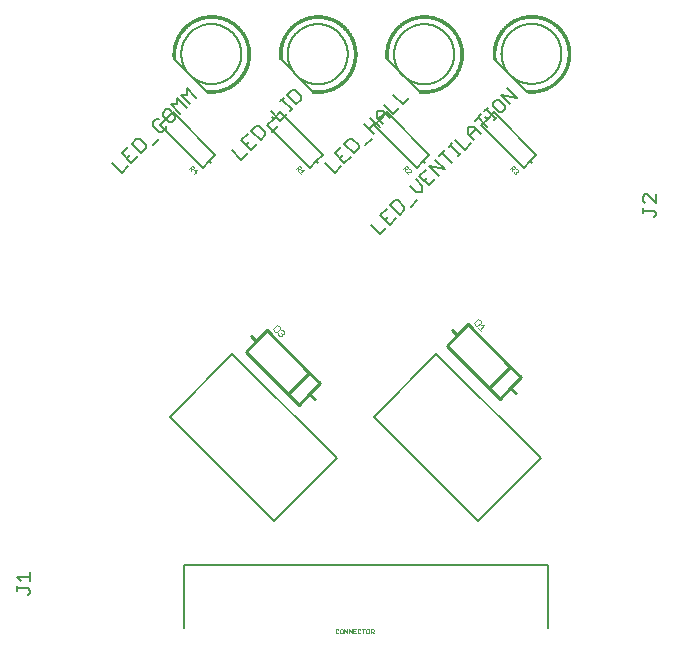
<source format=gbr>
G04 EAGLE Gerber RS-274X export*
G75*
%MOMM*%
%FSLAX34Y34*%
%LPD*%
%INSilkscreen Top*%
%IPPOS*%
%AMOC8*
5,1,8,0,0,1.08239X$1,22.5*%
G01*
%ADD10C,0.127000*%
%ADD11C,0.203200*%
%ADD12C,0.050800*%
%ADD13C,0.025400*%
%ADD14C,0.152400*%
%ADD15C,0.254000*%


D10*
X354900Y301400D02*
X301867Y248367D01*
X390255Y159979D01*
X443288Y213012D01*
X354900Y301400D01*
X182100Y301400D02*
X129067Y248367D01*
X217455Y159979D01*
X270488Y213012D01*
X182100Y301400D01*
D11*
X449000Y123000D02*
X449000Y69600D01*
X141000Y69600D02*
X141000Y123000D01*
X449000Y123000D01*
D12*
X271898Y67956D02*
X271305Y68549D01*
X270118Y68549D01*
X269525Y67956D01*
X269525Y65583D01*
X270118Y64990D01*
X271305Y64990D01*
X271898Y65583D01*
X273861Y68549D02*
X275047Y68549D01*
X273861Y68549D02*
X273267Y67956D01*
X273267Y65583D01*
X273861Y64990D01*
X275047Y64990D01*
X275640Y65583D01*
X275640Y67956D01*
X275047Y68549D01*
X277009Y68549D02*
X277009Y64990D01*
X279382Y64990D02*
X277009Y68549D01*
X279382Y68549D02*
X279382Y64990D01*
X280752Y64990D02*
X280752Y68549D01*
X283124Y64990D01*
X283124Y68549D01*
X284494Y68549D02*
X286866Y68549D01*
X284494Y68549D02*
X284494Y64990D01*
X286866Y64990D01*
X285680Y66770D02*
X284494Y66770D01*
X290015Y68549D02*
X290608Y67956D01*
X290015Y68549D02*
X288829Y68549D01*
X288236Y67956D01*
X288236Y65583D01*
X288829Y64990D01*
X290015Y64990D01*
X290608Y65583D01*
X293164Y64990D02*
X293164Y68549D01*
X291978Y68549D02*
X294350Y68549D01*
X296313Y68549D02*
X297499Y68549D01*
X296313Y68549D02*
X295720Y67956D01*
X295720Y65583D01*
X296313Y64990D01*
X297499Y64990D01*
X298092Y65583D01*
X298092Y67956D01*
X297499Y68549D01*
X299462Y68549D02*
X299462Y64990D01*
X299462Y68549D02*
X301241Y68549D01*
X301835Y67956D01*
X301835Y66770D01*
X301241Y66176D01*
X299462Y66176D01*
X300648Y66176D02*
X301835Y64990D01*
D11*
X249936Y523875D02*
X222995Y550816D01*
D13*
X249900Y522726D02*
X250224Y524989D01*
X250223Y524989D02*
X250966Y524895D01*
X251710Y524820D01*
X252456Y524762D01*
X253204Y524723D01*
X253952Y524703D01*
X254700Y524700D01*
X255448Y524716D01*
X256196Y524750D01*
X256942Y524803D01*
X257687Y524873D01*
X258430Y524962D01*
X259171Y525069D01*
X259909Y525194D01*
X260643Y525337D01*
X261374Y525498D01*
X262101Y525677D01*
X262823Y525873D01*
X263540Y526087D01*
X264252Y526319D01*
X264957Y526568D01*
X265657Y526834D01*
X266349Y527117D01*
X267035Y527417D01*
X267713Y527734D01*
X268383Y528067D01*
X269045Y528416D01*
X269698Y528781D01*
X270342Y529163D01*
X270976Y529560D01*
X271601Y529972D01*
X272215Y530399D01*
X272819Y530842D01*
X273411Y531299D01*
X273993Y531770D01*
X274562Y532256D01*
X275120Y532755D01*
X275665Y533267D01*
X276197Y533793D01*
X276717Y534332D01*
X277223Y534883D01*
X277715Y535447D01*
X278194Y536022D01*
X278658Y536609D01*
X279108Y537207D01*
X279543Y537816D01*
X279963Y538435D01*
X280368Y539064D01*
X280757Y539703D01*
X281131Y540352D01*
X281489Y541009D01*
X281830Y541675D01*
X282155Y542349D01*
X282464Y543031D01*
X282755Y543720D01*
X283030Y544416D01*
X283288Y545119D01*
X283528Y545827D01*
X283751Y546542D01*
X283957Y547261D01*
X284145Y547985D01*
X284315Y548714D01*
X284467Y549447D01*
X284601Y550183D01*
X284717Y550922D01*
X284816Y551664D01*
X284896Y552408D01*
X284957Y553154D01*
X285001Y553901D01*
X285026Y554649D01*
X285033Y555397D01*
X285021Y556146D01*
X284992Y556893D01*
X284944Y557640D01*
X284878Y558386D01*
X284793Y559129D01*
X284691Y559870D01*
X284570Y560609D01*
X284431Y561344D01*
X284275Y562076D01*
X284100Y562804D01*
X283908Y563527D01*
X283698Y564245D01*
X283471Y564958D01*
X283226Y565666D01*
X282965Y566367D01*
X282686Y567061D01*
X282390Y567748D01*
X282077Y568428D01*
X281748Y569100D01*
X281403Y569764D01*
X281041Y570419D01*
X280664Y571066D01*
X280271Y571702D01*
X279862Y572329D01*
X279438Y572946D01*
X279000Y573552D01*
X278546Y574148D01*
X278078Y574732D01*
X277596Y575304D01*
X277100Y575865D01*
X276591Y576413D01*
X276068Y576948D01*
X275533Y577471D01*
X274985Y577980D01*
X274424Y578476D01*
X273852Y578958D01*
X273268Y579426D01*
X272672Y579880D01*
X272066Y580318D01*
X271449Y580742D01*
X270822Y581151D01*
X270186Y581544D01*
X269539Y581921D01*
X268884Y582283D01*
X268220Y582628D01*
X267548Y582957D01*
X266868Y583270D01*
X266181Y583566D01*
X265487Y583845D01*
X264786Y584106D01*
X264078Y584351D01*
X263365Y584578D01*
X262647Y584788D01*
X261924Y584980D01*
X261196Y585155D01*
X260464Y585311D01*
X259729Y585450D01*
X258990Y585571D01*
X258249Y585673D01*
X257506Y585758D01*
X256760Y585824D01*
X256013Y585872D01*
X255266Y585901D01*
X254517Y585913D01*
X253769Y585906D01*
X253021Y585881D01*
X252274Y585837D01*
X251528Y585776D01*
X250784Y585696D01*
X250042Y585597D01*
X249303Y585481D01*
X248567Y585347D01*
X247834Y585195D01*
X247105Y585025D01*
X246381Y584837D01*
X245662Y584631D01*
X244947Y584408D01*
X244239Y584168D01*
X243536Y583910D01*
X242840Y583635D01*
X242151Y583344D01*
X241469Y583035D01*
X240795Y582710D01*
X240129Y582369D01*
X239472Y582011D01*
X238823Y581637D01*
X238184Y581248D01*
X237555Y580843D01*
X236936Y580423D01*
X236327Y579988D01*
X235729Y579538D01*
X235142Y579074D01*
X234567Y578595D01*
X234003Y578103D01*
X233452Y577597D01*
X232913Y577077D01*
X232387Y576545D01*
X231875Y576000D01*
X231376Y575442D01*
X230890Y574873D01*
X230419Y574291D01*
X229962Y573699D01*
X229519Y573095D01*
X229092Y572481D01*
X228680Y571856D01*
X228283Y571222D01*
X227901Y570578D01*
X227536Y569925D01*
X227187Y569263D01*
X226854Y568593D01*
X226537Y567915D01*
X226237Y567229D01*
X225954Y566537D01*
X225688Y565837D01*
X225439Y565132D01*
X225207Y564420D01*
X224993Y563703D01*
X224797Y562981D01*
X224618Y562254D01*
X224457Y561523D01*
X224314Y560789D01*
X224189Y560051D01*
X224082Y559310D01*
X223993Y558567D01*
X223923Y557822D01*
X223870Y557076D01*
X223836Y556328D01*
X223820Y555580D01*
X223823Y554832D01*
X223843Y554084D01*
X223882Y553336D01*
X223940Y552590D01*
X224015Y551846D01*
X224109Y551103D01*
X221846Y550780D01*
X221745Y551578D01*
X221664Y552378D01*
X221602Y553180D01*
X221560Y553983D01*
X221537Y554787D01*
X221534Y555592D01*
X221551Y556396D01*
X221588Y557199D01*
X221644Y558002D01*
X221719Y558802D01*
X221815Y559601D01*
X221929Y560397D01*
X222064Y561190D01*
X222217Y561980D01*
X222390Y562765D01*
X222582Y563546D01*
X222793Y564322D01*
X223023Y565093D01*
X223272Y565858D01*
X223539Y566617D01*
X223825Y567369D01*
X224129Y568113D01*
X224451Y568850D01*
X224791Y569579D01*
X225149Y570299D01*
X225524Y571011D01*
X225917Y571713D01*
X226327Y572405D01*
X226753Y573087D01*
X227196Y573758D01*
X227655Y574418D01*
X228131Y575067D01*
X228622Y575704D01*
X229128Y576329D01*
X229650Y576941D01*
X230186Y577541D01*
X230737Y578127D01*
X231302Y578699D01*
X231881Y579258D01*
X232473Y579802D01*
X233079Y580331D01*
X233697Y580846D01*
X234328Y581345D01*
X234971Y581828D01*
X235625Y582296D01*
X236290Y582748D01*
X236967Y583183D01*
X237654Y583602D01*
X238350Y584003D01*
X239057Y584388D01*
X239773Y584755D01*
X240497Y585104D01*
X241230Y585436D01*
X241970Y585750D01*
X242719Y586045D01*
X243474Y586322D01*
X244235Y586581D01*
X245003Y586820D01*
X245776Y587041D01*
X246555Y587243D01*
X247338Y587426D01*
X248126Y587590D01*
X248917Y587734D01*
X249711Y587859D01*
X250509Y587965D01*
X251309Y588051D01*
X252110Y588117D01*
X252913Y588164D01*
X253717Y588191D01*
X254521Y588199D01*
X255325Y588187D01*
X256129Y588155D01*
X256932Y588103D01*
X257733Y588032D01*
X258532Y587942D01*
X259329Y587832D01*
X260123Y587702D01*
X260913Y587553D01*
X261700Y587385D01*
X262482Y587197D01*
X263259Y586991D01*
X264031Y586765D01*
X264798Y586521D01*
X265558Y586258D01*
X266311Y585977D01*
X267058Y585677D01*
X267796Y585359D01*
X268527Y585023D01*
X269250Y584669D01*
X269963Y584298D01*
X270667Y583910D01*
X271362Y583504D01*
X272046Y583081D01*
X272720Y582642D01*
X273383Y582187D01*
X274035Y581715D01*
X274675Y581228D01*
X275302Y580725D01*
X275918Y580207D01*
X276520Y579674D01*
X277109Y579127D01*
X277685Y578565D01*
X278247Y577989D01*
X278794Y577400D01*
X279327Y576798D01*
X279845Y576182D01*
X280348Y575555D01*
X280835Y574915D01*
X281307Y574263D01*
X281762Y573600D01*
X282201Y572926D01*
X282624Y572242D01*
X283030Y571547D01*
X283418Y570843D01*
X283789Y570130D01*
X284143Y569407D01*
X284479Y568676D01*
X284797Y567938D01*
X285097Y567191D01*
X285378Y566438D01*
X285641Y565678D01*
X285885Y564911D01*
X286111Y564139D01*
X286317Y563362D01*
X286505Y562580D01*
X286673Y561793D01*
X286822Y561003D01*
X286952Y560209D01*
X287062Y559412D01*
X287152Y558613D01*
X287223Y557812D01*
X287275Y557009D01*
X287307Y556205D01*
X287319Y555401D01*
X287311Y554597D01*
X287284Y553793D01*
X287237Y552990D01*
X287171Y552189D01*
X287085Y551389D01*
X286979Y550591D01*
X286854Y549797D01*
X286710Y549006D01*
X286546Y548218D01*
X286363Y547435D01*
X286161Y546656D01*
X285940Y545883D01*
X285701Y545115D01*
X285442Y544354D01*
X285165Y543599D01*
X284870Y542850D01*
X284556Y542110D01*
X284224Y541377D01*
X283875Y540653D01*
X283508Y539937D01*
X283123Y539230D01*
X282722Y538534D01*
X282303Y537847D01*
X281868Y537170D01*
X281416Y536505D01*
X280948Y535851D01*
X280465Y535208D01*
X279966Y534577D01*
X279451Y533959D01*
X278922Y533353D01*
X278378Y532761D01*
X277819Y532182D01*
X277247Y531617D01*
X276661Y531066D01*
X276061Y530530D01*
X275449Y530008D01*
X274824Y529502D01*
X274187Y529011D01*
X273538Y528535D01*
X272878Y528076D01*
X272207Y527633D01*
X271525Y527207D01*
X270833Y526797D01*
X270131Y526404D01*
X269419Y526029D01*
X268699Y525671D01*
X267970Y525331D01*
X267233Y525009D01*
X266489Y524705D01*
X265737Y524419D01*
X264978Y524152D01*
X264213Y523903D01*
X263442Y523673D01*
X262666Y523462D01*
X261885Y523270D01*
X261100Y523097D01*
X260310Y522944D01*
X259517Y522809D01*
X258721Y522695D01*
X257922Y522599D01*
X257122Y522524D01*
X256319Y522468D01*
X255516Y522431D01*
X254712Y522414D01*
X253907Y522417D01*
X253103Y522440D01*
X252300Y522482D01*
X251498Y522544D01*
X250698Y522625D01*
X249900Y522726D01*
X249934Y522963D01*
X250726Y522863D01*
X251520Y522783D01*
X252316Y522721D01*
X253114Y522679D01*
X253912Y522657D01*
X254710Y522654D01*
X255509Y522671D01*
X256306Y522707D01*
X257103Y522763D01*
X257898Y522838D01*
X258691Y522933D01*
X259481Y523047D01*
X260268Y523180D01*
X261052Y523332D01*
X261832Y523504D01*
X262607Y523694D01*
X263377Y523904D01*
X264143Y524132D01*
X264902Y524379D01*
X265655Y524644D01*
X266401Y524928D01*
X267140Y525230D01*
X267872Y525550D01*
X268596Y525888D01*
X269311Y526243D01*
X270017Y526615D01*
X270714Y527005D01*
X271401Y527412D01*
X272078Y527835D01*
X272744Y528275D01*
X273399Y528731D01*
X274044Y529203D01*
X274676Y529690D01*
X275296Y530193D01*
X275904Y530711D01*
X276499Y531243D01*
X277081Y531790D01*
X277649Y532351D01*
X278203Y532926D01*
X278743Y533514D01*
X279269Y534115D01*
X279780Y534729D01*
X280275Y535355D01*
X280755Y535993D01*
X281219Y536642D01*
X281668Y537303D01*
X282100Y537975D01*
X282515Y538656D01*
X282914Y539348D01*
X283296Y540050D01*
X283660Y540760D01*
X284007Y541479D01*
X284336Y542206D01*
X284648Y542942D01*
X284941Y543684D01*
X285216Y544434D01*
X285473Y545190D01*
X285711Y545952D01*
X285930Y546720D01*
X286130Y547493D01*
X286312Y548270D01*
X286474Y549052D01*
X286618Y549837D01*
X286742Y550626D01*
X286847Y551418D01*
X286932Y552212D01*
X286998Y553007D01*
X287044Y553804D01*
X287071Y554602D01*
X287079Y555401D01*
X287067Y556199D01*
X287035Y556997D01*
X286984Y557794D01*
X286914Y558589D01*
X286824Y559382D01*
X286714Y560173D01*
X286586Y560961D01*
X286438Y561746D01*
X286271Y562527D01*
X286085Y563303D01*
X285880Y564075D01*
X285656Y564841D01*
X285413Y565602D01*
X285152Y566357D01*
X284873Y567105D01*
X284575Y567846D01*
X284260Y568579D01*
X283926Y569304D01*
X283575Y570022D01*
X283207Y570730D01*
X282821Y571429D01*
X282418Y572118D01*
X281999Y572798D01*
X281563Y573467D01*
X281111Y574125D01*
X280643Y574772D01*
X280159Y575407D01*
X279660Y576030D01*
X279145Y576641D01*
X278616Y577239D01*
X278073Y577824D01*
X277515Y578395D01*
X276944Y578953D01*
X276359Y579496D01*
X275761Y580025D01*
X275150Y580540D01*
X274527Y581039D01*
X273892Y581523D01*
X273245Y581991D01*
X272587Y582443D01*
X271918Y582879D01*
X271238Y583298D01*
X270549Y583701D01*
X269850Y584087D01*
X269142Y584455D01*
X268424Y584806D01*
X267699Y585140D01*
X266966Y585455D01*
X266225Y585753D01*
X265477Y586032D01*
X264722Y586293D01*
X263961Y586536D01*
X263195Y586760D01*
X262423Y586965D01*
X261647Y587151D01*
X260866Y587318D01*
X260081Y587466D01*
X259293Y587594D01*
X258502Y587704D01*
X257709Y587794D01*
X256914Y587864D01*
X256117Y587915D01*
X255319Y587947D01*
X254521Y587959D01*
X253722Y587951D01*
X252924Y587924D01*
X252127Y587878D01*
X251332Y587812D01*
X250538Y587727D01*
X249746Y587622D01*
X248957Y587498D01*
X248172Y587354D01*
X247390Y587192D01*
X246613Y587010D01*
X245840Y586810D01*
X245072Y586591D01*
X244310Y586353D01*
X243554Y586096D01*
X242804Y585821D01*
X242062Y585528D01*
X241326Y585216D01*
X240599Y584887D01*
X239880Y584540D01*
X239170Y584176D01*
X238468Y583794D01*
X237776Y583395D01*
X237095Y582980D01*
X236423Y582548D01*
X235762Y582099D01*
X235113Y581635D01*
X234475Y581155D01*
X233849Y580660D01*
X233235Y580149D01*
X232634Y579623D01*
X232046Y579083D01*
X231471Y578529D01*
X230910Y577961D01*
X230363Y577379D01*
X229831Y576784D01*
X229313Y576176D01*
X228810Y575556D01*
X228323Y574924D01*
X227851Y574279D01*
X227395Y573624D01*
X226955Y572958D01*
X226532Y572281D01*
X226125Y571594D01*
X225735Y570897D01*
X225363Y570191D01*
X225008Y569476D01*
X224670Y568752D01*
X224350Y568020D01*
X224048Y567281D01*
X223764Y566535D01*
X223499Y565782D01*
X223252Y565023D01*
X223024Y564257D01*
X222814Y563487D01*
X222624Y562712D01*
X222452Y561932D01*
X222300Y561148D01*
X222167Y560361D01*
X222053Y559571D01*
X221958Y558778D01*
X221883Y557983D01*
X221827Y557186D01*
X221791Y556389D01*
X221774Y555590D01*
X221777Y554792D01*
X221799Y553994D01*
X221841Y553196D01*
X221903Y552400D01*
X221983Y551606D01*
X222083Y550814D01*
X222321Y550848D01*
X222222Y551634D01*
X222141Y552423D01*
X222081Y553213D01*
X222039Y554004D01*
X222017Y554797D01*
X222014Y555589D01*
X222031Y556382D01*
X222067Y557173D01*
X222122Y557964D01*
X222197Y558753D01*
X222291Y559540D01*
X222404Y560324D01*
X222536Y561106D01*
X222687Y561884D01*
X222858Y562658D01*
X223047Y563428D01*
X223255Y564192D01*
X223482Y564952D01*
X223727Y565706D01*
X223990Y566453D01*
X224272Y567194D01*
X224571Y567928D01*
X224889Y568654D01*
X225224Y569372D01*
X225577Y570082D01*
X225947Y570783D01*
X226334Y571474D01*
X226737Y572156D01*
X227158Y572828D01*
X227594Y573490D01*
X228047Y574141D01*
X228515Y574780D01*
X228999Y575408D01*
X229498Y576023D01*
X230012Y576627D01*
X230541Y577217D01*
X231084Y577795D01*
X231640Y578359D01*
X232211Y578909D01*
X232795Y579445D01*
X233391Y579967D01*
X234001Y580474D01*
X234622Y580965D01*
X235255Y581442D01*
X235900Y581903D01*
X236556Y582348D01*
X237222Y582777D01*
X237899Y583189D01*
X238586Y583585D01*
X239282Y583964D01*
X239987Y584325D01*
X240701Y584670D01*
X241423Y584997D01*
X242153Y585306D01*
X242890Y585597D01*
X243634Y585870D01*
X244385Y586124D01*
X245141Y586361D01*
X245903Y586578D01*
X246671Y586777D01*
X247442Y586958D01*
X248218Y587119D01*
X248998Y587261D01*
X249781Y587384D01*
X250567Y587488D01*
X251355Y587573D01*
X252145Y587639D01*
X252936Y587685D01*
X253728Y587711D01*
X254520Y587719D01*
X255313Y587707D01*
X256105Y587675D01*
X256896Y587625D01*
X257685Y587555D01*
X258473Y587465D01*
X259258Y587357D01*
X260040Y587229D01*
X260819Y587082D01*
X261594Y586916D01*
X262365Y586732D01*
X263131Y586528D01*
X263891Y586306D01*
X264647Y586065D01*
X265396Y585806D01*
X266138Y585529D01*
X266874Y585234D01*
X267602Y584920D01*
X268322Y584589D01*
X269033Y584241D01*
X269737Y583875D01*
X270431Y583492D01*
X271115Y583092D01*
X271789Y582676D01*
X272453Y582243D01*
X273107Y581794D01*
X273749Y581330D01*
X274379Y580850D01*
X274998Y580354D01*
X275604Y579844D01*
X276198Y579318D01*
X276778Y578779D01*
X277345Y578225D01*
X277899Y577658D01*
X278438Y577078D01*
X278964Y576484D01*
X279474Y575878D01*
X279970Y575259D01*
X280450Y574629D01*
X280914Y573987D01*
X281363Y573333D01*
X281796Y572669D01*
X282212Y571995D01*
X282612Y571311D01*
X282995Y570617D01*
X283361Y569913D01*
X283709Y569202D01*
X284040Y568482D01*
X284354Y567754D01*
X284649Y567018D01*
X284926Y566276D01*
X285185Y565527D01*
X285426Y564771D01*
X285648Y564011D01*
X285852Y563245D01*
X286036Y562474D01*
X286202Y561699D01*
X286349Y560920D01*
X286477Y560138D01*
X286585Y559353D01*
X286675Y558565D01*
X286745Y557776D01*
X286795Y556985D01*
X286827Y556193D01*
X286839Y555400D01*
X286831Y554608D01*
X286805Y553816D01*
X286759Y553025D01*
X286693Y552235D01*
X286608Y551447D01*
X286504Y550661D01*
X286381Y549878D01*
X286239Y549098D01*
X286078Y548322D01*
X285897Y547551D01*
X285698Y546783D01*
X285481Y546021D01*
X285244Y545265D01*
X284990Y544514D01*
X284717Y543770D01*
X284426Y543033D01*
X284117Y542303D01*
X283790Y541581D01*
X283445Y540867D01*
X283084Y540162D01*
X282705Y539466D01*
X282309Y538779D01*
X281897Y538102D01*
X281468Y537436D01*
X281023Y536780D01*
X280562Y536135D01*
X280085Y535502D01*
X279594Y534881D01*
X279087Y534271D01*
X278565Y533675D01*
X278029Y533091D01*
X277479Y532520D01*
X276915Y531964D01*
X276337Y531421D01*
X275747Y530892D01*
X275143Y530378D01*
X274528Y529879D01*
X273900Y529395D01*
X273261Y528927D01*
X272610Y528474D01*
X271948Y528038D01*
X271276Y527617D01*
X270594Y527214D01*
X269903Y526827D01*
X269202Y526457D01*
X268492Y526104D01*
X267774Y525769D01*
X267048Y525451D01*
X266314Y525152D01*
X265573Y524870D01*
X264826Y524607D01*
X264072Y524362D01*
X263312Y524135D01*
X262548Y523927D01*
X261778Y523738D01*
X261004Y523567D01*
X260226Y523416D01*
X259444Y523284D01*
X258660Y523171D01*
X257873Y523077D01*
X257084Y523002D01*
X256293Y522947D01*
X255502Y522911D01*
X254709Y522894D01*
X253917Y522897D01*
X253124Y522919D01*
X252333Y522961D01*
X251543Y523021D01*
X250754Y523102D01*
X249968Y523201D01*
X250002Y523439D01*
X250782Y523340D01*
X251565Y523260D01*
X252349Y523200D01*
X253135Y523159D01*
X253921Y523137D01*
X254708Y523134D01*
X255494Y523151D01*
X256280Y523186D01*
X257065Y523241D01*
X257848Y523316D01*
X258629Y523409D01*
X259408Y523521D01*
X260184Y523652D01*
X260956Y523803D01*
X261724Y523972D01*
X262488Y524160D01*
X263247Y524366D01*
X264001Y524591D01*
X264749Y524834D01*
X265491Y525096D01*
X266227Y525375D01*
X266955Y525673D01*
X267676Y525988D01*
X268388Y526321D01*
X269093Y526671D01*
X269789Y527038D01*
X270475Y527422D01*
X271152Y527823D01*
X271819Y528240D01*
X272476Y528673D01*
X273122Y529122D01*
X273756Y529587D01*
X274379Y530068D01*
X274990Y530563D01*
X275589Y531073D01*
X276175Y531598D01*
X276748Y532137D01*
X277308Y532690D01*
X277854Y533256D01*
X278387Y533835D01*
X278904Y534427D01*
X279407Y535032D01*
X279896Y535649D01*
X280369Y536278D01*
X280826Y536918D01*
X281268Y537569D01*
X281694Y538230D01*
X282103Y538902D01*
X282496Y539584D01*
X282872Y540275D01*
X283231Y540975D01*
X283573Y541683D01*
X283897Y542400D01*
X284204Y543124D01*
X284493Y543856D01*
X284764Y544595D01*
X285016Y545340D01*
X285251Y546090D01*
X285467Y546847D01*
X285665Y547608D01*
X285843Y548374D01*
X286004Y549145D01*
X286145Y549919D01*
X286267Y550696D01*
X286370Y551476D01*
X286454Y552258D01*
X286519Y553042D01*
X286565Y553827D01*
X286592Y554613D01*
X286599Y555400D01*
X286587Y556187D01*
X286556Y556973D01*
X286505Y557758D01*
X286436Y558541D01*
X286347Y559323D01*
X286239Y560102D01*
X286113Y560879D01*
X285967Y561652D01*
X285802Y562421D01*
X285619Y563186D01*
X285417Y563946D01*
X285197Y564702D01*
X284958Y565451D01*
X284700Y566195D01*
X284425Y566931D01*
X284132Y567661D01*
X283821Y568384D01*
X283492Y569099D01*
X283147Y569805D01*
X282783Y570503D01*
X282403Y571192D01*
X282007Y571871D01*
X281593Y572541D01*
X281164Y573200D01*
X280718Y573848D01*
X280257Y574486D01*
X279780Y575111D01*
X279289Y575725D01*
X278782Y576327D01*
X278261Y576916D01*
X277725Y577493D01*
X277176Y578056D01*
X276613Y578605D01*
X276036Y579141D01*
X275447Y579662D01*
X274845Y580169D01*
X274231Y580660D01*
X273606Y581137D01*
X272968Y581598D01*
X272320Y582044D01*
X271661Y582473D01*
X270991Y582887D01*
X270312Y583283D01*
X269623Y583663D01*
X268925Y584027D01*
X268219Y584372D01*
X267504Y584701D01*
X266781Y585012D01*
X266051Y585305D01*
X265315Y585580D01*
X264571Y585838D01*
X263822Y586077D01*
X263066Y586297D01*
X262306Y586499D01*
X261541Y586682D01*
X260772Y586847D01*
X259999Y586993D01*
X259222Y587119D01*
X258443Y587227D01*
X257661Y587316D01*
X256878Y587385D01*
X256093Y587436D01*
X255307Y587467D01*
X254520Y587479D01*
X253733Y587472D01*
X252947Y587445D01*
X252162Y587399D01*
X251378Y587334D01*
X250596Y587250D01*
X249816Y587147D01*
X249039Y587025D01*
X248265Y586884D01*
X247494Y586723D01*
X246728Y586545D01*
X245967Y586347D01*
X245210Y586131D01*
X244460Y585896D01*
X243715Y585644D01*
X242976Y585373D01*
X242244Y585084D01*
X241520Y584777D01*
X240803Y584453D01*
X240095Y584111D01*
X239395Y583752D01*
X238704Y583376D01*
X238022Y582983D01*
X237350Y582574D01*
X236689Y582148D01*
X236038Y581706D01*
X235398Y581249D01*
X234769Y580776D01*
X234152Y580287D01*
X233547Y579784D01*
X232955Y579267D01*
X232376Y578734D01*
X231810Y578188D01*
X231257Y577628D01*
X230718Y577055D01*
X230193Y576469D01*
X229683Y575870D01*
X229188Y575259D01*
X228707Y574636D01*
X228242Y574002D01*
X227793Y573356D01*
X227360Y572699D01*
X226943Y572032D01*
X226542Y571355D01*
X226158Y570669D01*
X225791Y569973D01*
X225441Y569268D01*
X225108Y568556D01*
X224793Y567835D01*
X224495Y567107D01*
X224216Y566371D01*
X223954Y565629D01*
X223711Y564881D01*
X223486Y564127D01*
X223280Y563368D01*
X223092Y562604D01*
X222923Y561836D01*
X222772Y561064D01*
X222641Y560288D01*
X222529Y559509D01*
X222436Y558728D01*
X222361Y557945D01*
X222306Y557160D01*
X222271Y556374D01*
X222254Y555588D01*
X222257Y554801D01*
X222279Y554015D01*
X222320Y553229D01*
X222380Y552445D01*
X222460Y551662D01*
X222559Y550882D01*
X222796Y550916D01*
X222698Y551690D01*
X222619Y552467D01*
X222560Y553246D01*
X222519Y554025D01*
X222497Y554806D01*
X222494Y555587D01*
X222511Y556367D01*
X222546Y557147D01*
X222601Y557926D01*
X222674Y558704D01*
X222767Y559479D01*
X222878Y560252D01*
X223009Y561022D01*
X223158Y561788D01*
X223326Y562551D01*
X223512Y563309D01*
X223717Y564062D01*
X223940Y564810D01*
X224182Y565553D01*
X224441Y566289D01*
X224719Y567019D01*
X225014Y567742D01*
X225327Y568457D01*
X225657Y569165D01*
X226005Y569864D01*
X226369Y570555D01*
X226750Y571236D01*
X227148Y571908D01*
X227562Y572570D01*
X227992Y573222D01*
X228438Y573863D01*
X228900Y574493D01*
X229376Y575111D01*
X229868Y575717D01*
X230374Y576312D01*
X230895Y576894D01*
X231430Y577462D01*
X231979Y578018D01*
X232541Y578560D01*
X233116Y579088D01*
X233704Y579602D01*
X234304Y580101D01*
X234916Y580586D01*
X235540Y581056D01*
X236175Y581510D01*
X236821Y581948D01*
X237478Y582370D01*
X238145Y582777D01*
X238821Y583167D01*
X239507Y583540D01*
X240202Y583896D01*
X240905Y584235D01*
X241617Y584557D01*
X242336Y584862D01*
X243062Y585148D01*
X243795Y585417D01*
X244534Y585668D01*
X245280Y585901D01*
X246030Y586116D01*
X246786Y586312D01*
X247546Y586489D01*
X248311Y586648D01*
X249079Y586788D01*
X249850Y586909D01*
X250624Y587012D01*
X251401Y587095D01*
X252179Y587160D01*
X252958Y587205D01*
X253739Y587232D01*
X254520Y587239D01*
X255300Y587227D01*
X256081Y587196D01*
X256860Y587146D01*
X257637Y587077D01*
X258413Y586989D01*
X259187Y586882D01*
X259957Y586756D01*
X260725Y586612D01*
X261488Y586448D01*
X262247Y586266D01*
X263002Y586066D01*
X263752Y585847D01*
X264496Y585610D01*
X265233Y585355D01*
X265965Y585081D01*
X266689Y584790D01*
X267407Y584482D01*
X268116Y584156D01*
X268817Y583812D01*
X269510Y583452D01*
X270194Y583075D01*
X270868Y582681D01*
X271532Y582271D01*
X272186Y581844D01*
X272830Y581402D01*
X273463Y580944D01*
X274084Y580471D01*
X274693Y579983D01*
X275290Y579480D01*
X275875Y578963D01*
X276447Y578431D01*
X277006Y577886D01*
X277551Y577327D01*
X278083Y576755D01*
X278600Y576170D01*
X279103Y575573D01*
X279591Y574964D01*
X280064Y574343D01*
X280522Y573710D01*
X280964Y573066D01*
X281391Y572412D01*
X281801Y571748D01*
X282195Y571074D01*
X282572Y570390D01*
X282932Y569697D01*
X283276Y568996D01*
X283602Y568287D01*
X283910Y567569D01*
X284201Y566845D01*
X284475Y566113D01*
X284730Y565376D01*
X284967Y564632D01*
X285186Y563882D01*
X285386Y563127D01*
X285568Y562368D01*
X285732Y561605D01*
X285876Y560837D01*
X286002Y560067D01*
X286109Y559293D01*
X286197Y558517D01*
X286266Y557740D01*
X286316Y556961D01*
X286347Y556180D01*
X286359Y555400D01*
X286352Y554619D01*
X286325Y553838D01*
X286280Y553059D01*
X286215Y552281D01*
X286132Y551504D01*
X286029Y550730D01*
X285908Y549959D01*
X285768Y549191D01*
X285609Y548426D01*
X285432Y547666D01*
X285236Y546910D01*
X285021Y546160D01*
X284788Y545414D01*
X284537Y544675D01*
X284268Y543942D01*
X283982Y543216D01*
X283677Y542497D01*
X283355Y541785D01*
X283016Y541082D01*
X282660Y540387D01*
X282287Y539701D01*
X281897Y539025D01*
X281490Y538358D01*
X281068Y537701D01*
X280630Y537055D01*
X280176Y536420D01*
X279706Y535796D01*
X279221Y535184D01*
X278722Y534584D01*
X278208Y533996D01*
X277680Y533421D01*
X277138Y532859D01*
X276582Y532310D01*
X276014Y531775D01*
X275432Y531254D01*
X274837Y530748D01*
X274231Y530256D01*
X273613Y529780D01*
X272983Y529318D01*
X272342Y528872D01*
X271690Y528442D01*
X271028Y528028D01*
X270356Y527630D01*
X269675Y527249D01*
X268984Y526885D01*
X268285Y526537D01*
X267577Y526207D01*
X266862Y525894D01*
X266139Y525599D01*
X265409Y525321D01*
X264673Y525062D01*
X263930Y524820D01*
X263182Y524597D01*
X262429Y524392D01*
X261671Y524206D01*
X260908Y524038D01*
X260142Y523889D01*
X259372Y523758D01*
X258599Y523647D01*
X257824Y523554D01*
X257046Y523481D01*
X256267Y523426D01*
X255487Y523391D01*
X254707Y523374D01*
X253926Y523377D01*
X253145Y523399D01*
X252366Y523440D01*
X251587Y523499D01*
X250810Y523578D01*
X250036Y523676D01*
X250070Y523914D01*
X250839Y523817D01*
X251609Y523738D01*
X252382Y523679D01*
X253156Y523638D01*
X253931Y523617D01*
X254706Y523614D01*
X255480Y523631D01*
X256254Y523666D01*
X257027Y523720D01*
X257799Y523793D01*
X258568Y523885D01*
X259335Y523996D01*
X260099Y524125D01*
X260860Y524273D01*
X261617Y524440D01*
X262369Y524625D01*
X263117Y524828D01*
X263860Y525050D01*
X264597Y525289D01*
X265328Y525547D01*
X266052Y525822D01*
X266769Y526115D01*
X267479Y526426D01*
X268181Y526754D01*
X268875Y527099D01*
X269561Y527460D01*
X270237Y527839D01*
X270904Y528233D01*
X271561Y528644D01*
X272208Y529071D01*
X272844Y529514D01*
X273469Y529972D01*
X274083Y530445D01*
X274685Y530933D01*
X275274Y531436D01*
X275852Y531953D01*
X276416Y532483D01*
X276968Y533028D01*
X277506Y533586D01*
X278030Y534156D01*
X278540Y534740D01*
X279035Y535336D01*
X279516Y535943D01*
X279982Y536562D01*
X280433Y537193D01*
X280868Y537834D01*
X281287Y538486D01*
X281691Y539148D01*
X282077Y539819D01*
X282448Y540500D01*
X282801Y541189D01*
X283138Y541887D01*
X283458Y542593D01*
X283760Y543307D01*
X284044Y544028D01*
X284311Y544755D01*
X284560Y545489D01*
X284791Y546229D01*
X285004Y546974D01*
X285199Y547724D01*
X285375Y548479D01*
X285533Y549237D01*
X285672Y550000D01*
X285792Y550765D01*
X285894Y551533D01*
X285976Y552304D01*
X286040Y553076D01*
X286086Y553850D01*
X286112Y554624D01*
X286119Y555399D01*
X286107Y556174D01*
X286076Y556948D01*
X286027Y557722D01*
X285958Y558494D01*
X285871Y559264D01*
X285765Y560031D01*
X285640Y560796D01*
X285496Y561558D01*
X285334Y562315D01*
X285154Y563069D01*
X284955Y563818D01*
X284737Y564562D01*
X284502Y565300D01*
X284249Y566032D01*
X283977Y566758D01*
X283689Y567477D01*
X283382Y568189D01*
X283059Y568893D01*
X282718Y569589D01*
X282360Y570277D01*
X281986Y570955D01*
X281595Y571624D01*
X281188Y572284D01*
X280765Y572933D01*
X280326Y573572D01*
X279872Y574200D01*
X279402Y574816D01*
X278918Y575421D01*
X278419Y576014D01*
X277905Y576594D01*
X277378Y577162D01*
X276836Y577716D01*
X276282Y578258D01*
X275714Y578785D01*
X275134Y579299D01*
X274541Y579798D01*
X273936Y580282D01*
X273320Y580752D01*
X272692Y581206D01*
X272053Y581645D01*
X271404Y582068D01*
X270744Y582475D01*
X270075Y582866D01*
X269397Y583240D01*
X268709Y583598D01*
X268013Y583939D01*
X267309Y584262D01*
X266597Y584569D01*
X265878Y584857D01*
X265152Y585129D01*
X264420Y585382D01*
X263682Y585617D01*
X262938Y585835D01*
X262189Y586034D01*
X261435Y586214D01*
X260678Y586376D01*
X259916Y586520D01*
X259151Y586645D01*
X258384Y586751D01*
X257614Y586838D01*
X256842Y586907D01*
X256068Y586956D01*
X255294Y586987D01*
X254519Y586999D01*
X253744Y586992D01*
X252970Y586966D01*
X252196Y586920D01*
X251424Y586856D01*
X250653Y586774D01*
X249885Y586672D01*
X249120Y586552D01*
X248357Y586413D01*
X247599Y586255D01*
X246844Y586079D01*
X246094Y585884D01*
X245349Y585671D01*
X244609Y585440D01*
X243875Y585191D01*
X243148Y584924D01*
X242427Y584640D01*
X241713Y584338D01*
X241007Y584018D01*
X240309Y583681D01*
X239620Y583328D01*
X238939Y582957D01*
X238268Y582571D01*
X237606Y582167D01*
X236954Y581748D01*
X236313Y581313D01*
X235682Y580862D01*
X235063Y580396D01*
X234456Y579915D01*
X233860Y579420D01*
X233276Y578910D01*
X232706Y578386D01*
X232148Y577848D01*
X231603Y577296D01*
X231073Y576732D01*
X230556Y576154D01*
X230053Y575565D01*
X229565Y574963D01*
X229092Y574349D01*
X228634Y573724D01*
X228191Y573088D01*
X227764Y572441D01*
X227353Y571784D01*
X226959Y571117D01*
X226580Y570441D01*
X226219Y569755D01*
X225874Y569061D01*
X225546Y568359D01*
X225235Y567649D01*
X224942Y566932D01*
X224667Y566208D01*
X224409Y565477D01*
X224170Y564740D01*
X223948Y563997D01*
X223745Y563249D01*
X223560Y562497D01*
X223393Y561740D01*
X223245Y560979D01*
X223116Y560215D01*
X223005Y559448D01*
X222913Y558679D01*
X222840Y557907D01*
X222786Y557134D01*
X222751Y556360D01*
X222734Y555586D01*
X222737Y554811D01*
X222758Y554036D01*
X222799Y553262D01*
X222858Y552489D01*
X222937Y551719D01*
X223034Y550950D01*
X223271Y550984D01*
X223175Y551747D01*
X223097Y552512D01*
X223038Y553279D01*
X222998Y554047D01*
X222977Y554815D01*
X222974Y555584D01*
X222990Y556353D01*
X223025Y557121D01*
X223079Y557889D01*
X223152Y558654D01*
X223243Y559418D01*
X223353Y560179D01*
X223481Y560937D01*
X223628Y561692D01*
X223793Y562443D01*
X223977Y563190D01*
X224179Y563932D01*
X224399Y564669D01*
X224637Y565400D01*
X224893Y566126D01*
X225166Y566845D01*
X225457Y567557D01*
X225765Y568261D01*
X226090Y568958D01*
X226433Y569647D01*
X226791Y570327D01*
X227167Y570998D01*
X227559Y571660D01*
X227967Y572312D01*
X228390Y572954D01*
X228830Y573585D01*
X229284Y574205D01*
X229754Y574814D01*
X230238Y575412D01*
X230737Y575997D01*
X231250Y576570D01*
X231777Y577130D01*
X232317Y577677D01*
X232871Y578211D01*
X233437Y578731D01*
X234016Y579238D01*
X234607Y579729D01*
X235210Y580207D01*
X235825Y580669D01*
X236450Y581116D01*
X237087Y581548D01*
X237734Y581964D01*
X238390Y582364D01*
X239057Y582748D01*
X239732Y583116D01*
X240417Y583467D01*
X241109Y583801D01*
X241810Y584118D01*
X242518Y584418D01*
X243233Y584700D01*
X243955Y584965D01*
X244684Y585212D01*
X245418Y585441D01*
X246157Y585653D01*
X246902Y585846D01*
X247651Y586021D01*
X248404Y586177D01*
X249160Y586315D01*
X249920Y586435D01*
X250682Y586535D01*
X251447Y586618D01*
X252213Y586681D01*
X252981Y586726D01*
X253750Y586752D01*
X254519Y586759D01*
X255288Y586747D01*
X256056Y586717D01*
X256824Y586667D01*
X257590Y586599D01*
X258354Y586513D01*
X259116Y586407D01*
X259875Y586283D01*
X260630Y586141D01*
X261382Y585980D01*
X262130Y585801D01*
X262874Y585603D01*
X263612Y585388D01*
X264345Y585154D01*
X265071Y584903D01*
X265792Y584634D01*
X266505Y584347D01*
X267212Y584043D01*
X267911Y583722D01*
X268601Y583384D01*
X269284Y583029D01*
X269957Y582657D01*
X270621Y582269D01*
X271275Y581865D01*
X271920Y581445D01*
X272553Y581010D01*
X273177Y580559D01*
X273788Y580093D01*
X274389Y579612D01*
X274977Y579117D01*
X275553Y578607D01*
X276116Y578084D01*
X276667Y577547D01*
X277204Y576996D01*
X277727Y576433D01*
X278237Y575857D01*
X278732Y575269D01*
X279213Y574668D01*
X279679Y574057D01*
X280130Y573433D01*
X280565Y572800D01*
X280985Y572155D01*
X281389Y571501D01*
X281777Y570837D01*
X282149Y570164D01*
X282504Y569481D01*
X282842Y568791D01*
X283163Y568092D01*
X283467Y567385D01*
X283754Y566672D01*
X284023Y565951D01*
X284274Y565225D01*
X284508Y564492D01*
X284723Y563754D01*
X284921Y563010D01*
X285100Y562262D01*
X285261Y561510D01*
X285403Y560755D01*
X285527Y559996D01*
X285633Y559234D01*
X285719Y558470D01*
X285787Y557704D01*
X285837Y556936D01*
X285867Y556168D01*
X285879Y555399D01*
X285872Y554630D01*
X285846Y553861D01*
X285801Y553093D01*
X285738Y552327D01*
X285655Y551562D01*
X285555Y550800D01*
X285435Y550040D01*
X285297Y549284D01*
X285141Y548531D01*
X284966Y547782D01*
X284773Y547037D01*
X284561Y546298D01*
X284332Y545564D01*
X284085Y544835D01*
X283820Y544113D01*
X283538Y543398D01*
X283238Y542690D01*
X282921Y541989D01*
X282587Y541297D01*
X282236Y540612D01*
X281868Y539937D01*
X281484Y539270D01*
X281084Y538614D01*
X280668Y537967D01*
X280236Y537330D01*
X279789Y536705D01*
X279327Y536090D01*
X278849Y535487D01*
X278358Y534896D01*
X277851Y534317D01*
X277331Y533751D01*
X276797Y533197D01*
X276250Y532657D01*
X275690Y532130D01*
X275117Y531617D01*
X274532Y531118D01*
X273934Y530634D01*
X273325Y530164D01*
X272705Y529710D01*
X272074Y529270D01*
X271432Y528847D01*
X270780Y528439D01*
X270118Y528047D01*
X269447Y527671D01*
X268767Y527313D01*
X268078Y526970D01*
X267381Y526645D01*
X266677Y526337D01*
X265965Y526046D01*
X265246Y525773D01*
X264520Y525517D01*
X263789Y525279D01*
X263052Y525059D01*
X262310Y524857D01*
X261563Y524673D01*
X260812Y524508D01*
X260057Y524361D01*
X259299Y524233D01*
X258538Y524123D01*
X257774Y524032D01*
X257009Y523959D01*
X256241Y523905D01*
X255473Y523870D01*
X254704Y523854D01*
X253935Y523857D01*
X253167Y523878D01*
X252399Y523918D01*
X251632Y523977D01*
X250867Y524055D01*
X250104Y524151D01*
X250138Y524389D01*
X250895Y524293D01*
X251654Y524216D01*
X252415Y524158D01*
X253177Y524118D01*
X253940Y524097D01*
X254703Y524094D01*
X255466Y524110D01*
X256229Y524145D01*
X256990Y524198D01*
X257750Y524270D01*
X258507Y524361D01*
X259263Y524470D01*
X260015Y524597D01*
X260764Y524743D01*
X261510Y524907D01*
X262251Y525090D01*
X262987Y525290D01*
X263718Y525508D01*
X264444Y525744D01*
X265164Y525998D01*
X265877Y526269D01*
X266584Y526558D01*
X267283Y526864D01*
X267974Y527187D01*
X268658Y527526D01*
X269333Y527883D01*
X269999Y528255D01*
X270656Y528644D01*
X271303Y529049D01*
X271939Y529469D01*
X272566Y529905D01*
X273181Y530356D01*
X273786Y530822D01*
X274379Y531303D01*
X274960Y531798D01*
X275528Y532307D01*
X276084Y532830D01*
X276627Y533366D01*
X277157Y533915D01*
X277673Y534478D01*
X278175Y535052D01*
X278663Y535639D01*
X279137Y536237D01*
X279596Y536847D01*
X280040Y537468D01*
X280468Y538100D01*
X280881Y538741D01*
X281278Y539393D01*
X281659Y540054D01*
X282024Y540725D01*
X282372Y541404D01*
X282704Y542091D01*
X283018Y542787D01*
X283316Y543489D01*
X283596Y544199D01*
X283859Y544916D01*
X284104Y545638D01*
X284332Y546367D01*
X284541Y547101D01*
X284733Y547840D01*
X284906Y548583D01*
X285062Y549330D01*
X285199Y550081D01*
X285317Y550835D01*
X285417Y551591D01*
X285499Y552350D01*
X285562Y553111D01*
X285606Y553872D01*
X285632Y554635D01*
X285639Y555398D01*
X285627Y556161D01*
X285597Y556924D01*
X285548Y557686D01*
X285481Y558446D01*
X285395Y559204D01*
X285290Y559960D01*
X285167Y560713D01*
X285026Y561463D01*
X284866Y562210D01*
X284688Y562952D01*
X284492Y563689D01*
X284278Y564422D01*
X284046Y565149D01*
X283797Y565870D01*
X283530Y566585D01*
X283245Y567293D01*
X282944Y567994D01*
X282625Y568688D01*
X282289Y569373D01*
X281937Y570050D01*
X281568Y570718D01*
X281183Y571377D01*
X280783Y572027D01*
X280366Y572666D01*
X279934Y573295D01*
X279486Y573913D01*
X279024Y574521D01*
X278547Y575116D01*
X278055Y575700D01*
X277549Y576272D01*
X277030Y576831D01*
X276497Y577377D01*
X275951Y577910D01*
X275392Y578429D01*
X274820Y578935D01*
X274236Y579427D01*
X273641Y579904D01*
X273033Y580366D01*
X272415Y580814D01*
X271786Y581246D01*
X271147Y581663D01*
X270497Y582063D01*
X269838Y582448D01*
X269170Y582817D01*
X268493Y583169D01*
X267808Y583505D01*
X267114Y583824D01*
X266413Y584125D01*
X265705Y584410D01*
X264990Y584677D01*
X264269Y584926D01*
X263542Y585158D01*
X262809Y585372D01*
X262072Y585568D01*
X261330Y585746D01*
X260583Y585906D01*
X259833Y586047D01*
X259080Y586170D01*
X258324Y586275D01*
X257566Y586361D01*
X256806Y586428D01*
X256044Y586477D01*
X255281Y586507D01*
X254518Y586519D01*
X253755Y586512D01*
X252992Y586486D01*
X252231Y586442D01*
X251470Y586379D01*
X250711Y586297D01*
X249955Y586197D01*
X249201Y586079D01*
X248450Y585942D01*
X247703Y585786D01*
X246960Y585613D01*
X246221Y585421D01*
X245487Y585212D01*
X244758Y584984D01*
X244036Y584739D01*
X243319Y584476D01*
X242609Y584196D01*
X241907Y583898D01*
X241211Y583584D01*
X240524Y583252D01*
X239845Y582904D01*
X239174Y582539D01*
X238513Y582158D01*
X237861Y581761D01*
X237220Y581348D01*
X236588Y580920D01*
X235967Y580476D01*
X235357Y580017D01*
X234759Y579543D01*
X234172Y579055D01*
X233598Y578553D01*
X233035Y578037D01*
X232486Y577507D01*
X231950Y576964D01*
X231427Y576408D01*
X230918Y575840D01*
X230423Y575259D01*
X229942Y574666D01*
X229476Y574061D01*
X229025Y573446D01*
X228589Y572819D01*
X228169Y572183D01*
X227764Y571536D01*
X227375Y570879D01*
X227003Y570213D01*
X226646Y569538D01*
X226307Y568854D01*
X225984Y568163D01*
X225678Y567464D01*
X225389Y566757D01*
X225118Y566044D01*
X224864Y565324D01*
X224628Y564598D01*
X224410Y563867D01*
X224210Y563131D01*
X224027Y562390D01*
X223863Y561644D01*
X223717Y560895D01*
X223590Y560143D01*
X223481Y559387D01*
X223390Y558630D01*
X223318Y557870D01*
X223265Y557109D01*
X223230Y556346D01*
X223214Y555583D01*
X223217Y554820D01*
X223238Y554057D01*
X223278Y553295D01*
X223336Y552534D01*
X223413Y551775D01*
X223509Y551018D01*
X223747Y551052D01*
X223652Y551803D01*
X223575Y552556D01*
X223517Y553311D01*
X223478Y554068D01*
X223457Y554825D01*
X223454Y555582D01*
X223470Y556339D01*
X223505Y557096D01*
X223558Y557851D01*
X223629Y558605D01*
X223719Y559357D01*
X223827Y560106D01*
X223954Y560853D01*
X224098Y561596D01*
X224261Y562336D01*
X224442Y563071D01*
X224641Y563802D01*
X224858Y564528D01*
X225092Y565248D01*
X225344Y565962D01*
X225613Y566670D01*
X225899Y567371D01*
X226203Y568065D01*
X226523Y568751D01*
X226860Y569429D01*
X227214Y570099D01*
X227584Y570760D01*
X227970Y571411D01*
X228371Y572053D01*
X228788Y572685D01*
X229221Y573307D01*
X229669Y573918D01*
X230131Y574518D01*
X230608Y575106D01*
X231099Y575682D01*
X231604Y576246D01*
X232123Y576798D01*
X232655Y577337D01*
X233200Y577863D01*
X233758Y578375D01*
X234328Y578873D01*
X234911Y579357D01*
X235504Y579827D01*
X236110Y580283D01*
X236726Y580723D01*
X237352Y581148D01*
X237989Y581558D01*
X238636Y581952D01*
X239292Y582330D01*
X239957Y582692D01*
X240631Y583037D01*
X241313Y583366D01*
X242003Y583679D01*
X242701Y583974D01*
X243405Y584252D01*
X244116Y584513D01*
X244833Y584756D01*
X245556Y584982D01*
X246284Y585190D01*
X247017Y585380D01*
X247755Y585552D01*
X248496Y585706D01*
X249241Y585842D01*
X249989Y585960D01*
X250740Y586059D01*
X251493Y586140D01*
X252248Y586202D01*
X253004Y586246D01*
X253761Y586272D01*
X254518Y586279D01*
X255275Y586267D01*
X256032Y586237D01*
X256788Y586189D01*
X257542Y586122D01*
X258294Y586036D01*
X259045Y585933D01*
X259792Y585811D01*
X260536Y585670D01*
X261277Y585512D01*
X262013Y585335D01*
X262745Y585141D01*
X263472Y584929D01*
X264194Y584699D01*
X264909Y584451D01*
X265619Y584186D01*
X266321Y583904D01*
X267017Y583604D01*
X267705Y583288D01*
X268385Y582955D01*
X269057Y582605D01*
X269720Y582240D01*
X270374Y581858D01*
X271018Y581460D01*
X271653Y581046D01*
X272277Y580617D01*
X272890Y580173D01*
X273493Y579715D01*
X274084Y579241D01*
X274663Y578753D01*
X275230Y578252D01*
X275785Y577736D01*
X276327Y577207D01*
X276856Y576665D01*
X277372Y576110D01*
X277873Y575543D01*
X278361Y574964D01*
X278835Y574373D01*
X279293Y573770D01*
X279737Y573157D01*
X280166Y572533D01*
X280580Y571898D01*
X280978Y571254D01*
X281360Y570600D01*
X281725Y569937D01*
X282075Y569265D01*
X282408Y568585D01*
X282724Y567897D01*
X283024Y567201D01*
X283306Y566499D01*
X283571Y565789D01*
X283819Y565074D01*
X284049Y564352D01*
X284261Y563625D01*
X284455Y562893D01*
X284632Y562157D01*
X284790Y561416D01*
X284931Y560672D01*
X285053Y559925D01*
X285156Y559174D01*
X285242Y558422D01*
X285309Y557668D01*
X285357Y556912D01*
X285387Y556155D01*
X285399Y555398D01*
X285392Y554641D01*
X285366Y553884D01*
X285322Y553128D01*
X285260Y552373D01*
X285179Y551620D01*
X285080Y550869D01*
X284962Y550121D01*
X284826Y549376D01*
X284672Y548635D01*
X284500Y547897D01*
X284310Y547164D01*
X284102Y546436D01*
X283876Y545713D01*
X283633Y544996D01*
X283372Y544285D01*
X283094Y543581D01*
X282799Y542883D01*
X282486Y542193D01*
X282157Y541511D01*
X281812Y540837D01*
X281450Y540172D01*
X281072Y539516D01*
X280678Y538869D01*
X280268Y538232D01*
X279843Y537606D01*
X279403Y536990D01*
X278947Y536384D01*
X278477Y535791D01*
X277993Y535208D01*
X277495Y534638D01*
X276983Y534080D01*
X276457Y533535D01*
X275918Y533003D01*
X275366Y532484D01*
X274802Y531979D01*
X274226Y531488D01*
X273638Y531011D01*
X273038Y530549D01*
X272427Y530101D01*
X271805Y529668D01*
X271173Y529251D01*
X270531Y528850D01*
X269880Y528464D01*
X269219Y528094D01*
X268549Y527740D01*
X267871Y527403D01*
X267185Y527083D01*
X266491Y526779D01*
X265790Y526493D01*
X265082Y526224D01*
X264368Y525972D01*
X263648Y525738D01*
X262922Y525521D01*
X262191Y525322D01*
X261456Y525141D01*
X260716Y524978D01*
X259973Y524834D01*
X259226Y524707D01*
X258477Y524599D01*
X257725Y524509D01*
X256971Y524438D01*
X256216Y524385D01*
X255459Y524350D01*
X254702Y524334D01*
X253945Y524337D01*
X253188Y524358D01*
X252431Y524397D01*
X251676Y524455D01*
X250923Y524532D01*
X250172Y524627D01*
X250205Y524864D01*
X250951Y524770D01*
X251699Y524694D01*
X252448Y524637D01*
X253198Y524598D01*
X253949Y524577D01*
X254701Y524574D01*
X255452Y524590D01*
X256203Y524624D01*
X256952Y524677D01*
X257700Y524748D01*
X258446Y524837D01*
X259190Y524944D01*
X259931Y525070D01*
X260668Y525214D01*
X261402Y525375D01*
X262132Y525555D01*
X262857Y525752D01*
X263577Y525967D01*
X264292Y526200D01*
X265000Y526449D01*
X265703Y526717D01*
X266398Y527001D01*
X267087Y527302D01*
X267767Y527620D01*
X268440Y527954D01*
X269105Y528305D01*
X269761Y528672D01*
X270407Y529055D01*
X271044Y529453D01*
X271671Y529867D01*
X272288Y530297D01*
X272894Y530741D01*
X273489Y531200D01*
X274073Y531673D01*
X274645Y532160D01*
X275205Y532662D01*
X275752Y533176D01*
X276287Y533704D01*
X276808Y534245D01*
X277316Y534799D01*
X277811Y535365D01*
X278291Y535942D01*
X278758Y536531D01*
X279209Y537132D01*
X279646Y537743D01*
X280068Y538365D01*
X280475Y538997D01*
X280866Y539639D01*
X281241Y540290D01*
X281600Y540950D01*
X281943Y541619D01*
X282269Y542295D01*
X282579Y542980D01*
X282872Y543672D01*
X283148Y544371D01*
X283407Y545076D01*
X283648Y545788D01*
X283872Y546505D01*
X284078Y547228D01*
X284267Y547955D01*
X284438Y548687D01*
X284591Y549423D01*
X284725Y550162D01*
X284842Y550904D01*
X284941Y551649D01*
X285021Y552396D01*
X285083Y553145D01*
X285127Y553895D01*
X285152Y554646D01*
X285159Y555398D01*
X285147Y556149D01*
X285118Y556900D01*
X285070Y557650D01*
X285003Y558398D01*
X284918Y559145D01*
X284815Y559889D01*
X284694Y560631D01*
X284555Y561369D01*
X284398Y562104D01*
X284223Y562835D01*
X284030Y563561D01*
X283819Y564282D01*
X283591Y564998D01*
X283345Y565708D01*
X283082Y566412D01*
X282802Y567109D01*
X282505Y567800D01*
X282191Y568482D01*
X281861Y569157D01*
X281514Y569824D01*
X281151Y570482D01*
X280772Y571130D01*
X280377Y571770D01*
X279967Y572399D01*
X279541Y573019D01*
X279101Y573627D01*
X278645Y574225D01*
X278176Y574812D01*
X277692Y575386D01*
X277194Y575949D01*
X276682Y576500D01*
X276158Y577038D01*
X275620Y577562D01*
X275069Y578074D01*
X274506Y578572D01*
X273932Y579056D01*
X273345Y579525D01*
X272747Y579981D01*
X272139Y580421D01*
X271519Y580847D01*
X270890Y581257D01*
X270250Y581652D01*
X269602Y582031D01*
X268944Y582394D01*
X268277Y582741D01*
X267602Y583071D01*
X266920Y583385D01*
X266229Y583682D01*
X265532Y583962D01*
X264828Y584225D01*
X264118Y584471D01*
X263402Y584699D01*
X262681Y584910D01*
X261955Y585103D01*
X261224Y585278D01*
X260489Y585435D01*
X259751Y585574D01*
X259009Y585695D01*
X258265Y585798D01*
X257518Y585883D01*
X256770Y585950D01*
X256020Y585998D01*
X255269Y586027D01*
X254518Y586039D01*
X253766Y586032D01*
X253015Y586007D01*
X252265Y585963D01*
X251516Y585901D01*
X250769Y585821D01*
X250024Y585722D01*
X249282Y585605D01*
X248543Y585471D01*
X247807Y585318D01*
X247075Y585147D01*
X246348Y584958D01*
X245625Y584752D01*
X244908Y584528D01*
X244196Y584287D01*
X243491Y584028D01*
X242792Y583752D01*
X242100Y583459D01*
X241415Y583149D01*
X240739Y582823D01*
X240070Y582480D01*
X239410Y582121D01*
X238759Y581746D01*
X238117Y581355D01*
X237485Y580948D01*
X236863Y580526D01*
X236252Y580089D01*
X235651Y579638D01*
X235062Y579171D01*
X234485Y578691D01*
X233919Y578196D01*
X233365Y577688D01*
X232824Y577167D01*
X232296Y576632D01*
X231782Y576085D01*
X231280Y575525D01*
X230793Y574953D01*
X230320Y574369D01*
X229861Y573774D01*
X229417Y573168D01*
X228987Y572551D01*
X228573Y571924D01*
X228175Y571287D01*
X227792Y570641D01*
X227425Y569985D01*
X227074Y569320D01*
X226740Y568647D01*
X226422Y567967D01*
X226121Y567278D01*
X225837Y566583D01*
X225569Y565880D01*
X225320Y565172D01*
X225087Y564457D01*
X224872Y563737D01*
X224675Y563012D01*
X224495Y562282D01*
X224334Y561548D01*
X224190Y560811D01*
X224064Y560070D01*
X223957Y559326D01*
X223868Y558580D01*
X223797Y557832D01*
X223744Y557083D01*
X223710Y556332D01*
X223694Y555581D01*
X223697Y554829D01*
X223718Y554078D01*
X223757Y553328D01*
X223814Y552579D01*
X223890Y551831D01*
X223984Y551085D01*
D14*
X229026Y555306D02*
X229034Y555929D01*
X229057Y556552D01*
X229095Y557175D01*
X229148Y557796D01*
X229217Y558415D01*
X229301Y559033D01*
X229400Y559648D01*
X229514Y560261D01*
X229643Y560871D01*
X229787Y561478D01*
X229946Y562081D01*
X230120Y562679D01*
X230308Y563274D01*
X230511Y563863D01*
X230728Y564447D01*
X230959Y565026D01*
X231205Y565599D01*
X231465Y566166D01*
X231738Y566726D01*
X232025Y567279D01*
X232326Y567826D01*
X232640Y568364D01*
X232967Y568895D01*
X233307Y569417D01*
X233659Y569932D01*
X234025Y570437D01*
X234402Y570933D01*
X234792Y571420D01*
X235193Y571897D01*
X235606Y572364D01*
X236030Y572820D01*
X236465Y573267D01*
X236912Y573702D01*
X237368Y574126D01*
X237835Y574539D01*
X238312Y574940D01*
X238799Y575330D01*
X239295Y575707D01*
X239800Y576073D01*
X240315Y576425D01*
X240837Y576765D01*
X241368Y577092D01*
X241906Y577406D01*
X242453Y577707D01*
X243006Y577994D01*
X243566Y578267D01*
X244133Y578527D01*
X244706Y578773D01*
X245285Y579004D01*
X245869Y579221D01*
X246458Y579424D01*
X247053Y579612D01*
X247651Y579786D01*
X248254Y579945D01*
X248861Y580089D01*
X249471Y580218D01*
X250084Y580332D01*
X250699Y580431D01*
X251317Y580515D01*
X251936Y580584D01*
X252557Y580637D01*
X253180Y580675D01*
X253803Y580698D01*
X254426Y580706D01*
X255049Y580698D01*
X255672Y580675D01*
X256295Y580637D01*
X256916Y580584D01*
X257535Y580515D01*
X258153Y580431D01*
X258768Y580332D01*
X259381Y580218D01*
X259991Y580089D01*
X260598Y579945D01*
X261201Y579786D01*
X261799Y579612D01*
X262394Y579424D01*
X262983Y579221D01*
X263567Y579004D01*
X264146Y578773D01*
X264719Y578527D01*
X265286Y578267D01*
X265846Y577994D01*
X266399Y577707D01*
X266946Y577406D01*
X267484Y577092D01*
X268015Y576765D01*
X268537Y576425D01*
X269052Y576073D01*
X269557Y575707D01*
X270053Y575330D01*
X270540Y574940D01*
X271017Y574539D01*
X271484Y574126D01*
X271940Y573702D01*
X272387Y573267D01*
X272822Y572820D01*
X273246Y572364D01*
X273659Y571897D01*
X274060Y571420D01*
X274450Y570933D01*
X274827Y570437D01*
X275193Y569932D01*
X275545Y569417D01*
X275885Y568895D01*
X276212Y568364D01*
X276526Y567826D01*
X276827Y567279D01*
X277114Y566726D01*
X277387Y566166D01*
X277647Y565599D01*
X277893Y565026D01*
X278124Y564447D01*
X278341Y563863D01*
X278544Y563274D01*
X278732Y562679D01*
X278906Y562081D01*
X279065Y561478D01*
X279209Y560871D01*
X279338Y560261D01*
X279452Y559648D01*
X279551Y559033D01*
X279635Y558415D01*
X279704Y557796D01*
X279757Y557175D01*
X279795Y556552D01*
X279818Y555929D01*
X279826Y555306D01*
X279818Y554683D01*
X279795Y554060D01*
X279757Y553437D01*
X279704Y552816D01*
X279635Y552197D01*
X279551Y551579D01*
X279452Y550964D01*
X279338Y550351D01*
X279209Y549741D01*
X279065Y549134D01*
X278906Y548531D01*
X278732Y547933D01*
X278544Y547338D01*
X278341Y546749D01*
X278124Y546165D01*
X277893Y545586D01*
X277647Y545013D01*
X277387Y544446D01*
X277114Y543886D01*
X276827Y543333D01*
X276526Y542786D01*
X276212Y542248D01*
X275885Y541717D01*
X275545Y541195D01*
X275193Y540680D01*
X274827Y540175D01*
X274450Y539679D01*
X274060Y539192D01*
X273659Y538715D01*
X273246Y538248D01*
X272822Y537792D01*
X272387Y537345D01*
X271940Y536910D01*
X271484Y536486D01*
X271017Y536073D01*
X270540Y535672D01*
X270053Y535282D01*
X269557Y534905D01*
X269052Y534539D01*
X268537Y534187D01*
X268015Y533847D01*
X267484Y533520D01*
X266946Y533206D01*
X266399Y532905D01*
X265846Y532618D01*
X265286Y532345D01*
X264719Y532085D01*
X264146Y531839D01*
X263567Y531608D01*
X262983Y531391D01*
X262394Y531188D01*
X261799Y531000D01*
X261201Y530826D01*
X260598Y530667D01*
X259991Y530523D01*
X259381Y530394D01*
X258768Y530280D01*
X258153Y530181D01*
X257535Y530097D01*
X256916Y530028D01*
X256295Y529975D01*
X255672Y529937D01*
X255049Y529914D01*
X254426Y529906D01*
X253803Y529914D01*
X253180Y529937D01*
X252557Y529975D01*
X251936Y530028D01*
X251317Y530097D01*
X250699Y530181D01*
X250084Y530280D01*
X249471Y530394D01*
X248861Y530523D01*
X248254Y530667D01*
X247651Y530826D01*
X247053Y531000D01*
X246458Y531188D01*
X245869Y531391D01*
X245285Y531608D01*
X244706Y531839D01*
X244133Y532085D01*
X243566Y532345D01*
X243006Y532618D01*
X242453Y532905D01*
X241906Y533206D01*
X241368Y533520D01*
X240837Y533847D01*
X240315Y534187D01*
X239800Y534539D01*
X239295Y534905D01*
X238799Y535282D01*
X238312Y535672D01*
X237835Y536073D01*
X237368Y536486D01*
X236912Y536910D01*
X236465Y537345D01*
X236030Y537792D01*
X235606Y538248D01*
X235193Y538715D01*
X234792Y539192D01*
X234402Y539679D01*
X234025Y540175D01*
X233659Y540680D01*
X233307Y541195D01*
X232967Y541717D01*
X232640Y542248D01*
X232326Y542786D01*
X232025Y543333D01*
X231738Y543886D01*
X231465Y544446D01*
X231205Y545013D01*
X230959Y545586D01*
X230728Y546165D01*
X230511Y546749D01*
X230308Y547338D01*
X230120Y547933D01*
X229946Y548531D01*
X229787Y549134D01*
X229643Y549741D01*
X229514Y550351D01*
X229400Y550964D01*
X229301Y551579D01*
X229217Y552197D01*
X229148Y552816D01*
X229095Y553437D01*
X229057Y554060D01*
X229034Y554683D01*
X229026Y555306D01*
D10*
X181512Y473964D02*
X189601Y465875D01*
X194994Y471268D01*
X189781Y482233D02*
X195174Y487626D01*
X189781Y482233D02*
X197870Y474144D01*
X203263Y479537D01*
X196522Y480885D02*
X193826Y478189D01*
X198050Y490502D02*
X206139Y482413D01*
X210184Y486458D01*
X210184Y489154D01*
X204791Y494547D01*
X202094Y494547D01*
X198050Y490502D01*
X215756Y489334D02*
X221149Y494727D01*
X222677Y498951D02*
X214588Y507040D01*
X222677Y498951D02*
X228070Y504344D01*
X230946Y507220D02*
X233642Y509916D01*
X232294Y508568D02*
X224205Y516657D01*
X222857Y515309D02*
X225553Y518005D01*
X228369Y520821D02*
X236458Y512732D01*
X240503Y516777D01*
X240503Y519473D01*
X235110Y524866D01*
X232414Y524866D01*
X228369Y520821D01*
D11*
X313071Y550826D02*
X340012Y523885D01*
D13*
X339976Y522736D02*
X340300Y524999D01*
X340299Y524999D02*
X341042Y524905D01*
X341786Y524830D01*
X342532Y524772D01*
X343280Y524733D01*
X344028Y524713D01*
X344776Y524710D01*
X345524Y524726D01*
X346272Y524760D01*
X347018Y524813D01*
X347763Y524883D01*
X348506Y524972D01*
X349247Y525079D01*
X349985Y525204D01*
X350719Y525347D01*
X351450Y525508D01*
X352177Y525687D01*
X352899Y525883D01*
X353616Y526097D01*
X354328Y526329D01*
X355033Y526578D01*
X355733Y526844D01*
X356425Y527127D01*
X357111Y527427D01*
X357789Y527744D01*
X358459Y528077D01*
X359121Y528426D01*
X359774Y528791D01*
X360418Y529173D01*
X361052Y529570D01*
X361677Y529982D01*
X362291Y530409D01*
X362895Y530852D01*
X363487Y531309D01*
X364069Y531780D01*
X364638Y532266D01*
X365196Y532765D01*
X365741Y533277D01*
X366273Y533803D01*
X366793Y534342D01*
X367299Y534893D01*
X367791Y535457D01*
X368270Y536032D01*
X368734Y536619D01*
X369184Y537217D01*
X369619Y537826D01*
X370039Y538445D01*
X370444Y539074D01*
X370833Y539713D01*
X371207Y540362D01*
X371565Y541019D01*
X371906Y541685D01*
X372231Y542359D01*
X372540Y543041D01*
X372831Y543730D01*
X373106Y544426D01*
X373364Y545129D01*
X373604Y545837D01*
X373827Y546552D01*
X374033Y547271D01*
X374221Y547995D01*
X374391Y548724D01*
X374543Y549457D01*
X374677Y550193D01*
X374793Y550932D01*
X374892Y551674D01*
X374972Y552418D01*
X375033Y553164D01*
X375077Y553911D01*
X375102Y554659D01*
X375109Y555407D01*
X375097Y556156D01*
X375068Y556903D01*
X375020Y557650D01*
X374954Y558396D01*
X374869Y559139D01*
X374767Y559880D01*
X374646Y560619D01*
X374507Y561354D01*
X374351Y562086D01*
X374176Y562814D01*
X373984Y563537D01*
X373774Y564255D01*
X373547Y564968D01*
X373302Y565676D01*
X373041Y566377D01*
X372762Y567071D01*
X372466Y567758D01*
X372153Y568438D01*
X371824Y569110D01*
X371479Y569774D01*
X371117Y570429D01*
X370740Y571076D01*
X370347Y571712D01*
X369938Y572339D01*
X369514Y572956D01*
X369076Y573562D01*
X368622Y574158D01*
X368154Y574742D01*
X367672Y575314D01*
X367176Y575875D01*
X366667Y576423D01*
X366144Y576958D01*
X365609Y577481D01*
X365061Y577990D01*
X364500Y578486D01*
X363928Y578968D01*
X363344Y579436D01*
X362748Y579890D01*
X362142Y580328D01*
X361525Y580752D01*
X360898Y581161D01*
X360262Y581554D01*
X359615Y581931D01*
X358960Y582293D01*
X358296Y582638D01*
X357624Y582967D01*
X356944Y583280D01*
X356257Y583576D01*
X355563Y583855D01*
X354862Y584116D01*
X354154Y584361D01*
X353441Y584588D01*
X352723Y584798D01*
X352000Y584990D01*
X351272Y585165D01*
X350540Y585321D01*
X349805Y585460D01*
X349066Y585581D01*
X348325Y585683D01*
X347582Y585768D01*
X346836Y585834D01*
X346089Y585882D01*
X345342Y585911D01*
X344593Y585923D01*
X343845Y585916D01*
X343097Y585891D01*
X342350Y585847D01*
X341604Y585786D01*
X340860Y585706D01*
X340118Y585607D01*
X339379Y585491D01*
X338643Y585357D01*
X337910Y585205D01*
X337181Y585035D01*
X336457Y584847D01*
X335738Y584641D01*
X335023Y584418D01*
X334315Y584178D01*
X333612Y583920D01*
X332916Y583645D01*
X332227Y583354D01*
X331545Y583045D01*
X330871Y582720D01*
X330205Y582379D01*
X329548Y582021D01*
X328899Y581647D01*
X328260Y581258D01*
X327631Y580853D01*
X327012Y580433D01*
X326403Y579998D01*
X325805Y579548D01*
X325218Y579084D01*
X324643Y578605D01*
X324079Y578113D01*
X323528Y577607D01*
X322989Y577087D01*
X322463Y576555D01*
X321951Y576010D01*
X321452Y575452D01*
X320966Y574883D01*
X320495Y574301D01*
X320038Y573709D01*
X319595Y573105D01*
X319168Y572491D01*
X318756Y571866D01*
X318359Y571232D01*
X317977Y570588D01*
X317612Y569935D01*
X317263Y569273D01*
X316930Y568603D01*
X316613Y567925D01*
X316313Y567239D01*
X316030Y566547D01*
X315764Y565847D01*
X315515Y565142D01*
X315283Y564430D01*
X315069Y563713D01*
X314873Y562991D01*
X314694Y562264D01*
X314533Y561533D01*
X314390Y560799D01*
X314265Y560061D01*
X314158Y559320D01*
X314069Y558577D01*
X313999Y557832D01*
X313946Y557086D01*
X313912Y556338D01*
X313896Y555590D01*
X313899Y554842D01*
X313919Y554094D01*
X313958Y553346D01*
X314016Y552600D01*
X314091Y551856D01*
X314185Y551113D01*
X311922Y550790D01*
X311821Y551588D01*
X311740Y552388D01*
X311678Y553190D01*
X311636Y553993D01*
X311613Y554797D01*
X311610Y555602D01*
X311627Y556406D01*
X311664Y557209D01*
X311720Y558012D01*
X311795Y558812D01*
X311891Y559611D01*
X312005Y560407D01*
X312140Y561200D01*
X312293Y561990D01*
X312466Y562775D01*
X312658Y563556D01*
X312869Y564332D01*
X313099Y565103D01*
X313348Y565868D01*
X313615Y566627D01*
X313901Y567379D01*
X314205Y568123D01*
X314527Y568860D01*
X314867Y569589D01*
X315225Y570309D01*
X315600Y571021D01*
X315993Y571723D01*
X316403Y572415D01*
X316829Y573097D01*
X317272Y573768D01*
X317731Y574428D01*
X318207Y575077D01*
X318698Y575714D01*
X319204Y576339D01*
X319726Y576951D01*
X320262Y577551D01*
X320813Y578137D01*
X321378Y578709D01*
X321957Y579268D01*
X322549Y579812D01*
X323155Y580341D01*
X323773Y580856D01*
X324404Y581355D01*
X325047Y581838D01*
X325701Y582306D01*
X326366Y582758D01*
X327043Y583193D01*
X327730Y583612D01*
X328426Y584013D01*
X329133Y584398D01*
X329849Y584765D01*
X330573Y585114D01*
X331306Y585446D01*
X332046Y585760D01*
X332795Y586055D01*
X333550Y586332D01*
X334311Y586591D01*
X335079Y586830D01*
X335852Y587051D01*
X336631Y587253D01*
X337414Y587436D01*
X338202Y587600D01*
X338993Y587744D01*
X339787Y587869D01*
X340585Y587975D01*
X341385Y588061D01*
X342186Y588127D01*
X342989Y588174D01*
X343793Y588201D01*
X344597Y588209D01*
X345401Y588197D01*
X346205Y588165D01*
X347008Y588113D01*
X347809Y588042D01*
X348608Y587952D01*
X349405Y587842D01*
X350199Y587712D01*
X350989Y587563D01*
X351776Y587395D01*
X352558Y587207D01*
X353335Y587001D01*
X354107Y586775D01*
X354874Y586531D01*
X355634Y586268D01*
X356387Y585987D01*
X357134Y585687D01*
X357872Y585369D01*
X358603Y585033D01*
X359326Y584679D01*
X360039Y584308D01*
X360743Y583920D01*
X361438Y583514D01*
X362122Y583091D01*
X362796Y582652D01*
X363459Y582197D01*
X364111Y581725D01*
X364751Y581238D01*
X365378Y580735D01*
X365994Y580217D01*
X366596Y579684D01*
X367185Y579137D01*
X367761Y578575D01*
X368323Y577999D01*
X368870Y577410D01*
X369403Y576808D01*
X369921Y576192D01*
X370424Y575565D01*
X370911Y574925D01*
X371383Y574273D01*
X371838Y573610D01*
X372277Y572936D01*
X372700Y572252D01*
X373106Y571557D01*
X373494Y570853D01*
X373865Y570140D01*
X374219Y569417D01*
X374555Y568686D01*
X374873Y567948D01*
X375173Y567201D01*
X375454Y566448D01*
X375717Y565688D01*
X375961Y564921D01*
X376187Y564149D01*
X376393Y563372D01*
X376581Y562590D01*
X376749Y561803D01*
X376898Y561013D01*
X377028Y560219D01*
X377138Y559422D01*
X377228Y558623D01*
X377299Y557822D01*
X377351Y557019D01*
X377383Y556215D01*
X377395Y555411D01*
X377387Y554607D01*
X377360Y553803D01*
X377313Y553000D01*
X377247Y552199D01*
X377161Y551399D01*
X377055Y550601D01*
X376930Y549807D01*
X376786Y549016D01*
X376622Y548228D01*
X376439Y547445D01*
X376237Y546666D01*
X376016Y545893D01*
X375777Y545125D01*
X375518Y544364D01*
X375241Y543609D01*
X374946Y542860D01*
X374632Y542120D01*
X374300Y541387D01*
X373951Y540663D01*
X373584Y539947D01*
X373199Y539240D01*
X372798Y538544D01*
X372379Y537857D01*
X371944Y537180D01*
X371492Y536515D01*
X371024Y535861D01*
X370541Y535218D01*
X370042Y534587D01*
X369527Y533969D01*
X368998Y533363D01*
X368454Y532771D01*
X367895Y532192D01*
X367323Y531627D01*
X366737Y531076D01*
X366137Y530540D01*
X365525Y530018D01*
X364900Y529512D01*
X364263Y529021D01*
X363614Y528545D01*
X362954Y528086D01*
X362283Y527643D01*
X361601Y527217D01*
X360909Y526807D01*
X360207Y526414D01*
X359495Y526039D01*
X358775Y525681D01*
X358046Y525341D01*
X357309Y525019D01*
X356565Y524715D01*
X355813Y524429D01*
X355054Y524162D01*
X354289Y523913D01*
X353518Y523683D01*
X352742Y523472D01*
X351961Y523280D01*
X351176Y523107D01*
X350386Y522954D01*
X349593Y522819D01*
X348797Y522705D01*
X347998Y522609D01*
X347198Y522534D01*
X346395Y522478D01*
X345592Y522441D01*
X344788Y522424D01*
X343983Y522427D01*
X343179Y522450D01*
X342376Y522492D01*
X341574Y522554D01*
X340774Y522635D01*
X339976Y522736D01*
X340010Y522973D01*
X340802Y522873D01*
X341596Y522793D01*
X342392Y522731D01*
X343190Y522689D01*
X343988Y522667D01*
X344786Y522664D01*
X345585Y522681D01*
X346382Y522717D01*
X347179Y522773D01*
X347974Y522848D01*
X348767Y522943D01*
X349557Y523057D01*
X350344Y523190D01*
X351128Y523342D01*
X351908Y523514D01*
X352683Y523704D01*
X353453Y523914D01*
X354219Y524142D01*
X354978Y524389D01*
X355731Y524654D01*
X356477Y524938D01*
X357216Y525240D01*
X357948Y525560D01*
X358672Y525898D01*
X359387Y526253D01*
X360093Y526625D01*
X360790Y527015D01*
X361477Y527422D01*
X362154Y527845D01*
X362820Y528285D01*
X363475Y528741D01*
X364120Y529213D01*
X364752Y529700D01*
X365372Y530203D01*
X365980Y530721D01*
X366575Y531253D01*
X367157Y531800D01*
X367725Y532361D01*
X368279Y532936D01*
X368819Y533524D01*
X369345Y534125D01*
X369856Y534739D01*
X370351Y535365D01*
X370831Y536003D01*
X371295Y536652D01*
X371744Y537313D01*
X372176Y537985D01*
X372591Y538666D01*
X372990Y539358D01*
X373372Y540060D01*
X373736Y540770D01*
X374083Y541489D01*
X374412Y542216D01*
X374724Y542952D01*
X375017Y543694D01*
X375292Y544444D01*
X375549Y545200D01*
X375787Y545962D01*
X376006Y546730D01*
X376206Y547503D01*
X376388Y548280D01*
X376550Y549062D01*
X376694Y549847D01*
X376818Y550636D01*
X376923Y551428D01*
X377008Y552222D01*
X377074Y553017D01*
X377120Y553814D01*
X377147Y554612D01*
X377155Y555411D01*
X377143Y556209D01*
X377111Y557007D01*
X377060Y557804D01*
X376990Y558599D01*
X376900Y559392D01*
X376790Y560183D01*
X376662Y560971D01*
X376514Y561756D01*
X376347Y562537D01*
X376161Y563313D01*
X375956Y564085D01*
X375732Y564851D01*
X375489Y565612D01*
X375228Y566367D01*
X374949Y567115D01*
X374651Y567856D01*
X374336Y568589D01*
X374002Y569314D01*
X373651Y570032D01*
X373283Y570740D01*
X372897Y571439D01*
X372494Y572128D01*
X372075Y572808D01*
X371639Y573477D01*
X371187Y574135D01*
X370719Y574782D01*
X370235Y575417D01*
X369736Y576040D01*
X369221Y576651D01*
X368692Y577249D01*
X368149Y577834D01*
X367591Y578405D01*
X367020Y578963D01*
X366435Y579506D01*
X365837Y580035D01*
X365226Y580550D01*
X364603Y581049D01*
X363968Y581533D01*
X363321Y582001D01*
X362663Y582453D01*
X361994Y582889D01*
X361314Y583308D01*
X360625Y583711D01*
X359926Y584097D01*
X359218Y584465D01*
X358500Y584816D01*
X357775Y585150D01*
X357042Y585465D01*
X356301Y585763D01*
X355553Y586042D01*
X354798Y586303D01*
X354037Y586546D01*
X353271Y586770D01*
X352499Y586975D01*
X351723Y587161D01*
X350942Y587328D01*
X350157Y587476D01*
X349369Y587604D01*
X348578Y587714D01*
X347785Y587804D01*
X346990Y587874D01*
X346193Y587925D01*
X345395Y587957D01*
X344597Y587969D01*
X343798Y587961D01*
X343000Y587934D01*
X342203Y587888D01*
X341408Y587822D01*
X340614Y587737D01*
X339822Y587632D01*
X339033Y587508D01*
X338248Y587364D01*
X337466Y587202D01*
X336689Y587020D01*
X335916Y586820D01*
X335148Y586601D01*
X334386Y586363D01*
X333630Y586106D01*
X332880Y585831D01*
X332138Y585538D01*
X331402Y585226D01*
X330675Y584897D01*
X329956Y584550D01*
X329246Y584186D01*
X328544Y583804D01*
X327852Y583405D01*
X327171Y582990D01*
X326499Y582558D01*
X325838Y582109D01*
X325189Y581645D01*
X324551Y581165D01*
X323925Y580670D01*
X323311Y580159D01*
X322710Y579633D01*
X322122Y579093D01*
X321547Y578539D01*
X320986Y577971D01*
X320439Y577389D01*
X319907Y576794D01*
X319389Y576186D01*
X318886Y575566D01*
X318399Y574934D01*
X317927Y574289D01*
X317471Y573634D01*
X317031Y572968D01*
X316608Y572291D01*
X316201Y571604D01*
X315811Y570907D01*
X315439Y570201D01*
X315084Y569486D01*
X314746Y568762D01*
X314426Y568030D01*
X314124Y567291D01*
X313840Y566545D01*
X313575Y565792D01*
X313328Y565033D01*
X313100Y564267D01*
X312890Y563497D01*
X312700Y562722D01*
X312528Y561942D01*
X312376Y561158D01*
X312243Y560371D01*
X312129Y559581D01*
X312034Y558788D01*
X311959Y557993D01*
X311903Y557196D01*
X311867Y556399D01*
X311850Y555600D01*
X311853Y554802D01*
X311875Y554004D01*
X311917Y553206D01*
X311979Y552410D01*
X312059Y551616D01*
X312159Y550824D01*
X312397Y550858D01*
X312298Y551644D01*
X312217Y552433D01*
X312157Y553223D01*
X312115Y554014D01*
X312093Y554807D01*
X312090Y555599D01*
X312107Y556392D01*
X312143Y557183D01*
X312198Y557974D01*
X312273Y558763D01*
X312367Y559550D01*
X312480Y560334D01*
X312612Y561116D01*
X312763Y561894D01*
X312934Y562668D01*
X313123Y563438D01*
X313331Y564202D01*
X313558Y564962D01*
X313803Y565716D01*
X314066Y566463D01*
X314348Y567204D01*
X314647Y567938D01*
X314965Y568664D01*
X315300Y569382D01*
X315653Y570092D01*
X316023Y570793D01*
X316410Y571484D01*
X316813Y572166D01*
X317234Y572838D01*
X317670Y573500D01*
X318123Y574151D01*
X318591Y574790D01*
X319075Y575418D01*
X319574Y576033D01*
X320088Y576637D01*
X320617Y577227D01*
X321160Y577805D01*
X321716Y578369D01*
X322287Y578919D01*
X322871Y579455D01*
X323467Y579977D01*
X324077Y580484D01*
X324698Y580975D01*
X325331Y581452D01*
X325976Y581913D01*
X326632Y582358D01*
X327298Y582787D01*
X327975Y583199D01*
X328662Y583595D01*
X329358Y583974D01*
X330063Y584335D01*
X330777Y584680D01*
X331499Y585007D01*
X332229Y585316D01*
X332966Y585607D01*
X333710Y585880D01*
X334461Y586134D01*
X335217Y586371D01*
X335979Y586588D01*
X336747Y586787D01*
X337518Y586968D01*
X338294Y587129D01*
X339074Y587271D01*
X339857Y587394D01*
X340643Y587498D01*
X341431Y587583D01*
X342221Y587649D01*
X343012Y587695D01*
X343804Y587721D01*
X344596Y587729D01*
X345389Y587717D01*
X346181Y587685D01*
X346972Y587635D01*
X347761Y587565D01*
X348549Y587475D01*
X349334Y587367D01*
X350116Y587239D01*
X350895Y587092D01*
X351670Y586926D01*
X352441Y586742D01*
X353207Y586538D01*
X353967Y586316D01*
X354723Y586075D01*
X355472Y585816D01*
X356214Y585539D01*
X356950Y585244D01*
X357678Y584930D01*
X358398Y584599D01*
X359109Y584251D01*
X359813Y583885D01*
X360507Y583502D01*
X361191Y583102D01*
X361865Y582686D01*
X362529Y582253D01*
X363183Y581804D01*
X363825Y581340D01*
X364455Y580860D01*
X365074Y580364D01*
X365680Y579854D01*
X366274Y579328D01*
X366854Y578789D01*
X367421Y578235D01*
X367975Y577668D01*
X368514Y577088D01*
X369040Y576494D01*
X369550Y575888D01*
X370046Y575269D01*
X370526Y574639D01*
X370990Y573997D01*
X371439Y573343D01*
X371872Y572679D01*
X372288Y572005D01*
X372688Y571321D01*
X373071Y570627D01*
X373437Y569923D01*
X373785Y569212D01*
X374116Y568492D01*
X374430Y567764D01*
X374725Y567028D01*
X375002Y566286D01*
X375261Y565537D01*
X375502Y564781D01*
X375724Y564021D01*
X375928Y563255D01*
X376112Y562484D01*
X376278Y561709D01*
X376425Y560930D01*
X376553Y560148D01*
X376661Y559363D01*
X376751Y558575D01*
X376821Y557786D01*
X376871Y556995D01*
X376903Y556203D01*
X376915Y555410D01*
X376907Y554618D01*
X376881Y553826D01*
X376835Y553035D01*
X376769Y552245D01*
X376684Y551457D01*
X376580Y550671D01*
X376457Y549888D01*
X376315Y549108D01*
X376154Y548332D01*
X375973Y547561D01*
X375774Y546793D01*
X375557Y546031D01*
X375320Y545275D01*
X375066Y544524D01*
X374793Y543780D01*
X374502Y543043D01*
X374193Y542313D01*
X373866Y541591D01*
X373521Y540877D01*
X373160Y540172D01*
X372781Y539476D01*
X372385Y538789D01*
X371973Y538112D01*
X371544Y537446D01*
X371099Y536790D01*
X370638Y536145D01*
X370161Y535512D01*
X369670Y534891D01*
X369163Y534281D01*
X368641Y533685D01*
X368105Y533101D01*
X367555Y532530D01*
X366991Y531974D01*
X366413Y531431D01*
X365823Y530902D01*
X365219Y530388D01*
X364604Y529889D01*
X363976Y529405D01*
X363337Y528937D01*
X362686Y528484D01*
X362024Y528048D01*
X361352Y527627D01*
X360670Y527224D01*
X359979Y526837D01*
X359278Y526467D01*
X358568Y526114D01*
X357850Y525779D01*
X357124Y525461D01*
X356390Y525162D01*
X355649Y524880D01*
X354902Y524617D01*
X354148Y524372D01*
X353388Y524145D01*
X352624Y523937D01*
X351854Y523748D01*
X351080Y523577D01*
X350302Y523426D01*
X349520Y523294D01*
X348736Y523181D01*
X347949Y523087D01*
X347160Y523012D01*
X346369Y522957D01*
X345578Y522921D01*
X344785Y522904D01*
X343993Y522907D01*
X343200Y522929D01*
X342409Y522971D01*
X341619Y523031D01*
X340830Y523112D01*
X340044Y523211D01*
X340078Y523449D01*
X340858Y523350D01*
X341641Y523270D01*
X342425Y523210D01*
X343211Y523169D01*
X343997Y523147D01*
X344784Y523144D01*
X345570Y523161D01*
X346356Y523196D01*
X347141Y523251D01*
X347924Y523326D01*
X348705Y523419D01*
X349484Y523531D01*
X350260Y523662D01*
X351032Y523813D01*
X351800Y523982D01*
X352564Y524170D01*
X353323Y524376D01*
X354077Y524601D01*
X354825Y524844D01*
X355567Y525106D01*
X356303Y525385D01*
X357031Y525683D01*
X357752Y525998D01*
X358464Y526331D01*
X359169Y526681D01*
X359865Y527048D01*
X360551Y527432D01*
X361228Y527833D01*
X361895Y528250D01*
X362552Y528683D01*
X363198Y529132D01*
X363832Y529597D01*
X364455Y530078D01*
X365066Y530573D01*
X365665Y531083D01*
X366251Y531608D01*
X366824Y532147D01*
X367384Y532700D01*
X367930Y533266D01*
X368463Y533845D01*
X368980Y534437D01*
X369483Y535042D01*
X369972Y535659D01*
X370445Y536288D01*
X370902Y536928D01*
X371344Y537579D01*
X371770Y538240D01*
X372179Y538912D01*
X372572Y539594D01*
X372948Y540285D01*
X373307Y540985D01*
X373649Y541693D01*
X373973Y542410D01*
X374280Y543134D01*
X374569Y543866D01*
X374840Y544605D01*
X375092Y545350D01*
X375327Y546100D01*
X375543Y546857D01*
X375741Y547618D01*
X375919Y548384D01*
X376080Y549155D01*
X376221Y549929D01*
X376343Y550706D01*
X376446Y551486D01*
X376530Y552268D01*
X376595Y553052D01*
X376641Y553837D01*
X376668Y554623D01*
X376675Y555410D01*
X376663Y556197D01*
X376632Y556983D01*
X376581Y557768D01*
X376512Y558551D01*
X376423Y559333D01*
X376315Y560112D01*
X376189Y560889D01*
X376043Y561662D01*
X375878Y562431D01*
X375695Y563196D01*
X375493Y563956D01*
X375273Y564712D01*
X375034Y565461D01*
X374776Y566205D01*
X374501Y566941D01*
X374208Y567671D01*
X373897Y568394D01*
X373568Y569109D01*
X373223Y569815D01*
X372859Y570513D01*
X372479Y571202D01*
X372083Y571881D01*
X371669Y572551D01*
X371240Y573210D01*
X370794Y573858D01*
X370333Y574496D01*
X369856Y575121D01*
X369365Y575735D01*
X368858Y576337D01*
X368337Y576926D01*
X367801Y577503D01*
X367252Y578066D01*
X366689Y578615D01*
X366112Y579151D01*
X365523Y579672D01*
X364921Y580179D01*
X364307Y580670D01*
X363682Y581147D01*
X363044Y581608D01*
X362396Y582054D01*
X361737Y582483D01*
X361067Y582897D01*
X360388Y583293D01*
X359699Y583673D01*
X359001Y584037D01*
X358295Y584382D01*
X357580Y584711D01*
X356857Y585022D01*
X356127Y585315D01*
X355391Y585590D01*
X354647Y585848D01*
X353898Y586087D01*
X353142Y586307D01*
X352382Y586509D01*
X351617Y586692D01*
X350848Y586857D01*
X350075Y587003D01*
X349298Y587129D01*
X348519Y587237D01*
X347737Y587326D01*
X346954Y587395D01*
X346169Y587446D01*
X345383Y587477D01*
X344596Y587489D01*
X343809Y587482D01*
X343023Y587455D01*
X342238Y587409D01*
X341454Y587344D01*
X340672Y587260D01*
X339892Y587157D01*
X339115Y587035D01*
X338341Y586894D01*
X337570Y586733D01*
X336804Y586555D01*
X336043Y586357D01*
X335286Y586141D01*
X334536Y585906D01*
X333791Y585654D01*
X333052Y585383D01*
X332320Y585094D01*
X331596Y584787D01*
X330879Y584463D01*
X330171Y584121D01*
X329471Y583762D01*
X328780Y583386D01*
X328098Y582993D01*
X327426Y582584D01*
X326765Y582158D01*
X326114Y581716D01*
X325474Y581259D01*
X324845Y580786D01*
X324228Y580297D01*
X323623Y579794D01*
X323031Y579277D01*
X322452Y578744D01*
X321886Y578198D01*
X321333Y577638D01*
X320794Y577065D01*
X320269Y576479D01*
X319759Y575880D01*
X319264Y575269D01*
X318783Y574646D01*
X318318Y574012D01*
X317869Y573366D01*
X317436Y572709D01*
X317019Y572042D01*
X316618Y571365D01*
X316234Y570679D01*
X315867Y569983D01*
X315517Y569278D01*
X315184Y568566D01*
X314869Y567845D01*
X314571Y567117D01*
X314292Y566381D01*
X314030Y565639D01*
X313787Y564891D01*
X313562Y564137D01*
X313356Y563378D01*
X313168Y562614D01*
X312999Y561846D01*
X312848Y561074D01*
X312717Y560298D01*
X312605Y559519D01*
X312512Y558738D01*
X312437Y557955D01*
X312382Y557170D01*
X312347Y556384D01*
X312330Y555598D01*
X312333Y554811D01*
X312355Y554025D01*
X312396Y553239D01*
X312456Y552455D01*
X312536Y551672D01*
X312635Y550892D01*
X312872Y550926D01*
X312774Y551700D01*
X312695Y552477D01*
X312636Y553256D01*
X312595Y554035D01*
X312573Y554816D01*
X312570Y555597D01*
X312587Y556377D01*
X312622Y557157D01*
X312677Y557936D01*
X312750Y558714D01*
X312843Y559489D01*
X312954Y560262D01*
X313085Y561032D01*
X313234Y561798D01*
X313402Y562561D01*
X313588Y563319D01*
X313793Y564072D01*
X314016Y564820D01*
X314258Y565563D01*
X314517Y566299D01*
X314795Y567029D01*
X315090Y567752D01*
X315403Y568467D01*
X315733Y569175D01*
X316081Y569874D01*
X316445Y570565D01*
X316826Y571246D01*
X317224Y571918D01*
X317638Y572580D01*
X318068Y573232D01*
X318514Y573873D01*
X318976Y574503D01*
X319452Y575121D01*
X319944Y575727D01*
X320450Y576322D01*
X320971Y576904D01*
X321506Y577472D01*
X322055Y578028D01*
X322617Y578570D01*
X323192Y579098D01*
X323780Y579612D01*
X324380Y580111D01*
X324992Y580596D01*
X325616Y581066D01*
X326251Y581520D01*
X326897Y581958D01*
X327554Y582380D01*
X328221Y582787D01*
X328897Y583177D01*
X329583Y583550D01*
X330278Y583906D01*
X330981Y584245D01*
X331693Y584567D01*
X332412Y584872D01*
X333138Y585158D01*
X333871Y585427D01*
X334610Y585678D01*
X335356Y585911D01*
X336106Y586126D01*
X336862Y586322D01*
X337622Y586499D01*
X338387Y586658D01*
X339155Y586798D01*
X339926Y586919D01*
X340700Y587022D01*
X341477Y587105D01*
X342255Y587170D01*
X343034Y587215D01*
X343815Y587242D01*
X344596Y587249D01*
X345376Y587237D01*
X346157Y587206D01*
X346936Y587156D01*
X347713Y587087D01*
X348489Y586999D01*
X349263Y586892D01*
X350033Y586766D01*
X350801Y586622D01*
X351564Y586458D01*
X352323Y586276D01*
X353078Y586076D01*
X353828Y585857D01*
X354572Y585620D01*
X355309Y585365D01*
X356041Y585091D01*
X356765Y584800D01*
X357483Y584492D01*
X358192Y584166D01*
X358893Y583822D01*
X359586Y583462D01*
X360270Y583085D01*
X360944Y582691D01*
X361608Y582281D01*
X362262Y581854D01*
X362906Y581412D01*
X363539Y580954D01*
X364160Y580481D01*
X364769Y579993D01*
X365366Y579490D01*
X365951Y578973D01*
X366523Y578441D01*
X367082Y577896D01*
X367627Y577337D01*
X368159Y576765D01*
X368676Y576180D01*
X369179Y575583D01*
X369667Y574974D01*
X370140Y574353D01*
X370598Y573720D01*
X371040Y573076D01*
X371467Y572422D01*
X371877Y571758D01*
X372271Y571084D01*
X372648Y570400D01*
X373008Y569707D01*
X373352Y569006D01*
X373678Y568297D01*
X373986Y567579D01*
X374277Y566855D01*
X374551Y566123D01*
X374806Y565386D01*
X375043Y564642D01*
X375262Y563892D01*
X375462Y563137D01*
X375644Y562378D01*
X375808Y561615D01*
X375952Y560847D01*
X376078Y560077D01*
X376185Y559303D01*
X376273Y558527D01*
X376342Y557750D01*
X376392Y556971D01*
X376423Y556190D01*
X376435Y555410D01*
X376428Y554629D01*
X376401Y553848D01*
X376356Y553069D01*
X376291Y552291D01*
X376208Y551514D01*
X376105Y550740D01*
X375984Y549969D01*
X375844Y549201D01*
X375685Y548436D01*
X375508Y547676D01*
X375312Y546920D01*
X375097Y546170D01*
X374864Y545424D01*
X374613Y544685D01*
X374344Y543952D01*
X374058Y543226D01*
X373753Y542507D01*
X373431Y541795D01*
X373092Y541092D01*
X372736Y540397D01*
X372363Y539711D01*
X371973Y539035D01*
X371566Y538368D01*
X371144Y537711D01*
X370706Y537065D01*
X370252Y536430D01*
X369782Y535806D01*
X369297Y535194D01*
X368798Y534594D01*
X368284Y534006D01*
X367756Y533431D01*
X367214Y532869D01*
X366658Y532320D01*
X366090Y531785D01*
X365508Y531264D01*
X364913Y530758D01*
X364307Y530266D01*
X363689Y529790D01*
X363059Y529328D01*
X362418Y528882D01*
X361766Y528452D01*
X361104Y528038D01*
X360432Y527640D01*
X359751Y527259D01*
X359060Y526895D01*
X358361Y526547D01*
X357653Y526217D01*
X356938Y525904D01*
X356215Y525609D01*
X355485Y525331D01*
X354749Y525072D01*
X354006Y524830D01*
X353258Y524607D01*
X352505Y524402D01*
X351747Y524216D01*
X350984Y524048D01*
X350218Y523899D01*
X349448Y523768D01*
X348675Y523657D01*
X347900Y523564D01*
X347122Y523491D01*
X346343Y523436D01*
X345563Y523401D01*
X344783Y523384D01*
X344002Y523387D01*
X343221Y523409D01*
X342442Y523450D01*
X341663Y523509D01*
X340886Y523588D01*
X340112Y523686D01*
X340146Y523924D01*
X340915Y523827D01*
X341685Y523748D01*
X342458Y523689D01*
X343232Y523648D01*
X344007Y523627D01*
X344782Y523624D01*
X345556Y523641D01*
X346330Y523676D01*
X347103Y523730D01*
X347875Y523803D01*
X348644Y523895D01*
X349411Y524006D01*
X350175Y524135D01*
X350936Y524283D01*
X351693Y524450D01*
X352445Y524635D01*
X353193Y524838D01*
X353936Y525060D01*
X354673Y525299D01*
X355404Y525557D01*
X356128Y525832D01*
X356845Y526125D01*
X357555Y526436D01*
X358257Y526764D01*
X358951Y527109D01*
X359637Y527470D01*
X360313Y527849D01*
X360980Y528243D01*
X361637Y528654D01*
X362284Y529081D01*
X362920Y529524D01*
X363545Y529982D01*
X364159Y530455D01*
X364761Y530943D01*
X365350Y531446D01*
X365928Y531963D01*
X366492Y532493D01*
X367044Y533038D01*
X367582Y533596D01*
X368106Y534166D01*
X368616Y534750D01*
X369111Y535346D01*
X369592Y535953D01*
X370058Y536572D01*
X370509Y537203D01*
X370944Y537844D01*
X371363Y538496D01*
X371767Y539158D01*
X372153Y539829D01*
X372524Y540510D01*
X372877Y541199D01*
X373214Y541897D01*
X373534Y542603D01*
X373836Y543317D01*
X374120Y544038D01*
X374387Y544765D01*
X374636Y545499D01*
X374867Y546239D01*
X375080Y546984D01*
X375275Y547734D01*
X375451Y548489D01*
X375609Y549247D01*
X375748Y550010D01*
X375868Y550775D01*
X375970Y551543D01*
X376052Y552314D01*
X376116Y553086D01*
X376162Y553860D01*
X376188Y554634D01*
X376195Y555409D01*
X376183Y556184D01*
X376152Y556958D01*
X376103Y557732D01*
X376034Y558504D01*
X375947Y559274D01*
X375841Y560041D01*
X375716Y560806D01*
X375572Y561568D01*
X375410Y562325D01*
X375230Y563079D01*
X375031Y563828D01*
X374813Y564572D01*
X374578Y565310D01*
X374325Y566042D01*
X374053Y566768D01*
X373765Y567487D01*
X373458Y568199D01*
X373135Y568903D01*
X372794Y569599D01*
X372436Y570287D01*
X372062Y570965D01*
X371671Y571634D01*
X371264Y572294D01*
X370841Y572943D01*
X370402Y573582D01*
X369948Y574210D01*
X369478Y574826D01*
X368994Y575431D01*
X368495Y576024D01*
X367981Y576604D01*
X367454Y577172D01*
X366912Y577726D01*
X366358Y578268D01*
X365790Y578795D01*
X365210Y579309D01*
X364617Y579808D01*
X364012Y580292D01*
X363396Y580762D01*
X362768Y581216D01*
X362129Y581655D01*
X361480Y582078D01*
X360820Y582485D01*
X360151Y582876D01*
X359473Y583250D01*
X358785Y583608D01*
X358089Y583949D01*
X357385Y584272D01*
X356673Y584579D01*
X355954Y584867D01*
X355228Y585139D01*
X354496Y585392D01*
X353758Y585627D01*
X353014Y585845D01*
X352265Y586044D01*
X351511Y586224D01*
X350754Y586386D01*
X349992Y586530D01*
X349227Y586655D01*
X348460Y586761D01*
X347690Y586848D01*
X346918Y586917D01*
X346144Y586966D01*
X345370Y586997D01*
X344595Y587009D01*
X343820Y587002D01*
X343046Y586976D01*
X342272Y586930D01*
X341500Y586866D01*
X340729Y586784D01*
X339961Y586682D01*
X339196Y586562D01*
X338433Y586423D01*
X337675Y586265D01*
X336920Y586089D01*
X336170Y585894D01*
X335425Y585681D01*
X334685Y585450D01*
X333951Y585201D01*
X333224Y584934D01*
X332503Y584650D01*
X331789Y584348D01*
X331083Y584028D01*
X330385Y583691D01*
X329696Y583338D01*
X329015Y582967D01*
X328344Y582581D01*
X327682Y582177D01*
X327030Y581758D01*
X326389Y581323D01*
X325758Y580872D01*
X325139Y580406D01*
X324532Y579925D01*
X323936Y579430D01*
X323352Y578920D01*
X322782Y578396D01*
X322224Y577858D01*
X321679Y577306D01*
X321149Y576742D01*
X320632Y576164D01*
X320129Y575575D01*
X319641Y574973D01*
X319168Y574359D01*
X318710Y573734D01*
X318267Y573098D01*
X317840Y572451D01*
X317429Y571794D01*
X317035Y571127D01*
X316656Y570451D01*
X316295Y569765D01*
X315950Y569071D01*
X315622Y568369D01*
X315311Y567659D01*
X315018Y566942D01*
X314743Y566218D01*
X314485Y565487D01*
X314246Y564750D01*
X314024Y564007D01*
X313821Y563259D01*
X313636Y562507D01*
X313469Y561750D01*
X313321Y560989D01*
X313192Y560225D01*
X313081Y559458D01*
X312989Y558689D01*
X312916Y557917D01*
X312862Y557144D01*
X312827Y556370D01*
X312810Y555596D01*
X312813Y554821D01*
X312834Y554046D01*
X312875Y553272D01*
X312934Y552499D01*
X313013Y551729D01*
X313110Y550960D01*
X313347Y550994D01*
X313251Y551757D01*
X313173Y552522D01*
X313114Y553289D01*
X313074Y554057D01*
X313053Y554825D01*
X313050Y555594D01*
X313066Y556363D01*
X313101Y557131D01*
X313155Y557899D01*
X313228Y558664D01*
X313319Y559428D01*
X313429Y560189D01*
X313557Y560947D01*
X313704Y561702D01*
X313869Y562453D01*
X314053Y563200D01*
X314255Y563942D01*
X314475Y564679D01*
X314713Y565410D01*
X314969Y566136D01*
X315242Y566855D01*
X315533Y567567D01*
X315841Y568271D01*
X316166Y568968D01*
X316509Y569657D01*
X316867Y570337D01*
X317243Y571008D01*
X317635Y571670D01*
X318043Y572322D01*
X318466Y572964D01*
X318906Y573595D01*
X319360Y574215D01*
X319830Y574824D01*
X320314Y575422D01*
X320813Y576007D01*
X321326Y576580D01*
X321853Y577140D01*
X322393Y577687D01*
X322947Y578221D01*
X323513Y578741D01*
X324092Y579248D01*
X324683Y579739D01*
X325286Y580217D01*
X325901Y580679D01*
X326526Y581126D01*
X327163Y581558D01*
X327810Y581974D01*
X328466Y582374D01*
X329133Y582758D01*
X329808Y583126D01*
X330493Y583477D01*
X331185Y583811D01*
X331886Y584128D01*
X332594Y584428D01*
X333309Y584710D01*
X334031Y584975D01*
X334760Y585222D01*
X335494Y585451D01*
X336233Y585663D01*
X336978Y585856D01*
X337727Y586031D01*
X338480Y586187D01*
X339236Y586325D01*
X339996Y586445D01*
X340758Y586545D01*
X341523Y586628D01*
X342289Y586691D01*
X343057Y586736D01*
X343826Y586762D01*
X344595Y586769D01*
X345364Y586757D01*
X346132Y586727D01*
X346900Y586677D01*
X347666Y586609D01*
X348430Y586523D01*
X349192Y586417D01*
X349951Y586293D01*
X350706Y586151D01*
X351458Y585990D01*
X352206Y585811D01*
X352950Y585613D01*
X353688Y585398D01*
X354421Y585164D01*
X355147Y584913D01*
X355868Y584644D01*
X356581Y584357D01*
X357288Y584053D01*
X357987Y583732D01*
X358677Y583394D01*
X359360Y583039D01*
X360033Y582667D01*
X360697Y582279D01*
X361351Y581875D01*
X361996Y581455D01*
X362629Y581020D01*
X363253Y580569D01*
X363864Y580103D01*
X364465Y579622D01*
X365053Y579127D01*
X365629Y578617D01*
X366192Y578094D01*
X366743Y577557D01*
X367280Y577006D01*
X367803Y576443D01*
X368313Y575867D01*
X368808Y575279D01*
X369289Y574678D01*
X369755Y574067D01*
X370206Y573443D01*
X370641Y572810D01*
X371061Y572165D01*
X371465Y571511D01*
X371853Y570847D01*
X372225Y570174D01*
X372580Y569491D01*
X372918Y568801D01*
X373239Y568102D01*
X373543Y567395D01*
X373830Y566682D01*
X374099Y565961D01*
X374350Y565235D01*
X374584Y564502D01*
X374799Y563764D01*
X374997Y563020D01*
X375176Y562272D01*
X375337Y561520D01*
X375479Y560765D01*
X375603Y560006D01*
X375709Y559244D01*
X375795Y558480D01*
X375863Y557714D01*
X375913Y556946D01*
X375943Y556178D01*
X375955Y555409D01*
X375948Y554640D01*
X375922Y553871D01*
X375877Y553103D01*
X375814Y552337D01*
X375731Y551572D01*
X375631Y550810D01*
X375511Y550050D01*
X375373Y549294D01*
X375217Y548541D01*
X375042Y547792D01*
X374849Y547047D01*
X374637Y546308D01*
X374408Y545574D01*
X374161Y544845D01*
X373896Y544123D01*
X373614Y543408D01*
X373314Y542700D01*
X372997Y541999D01*
X372663Y541307D01*
X372312Y540622D01*
X371944Y539947D01*
X371560Y539280D01*
X371160Y538624D01*
X370744Y537977D01*
X370312Y537340D01*
X369865Y536715D01*
X369403Y536100D01*
X368925Y535497D01*
X368434Y534906D01*
X367927Y534327D01*
X367407Y533761D01*
X366873Y533207D01*
X366326Y532667D01*
X365766Y532140D01*
X365193Y531627D01*
X364608Y531128D01*
X364010Y530644D01*
X363401Y530174D01*
X362781Y529720D01*
X362150Y529280D01*
X361508Y528857D01*
X360856Y528449D01*
X360194Y528057D01*
X359523Y527681D01*
X358843Y527323D01*
X358154Y526980D01*
X357457Y526655D01*
X356753Y526347D01*
X356041Y526056D01*
X355322Y525783D01*
X354596Y525527D01*
X353865Y525289D01*
X353128Y525069D01*
X352386Y524867D01*
X351639Y524683D01*
X350888Y524518D01*
X350133Y524371D01*
X349375Y524243D01*
X348614Y524133D01*
X347850Y524042D01*
X347085Y523969D01*
X346317Y523915D01*
X345549Y523880D01*
X344780Y523864D01*
X344011Y523867D01*
X343243Y523888D01*
X342475Y523928D01*
X341708Y523987D01*
X340943Y524065D01*
X340180Y524161D01*
X340214Y524399D01*
X340971Y524303D01*
X341730Y524226D01*
X342491Y524168D01*
X343253Y524128D01*
X344016Y524107D01*
X344779Y524104D01*
X345542Y524120D01*
X346305Y524155D01*
X347066Y524208D01*
X347826Y524280D01*
X348583Y524371D01*
X349339Y524480D01*
X350091Y524607D01*
X350840Y524753D01*
X351586Y524917D01*
X352327Y525100D01*
X353063Y525300D01*
X353794Y525518D01*
X354520Y525754D01*
X355240Y526008D01*
X355953Y526279D01*
X356660Y526568D01*
X357359Y526874D01*
X358050Y527197D01*
X358734Y527536D01*
X359409Y527893D01*
X360075Y528265D01*
X360732Y528654D01*
X361379Y529059D01*
X362015Y529479D01*
X362642Y529915D01*
X363257Y530366D01*
X363862Y530832D01*
X364455Y531313D01*
X365036Y531808D01*
X365604Y532317D01*
X366160Y532840D01*
X366703Y533376D01*
X367233Y533925D01*
X367749Y534488D01*
X368251Y535062D01*
X368739Y535649D01*
X369213Y536247D01*
X369672Y536857D01*
X370116Y537478D01*
X370544Y538110D01*
X370957Y538751D01*
X371354Y539403D01*
X371735Y540064D01*
X372100Y540735D01*
X372448Y541414D01*
X372780Y542101D01*
X373094Y542797D01*
X373392Y543499D01*
X373672Y544209D01*
X373935Y544926D01*
X374180Y545648D01*
X374408Y546377D01*
X374617Y547111D01*
X374809Y547850D01*
X374982Y548593D01*
X375138Y549340D01*
X375275Y550091D01*
X375393Y550845D01*
X375493Y551601D01*
X375575Y552360D01*
X375638Y553121D01*
X375682Y553882D01*
X375708Y554645D01*
X375715Y555408D01*
X375703Y556171D01*
X375673Y556934D01*
X375624Y557696D01*
X375557Y558456D01*
X375471Y559214D01*
X375366Y559970D01*
X375243Y560723D01*
X375102Y561473D01*
X374942Y562220D01*
X374764Y562962D01*
X374568Y563699D01*
X374354Y564432D01*
X374122Y565159D01*
X373873Y565880D01*
X373606Y566595D01*
X373321Y567303D01*
X373020Y568004D01*
X372701Y568698D01*
X372365Y569383D01*
X372013Y570060D01*
X371644Y570728D01*
X371259Y571387D01*
X370859Y572037D01*
X370442Y572676D01*
X370010Y573305D01*
X369562Y573923D01*
X369100Y574531D01*
X368623Y575126D01*
X368131Y575710D01*
X367625Y576282D01*
X367106Y576841D01*
X366573Y577387D01*
X366027Y577920D01*
X365468Y578439D01*
X364896Y578945D01*
X364312Y579437D01*
X363717Y579914D01*
X363109Y580376D01*
X362491Y580824D01*
X361862Y581256D01*
X361223Y581673D01*
X360573Y582073D01*
X359914Y582458D01*
X359246Y582827D01*
X358569Y583179D01*
X357884Y583515D01*
X357190Y583834D01*
X356489Y584135D01*
X355781Y584420D01*
X355066Y584687D01*
X354345Y584936D01*
X353618Y585168D01*
X352885Y585382D01*
X352148Y585578D01*
X351406Y585756D01*
X350659Y585916D01*
X349909Y586057D01*
X349156Y586180D01*
X348400Y586285D01*
X347642Y586371D01*
X346882Y586438D01*
X346120Y586487D01*
X345357Y586517D01*
X344594Y586529D01*
X343831Y586522D01*
X343068Y586496D01*
X342307Y586452D01*
X341546Y586389D01*
X340787Y586307D01*
X340031Y586207D01*
X339277Y586089D01*
X338526Y585952D01*
X337779Y585796D01*
X337036Y585623D01*
X336297Y585431D01*
X335563Y585222D01*
X334834Y584994D01*
X334112Y584749D01*
X333395Y584486D01*
X332685Y584206D01*
X331983Y583908D01*
X331287Y583594D01*
X330600Y583262D01*
X329921Y582914D01*
X329250Y582549D01*
X328589Y582168D01*
X327937Y581771D01*
X327296Y581358D01*
X326664Y580930D01*
X326043Y580486D01*
X325433Y580027D01*
X324835Y579553D01*
X324248Y579065D01*
X323674Y578563D01*
X323111Y578047D01*
X322562Y577517D01*
X322026Y576974D01*
X321503Y576418D01*
X320994Y575850D01*
X320499Y575269D01*
X320018Y574676D01*
X319552Y574071D01*
X319101Y573456D01*
X318665Y572829D01*
X318245Y572193D01*
X317840Y571546D01*
X317451Y570889D01*
X317079Y570223D01*
X316722Y569548D01*
X316383Y568864D01*
X316060Y568173D01*
X315754Y567474D01*
X315465Y566767D01*
X315194Y566054D01*
X314940Y565334D01*
X314704Y564608D01*
X314486Y563877D01*
X314286Y563141D01*
X314103Y562400D01*
X313939Y561654D01*
X313793Y560905D01*
X313666Y560153D01*
X313557Y559397D01*
X313466Y558640D01*
X313394Y557880D01*
X313341Y557119D01*
X313306Y556356D01*
X313290Y555593D01*
X313293Y554830D01*
X313314Y554067D01*
X313354Y553305D01*
X313412Y552544D01*
X313489Y551785D01*
X313585Y551028D01*
X313823Y551062D01*
X313728Y551813D01*
X313651Y552566D01*
X313593Y553321D01*
X313554Y554078D01*
X313533Y554835D01*
X313530Y555592D01*
X313546Y556349D01*
X313581Y557106D01*
X313634Y557861D01*
X313705Y558615D01*
X313795Y559367D01*
X313903Y560116D01*
X314030Y560863D01*
X314174Y561606D01*
X314337Y562346D01*
X314518Y563081D01*
X314717Y563812D01*
X314934Y564538D01*
X315168Y565258D01*
X315420Y565972D01*
X315689Y566680D01*
X315975Y567381D01*
X316279Y568075D01*
X316599Y568761D01*
X316936Y569439D01*
X317290Y570109D01*
X317660Y570770D01*
X318046Y571421D01*
X318447Y572063D01*
X318864Y572695D01*
X319297Y573317D01*
X319745Y573928D01*
X320207Y574528D01*
X320684Y575116D01*
X321175Y575692D01*
X321680Y576256D01*
X322199Y576808D01*
X322731Y577347D01*
X323276Y577873D01*
X323834Y578385D01*
X324404Y578883D01*
X324987Y579367D01*
X325580Y579837D01*
X326186Y580293D01*
X326802Y580733D01*
X327428Y581158D01*
X328065Y581568D01*
X328712Y581962D01*
X329368Y582340D01*
X330033Y582702D01*
X330707Y583047D01*
X331389Y583376D01*
X332079Y583689D01*
X332777Y583984D01*
X333481Y584262D01*
X334192Y584523D01*
X334909Y584766D01*
X335632Y584992D01*
X336360Y585200D01*
X337093Y585390D01*
X337831Y585562D01*
X338572Y585716D01*
X339317Y585852D01*
X340065Y585970D01*
X340816Y586069D01*
X341569Y586150D01*
X342324Y586212D01*
X343080Y586256D01*
X343837Y586282D01*
X344594Y586289D01*
X345351Y586277D01*
X346108Y586247D01*
X346864Y586199D01*
X347618Y586132D01*
X348370Y586046D01*
X349121Y585943D01*
X349868Y585821D01*
X350612Y585680D01*
X351353Y585522D01*
X352089Y585345D01*
X352821Y585151D01*
X353548Y584939D01*
X354270Y584709D01*
X354985Y584461D01*
X355695Y584196D01*
X356397Y583914D01*
X357093Y583614D01*
X357781Y583298D01*
X358461Y582965D01*
X359133Y582615D01*
X359796Y582250D01*
X360450Y581868D01*
X361094Y581470D01*
X361729Y581056D01*
X362353Y580627D01*
X362966Y580183D01*
X363569Y579725D01*
X364160Y579251D01*
X364739Y578763D01*
X365306Y578262D01*
X365861Y577746D01*
X366403Y577217D01*
X366932Y576675D01*
X367448Y576120D01*
X367949Y575553D01*
X368437Y574974D01*
X368911Y574383D01*
X369369Y573780D01*
X369813Y573167D01*
X370242Y572543D01*
X370656Y571908D01*
X371054Y571264D01*
X371436Y570610D01*
X371801Y569947D01*
X372151Y569275D01*
X372484Y568595D01*
X372800Y567907D01*
X373100Y567211D01*
X373382Y566509D01*
X373647Y565799D01*
X373895Y565084D01*
X374125Y564362D01*
X374337Y563635D01*
X374531Y562903D01*
X374708Y562167D01*
X374866Y561426D01*
X375007Y560682D01*
X375129Y559935D01*
X375232Y559184D01*
X375318Y558432D01*
X375385Y557678D01*
X375433Y556922D01*
X375463Y556165D01*
X375475Y555408D01*
X375468Y554651D01*
X375442Y553894D01*
X375398Y553138D01*
X375336Y552383D01*
X375255Y551630D01*
X375156Y550879D01*
X375038Y550131D01*
X374902Y549386D01*
X374748Y548645D01*
X374576Y547907D01*
X374386Y547174D01*
X374178Y546446D01*
X373952Y545723D01*
X373709Y545006D01*
X373448Y544295D01*
X373170Y543591D01*
X372875Y542893D01*
X372562Y542203D01*
X372233Y541521D01*
X371888Y540847D01*
X371526Y540182D01*
X371148Y539526D01*
X370754Y538879D01*
X370344Y538242D01*
X369919Y537616D01*
X369479Y537000D01*
X369023Y536394D01*
X368553Y535801D01*
X368069Y535218D01*
X367571Y534648D01*
X367059Y534090D01*
X366533Y533545D01*
X365994Y533013D01*
X365442Y532494D01*
X364878Y531989D01*
X364302Y531498D01*
X363714Y531021D01*
X363114Y530559D01*
X362503Y530111D01*
X361881Y529678D01*
X361249Y529261D01*
X360607Y528860D01*
X359956Y528474D01*
X359295Y528104D01*
X358625Y527750D01*
X357947Y527413D01*
X357261Y527093D01*
X356567Y526789D01*
X355866Y526503D01*
X355158Y526234D01*
X354444Y525982D01*
X353724Y525748D01*
X352998Y525531D01*
X352267Y525332D01*
X351532Y525151D01*
X350792Y524988D01*
X350049Y524844D01*
X349302Y524717D01*
X348553Y524609D01*
X347801Y524519D01*
X347047Y524448D01*
X346292Y524395D01*
X345535Y524360D01*
X344778Y524344D01*
X344021Y524347D01*
X343264Y524368D01*
X342507Y524407D01*
X341752Y524465D01*
X340999Y524542D01*
X340248Y524637D01*
X340281Y524874D01*
X341027Y524780D01*
X341775Y524704D01*
X342524Y524647D01*
X343274Y524608D01*
X344025Y524587D01*
X344777Y524584D01*
X345528Y524600D01*
X346279Y524634D01*
X347028Y524687D01*
X347776Y524758D01*
X348522Y524847D01*
X349266Y524954D01*
X350007Y525080D01*
X350744Y525224D01*
X351478Y525385D01*
X352208Y525565D01*
X352933Y525762D01*
X353653Y525977D01*
X354368Y526210D01*
X355076Y526459D01*
X355779Y526727D01*
X356474Y527011D01*
X357163Y527312D01*
X357843Y527630D01*
X358516Y527964D01*
X359181Y528315D01*
X359837Y528682D01*
X360483Y529065D01*
X361120Y529463D01*
X361747Y529877D01*
X362364Y530307D01*
X362970Y530751D01*
X363565Y531210D01*
X364149Y531683D01*
X364721Y532170D01*
X365281Y532672D01*
X365828Y533186D01*
X366363Y533714D01*
X366884Y534255D01*
X367392Y534809D01*
X367887Y535375D01*
X368367Y535952D01*
X368834Y536541D01*
X369285Y537142D01*
X369722Y537753D01*
X370144Y538375D01*
X370551Y539007D01*
X370942Y539649D01*
X371317Y540300D01*
X371676Y540960D01*
X372019Y541629D01*
X372345Y542305D01*
X372655Y542990D01*
X372948Y543682D01*
X373224Y544381D01*
X373483Y545086D01*
X373724Y545798D01*
X373948Y546515D01*
X374154Y547238D01*
X374343Y547965D01*
X374514Y548697D01*
X374667Y549433D01*
X374801Y550172D01*
X374918Y550914D01*
X375017Y551659D01*
X375097Y552406D01*
X375159Y553155D01*
X375203Y553905D01*
X375228Y554656D01*
X375235Y555408D01*
X375223Y556159D01*
X375194Y556910D01*
X375146Y557660D01*
X375079Y558408D01*
X374994Y559155D01*
X374891Y559899D01*
X374770Y560641D01*
X374631Y561379D01*
X374474Y562114D01*
X374299Y562845D01*
X374106Y563571D01*
X373895Y564292D01*
X373667Y565008D01*
X373421Y565718D01*
X373158Y566422D01*
X372878Y567119D01*
X372581Y567810D01*
X372267Y568492D01*
X371937Y569167D01*
X371590Y569834D01*
X371227Y570492D01*
X370848Y571140D01*
X370453Y571780D01*
X370043Y572409D01*
X369617Y573029D01*
X369177Y573637D01*
X368721Y574235D01*
X368252Y574822D01*
X367768Y575396D01*
X367270Y575959D01*
X366758Y576510D01*
X366234Y577048D01*
X365696Y577572D01*
X365145Y578084D01*
X364582Y578582D01*
X364008Y579066D01*
X363421Y579535D01*
X362823Y579991D01*
X362215Y580431D01*
X361595Y580857D01*
X360966Y581267D01*
X360326Y581662D01*
X359678Y582041D01*
X359020Y582404D01*
X358353Y582751D01*
X357678Y583081D01*
X356996Y583395D01*
X356305Y583692D01*
X355608Y583972D01*
X354904Y584235D01*
X354194Y584481D01*
X353478Y584709D01*
X352757Y584920D01*
X352031Y585113D01*
X351300Y585288D01*
X350565Y585445D01*
X349827Y585584D01*
X349085Y585705D01*
X348341Y585808D01*
X347594Y585893D01*
X346846Y585960D01*
X346096Y586008D01*
X345345Y586037D01*
X344594Y586049D01*
X343842Y586042D01*
X343091Y586017D01*
X342341Y585973D01*
X341592Y585911D01*
X340845Y585831D01*
X340100Y585732D01*
X339358Y585615D01*
X338619Y585481D01*
X337883Y585328D01*
X337151Y585157D01*
X336424Y584968D01*
X335701Y584762D01*
X334984Y584538D01*
X334272Y584297D01*
X333567Y584038D01*
X332868Y583762D01*
X332176Y583469D01*
X331491Y583159D01*
X330815Y582833D01*
X330146Y582490D01*
X329486Y582131D01*
X328835Y581756D01*
X328193Y581365D01*
X327561Y580958D01*
X326939Y580536D01*
X326328Y580099D01*
X325727Y579648D01*
X325138Y579181D01*
X324561Y578701D01*
X323995Y578206D01*
X323441Y577698D01*
X322900Y577177D01*
X322372Y576642D01*
X321858Y576095D01*
X321356Y575535D01*
X320869Y574963D01*
X320396Y574379D01*
X319937Y573784D01*
X319493Y573178D01*
X319063Y572561D01*
X318649Y571934D01*
X318251Y571297D01*
X317868Y570651D01*
X317501Y569995D01*
X317150Y569330D01*
X316816Y568657D01*
X316498Y567977D01*
X316197Y567288D01*
X315913Y566593D01*
X315645Y565890D01*
X315396Y565182D01*
X315163Y564467D01*
X314948Y563747D01*
X314751Y563022D01*
X314571Y562292D01*
X314410Y561558D01*
X314266Y560821D01*
X314140Y560080D01*
X314033Y559336D01*
X313944Y558590D01*
X313873Y557842D01*
X313820Y557093D01*
X313786Y556342D01*
X313770Y555591D01*
X313773Y554839D01*
X313794Y554088D01*
X313833Y553338D01*
X313890Y552589D01*
X313966Y551841D01*
X314060Y551095D01*
D14*
X319102Y555316D02*
X319110Y555939D01*
X319133Y556562D01*
X319171Y557185D01*
X319224Y557806D01*
X319293Y558425D01*
X319377Y559043D01*
X319476Y559658D01*
X319590Y560271D01*
X319719Y560881D01*
X319863Y561488D01*
X320022Y562091D01*
X320196Y562689D01*
X320384Y563284D01*
X320587Y563873D01*
X320804Y564457D01*
X321035Y565036D01*
X321281Y565609D01*
X321541Y566176D01*
X321814Y566736D01*
X322101Y567289D01*
X322402Y567836D01*
X322716Y568374D01*
X323043Y568905D01*
X323383Y569427D01*
X323735Y569942D01*
X324101Y570447D01*
X324478Y570943D01*
X324868Y571430D01*
X325269Y571907D01*
X325682Y572374D01*
X326106Y572830D01*
X326541Y573277D01*
X326988Y573712D01*
X327444Y574136D01*
X327911Y574549D01*
X328388Y574950D01*
X328875Y575340D01*
X329371Y575717D01*
X329876Y576083D01*
X330391Y576435D01*
X330913Y576775D01*
X331444Y577102D01*
X331982Y577416D01*
X332529Y577717D01*
X333082Y578004D01*
X333642Y578277D01*
X334209Y578537D01*
X334782Y578783D01*
X335361Y579014D01*
X335945Y579231D01*
X336534Y579434D01*
X337129Y579622D01*
X337727Y579796D01*
X338330Y579955D01*
X338937Y580099D01*
X339547Y580228D01*
X340160Y580342D01*
X340775Y580441D01*
X341393Y580525D01*
X342012Y580594D01*
X342633Y580647D01*
X343256Y580685D01*
X343879Y580708D01*
X344502Y580716D01*
X345125Y580708D01*
X345748Y580685D01*
X346371Y580647D01*
X346992Y580594D01*
X347611Y580525D01*
X348229Y580441D01*
X348844Y580342D01*
X349457Y580228D01*
X350067Y580099D01*
X350674Y579955D01*
X351277Y579796D01*
X351875Y579622D01*
X352470Y579434D01*
X353059Y579231D01*
X353643Y579014D01*
X354222Y578783D01*
X354795Y578537D01*
X355362Y578277D01*
X355922Y578004D01*
X356475Y577717D01*
X357022Y577416D01*
X357560Y577102D01*
X358091Y576775D01*
X358613Y576435D01*
X359128Y576083D01*
X359633Y575717D01*
X360129Y575340D01*
X360616Y574950D01*
X361093Y574549D01*
X361560Y574136D01*
X362016Y573712D01*
X362463Y573277D01*
X362898Y572830D01*
X363322Y572374D01*
X363735Y571907D01*
X364136Y571430D01*
X364526Y570943D01*
X364903Y570447D01*
X365269Y569942D01*
X365621Y569427D01*
X365961Y568905D01*
X366288Y568374D01*
X366602Y567836D01*
X366903Y567289D01*
X367190Y566736D01*
X367463Y566176D01*
X367723Y565609D01*
X367969Y565036D01*
X368200Y564457D01*
X368417Y563873D01*
X368620Y563284D01*
X368808Y562689D01*
X368982Y562091D01*
X369141Y561488D01*
X369285Y560881D01*
X369414Y560271D01*
X369528Y559658D01*
X369627Y559043D01*
X369711Y558425D01*
X369780Y557806D01*
X369833Y557185D01*
X369871Y556562D01*
X369894Y555939D01*
X369902Y555316D01*
X369894Y554693D01*
X369871Y554070D01*
X369833Y553447D01*
X369780Y552826D01*
X369711Y552207D01*
X369627Y551589D01*
X369528Y550974D01*
X369414Y550361D01*
X369285Y549751D01*
X369141Y549144D01*
X368982Y548541D01*
X368808Y547943D01*
X368620Y547348D01*
X368417Y546759D01*
X368200Y546175D01*
X367969Y545596D01*
X367723Y545023D01*
X367463Y544456D01*
X367190Y543896D01*
X366903Y543343D01*
X366602Y542796D01*
X366288Y542258D01*
X365961Y541727D01*
X365621Y541205D01*
X365269Y540690D01*
X364903Y540185D01*
X364526Y539689D01*
X364136Y539202D01*
X363735Y538725D01*
X363322Y538258D01*
X362898Y537802D01*
X362463Y537355D01*
X362016Y536920D01*
X361560Y536496D01*
X361093Y536083D01*
X360616Y535682D01*
X360129Y535292D01*
X359633Y534915D01*
X359128Y534549D01*
X358613Y534197D01*
X358091Y533857D01*
X357560Y533530D01*
X357022Y533216D01*
X356475Y532915D01*
X355922Y532628D01*
X355362Y532355D01*
X354795Y532095D01*
X354222Y531849D01*
X353643Y531618D01*
X353059Y531401D01*
X352470Y531198D01*
X351875Y531010D01*
X351277Y530836D01*
X350674Y530677D01*
X350067Y530533D01*
X349457Y530404D01*
X348844Y530290D01*
X348229Y530191D01*
X347611Y530107D01*
X346992Y530038D01*
X346371Y529985D01*
X345748Y529947D01*
X345125Y529924D01*
X344502Y529916D01*
X343879Y529924D01*
X343256Y529947D01*
X342633Y529985D01*
X342012Y530038D01*
X341393Y530107D01*
X340775Y530191D01*
X340160Y530290D01*
X339547Y530404D01*
X338937Y530533D01*
X338330Y530677D01*
X337727Y530836D01*
X337129Y531010D01*
X336534Y531198D01*
X335945Y531401D01*
X335361Y531618D01*
X334782Y531849D01*
X334209Y532095D01*
X333642Y532355D01*
X333082Y532628D01*
X332529Y532915D01*
X331982Y533216D01*
X331444Y533530D01*
X330913Y533857D01*
X330391Y534197D01*
X329876Y534549D01*
X329371Y534915D01*
X328875Y535292D01*
X328388Y535682D01*
X327911Y536083D01*
X327444Y536496D01*
X326988Y536920D01*
X326541Y537355D01*
X326106Y537802D01*
X325682Y538258D01*
X325269Y538725D01*
X324868Y539202D01*
X324478Y539689D01*
X324101Y540185D01*
X323735Y540690D01*
X323383Y541205D01*
X323043Y541727D01*
X322716Y542258D01*
X322402Y542796D01*
X322101Y543343D01*
X321814Y543896D01*
X321541Y544456D01*
X321281Y545023D01*
X321035Y545596D01*
X320804Y546175D01*
X320587Y546759D01*
X320384Y547348D01*
X320196Y547943D01*
X320022Y548541D01*
X319863Y549144D01*
X319719Y549751D01*
X319590Y550361D01*
X319476Y550974D01*
X319377Y551589D01*
X319293Y552207D01*
X319224Y552826D01*
X319171Y553447D01*
X319133Y554070D01*
X319110Y554693D01*
X319102Y555316D01*
D10*
X260563Y462949D02*
X268652Y454860D01*
X274045Y460253D01*
X268832Y471218D02*
X274225Y476611D01*
X268832Y471218D02*
X276921Y463129D01*
X282314Y468522D01*
X275573Y469870D02*
X272876Y467174D01*
X277101Y479487D02*
X285190Y471398D01*
X289234Y475442D01*
X289234Y478139D01*
X283842Y483532D01*
X281145Y483532D01*
X277101Y479487D01*
X294807Y478319D02*
X300200Y483711D01*
X301728Y487936D02*
X293638Y496025D01*
X297683Y491980D02*
X303076Y497373D01*
X307120Y493328D02*
X299031Y501418D01*
X304604Y501597D02*
X309996Y496205D01*
X304604Y501597D02*
X304604Y506990D01*
X309996Y506990D01*
X315389Y501597D01*
X311345Y505642D02*
X305952Y500249D01*
X318265Y504473D02*
X310176Y512563D01*
X318265Y504473D02*
X323658Y509866D01*
X326534Y512742D02*
X318445Y520831D01*
X326534Y512742D02*
X331927Y518135D01*
D11*
X403997Y551070D02*
X430938Y524129D01*
D13*
X430902Y522980D02*
X431226Y525243D01*
X431225Y525243D02*
X431968Y525149D01*
X432712Y525074D01*
X433458Y525016D01*
X434206Y524977D01*
X434954Y524957D01*
X435702Y524954D01*
X436450Y524970D01*
X437198Y525004D01*
X437944Y525057D01*
X438689Y525127D01*
X439432Y525216D01*
X440173Y525323D01*
X440911Y525448D01*
X441645Y525591D01*
X442376Y525752D01*
X443103Y525931D01*
X443825Y526127D01*
X444542Y526341D01*
X445254Y526573D01*
X445959Y526822D01*
X446659Y527088D01*
X447351Y527371D01*
X448037Y527671D01*
X448715Y527988D01*
X449385Y528321D01*
X450047Y528670D01*
X450700Y529035D01*
X451344Y529417D01*
X451978Y529814D01*
X452603Y530226D01*
X453217Y530653D01*
X453821Y531096D01*
X454413Y531553D01*
X454995Y532024D01*
X455564Y532510D01*
X456122Y533009D01*
X456667Y533521D01*
X457199Y534047D01*
X457719Y534586D01*
X458225Y535137D01*
X458717Y535701D01*
X459196Y536276D01*
X459660Y536863D01*
X460110Y537461D01*
X460545Y538070D01*
X460965Y538689D01*
X461370Y539318D01*
X461759Y539957D01*
X462133Y540606D01*
X462491Y541263D01*
X462832Y541929D01*
X463157Y542603D01*
X463466Y543285D01*
X463757Y543974D01*
X464032Y544670D01*
X464290Y545373D01*
X464530Y546081D01*
X464753Y546796D01*
X464959Y547515D01*
X465147Y548239D01*
X465317Y548968D01*
X465469Y549701D01*
X465603Y550437D01*
X465719Y551176D01*
X465818Y551918D01*
X465898Y552662D01*
X465959Y553408D01*
X466003Y554155D01*
X466028Y554903D01*
X466035Y555651D01*
X466023Y556400D01*
X465994Y557147D01*
X465946Y557894D01*
X465880Y558640D01*
X465795Y559383D01*
X465693Y560124D01*
X465572Y560863D01*
X465433Y561598D01*
X465277Y562330D01*
X465102Y563058D01*
X464910Y563781D01*
X464700Y564499D01*
X464473Y565212D01*
X464228Y565920D01*
X463967Y566621D01*
X463688Y567315D01*
X463392Y568002D01*
X463079Y568682D01*
X462750Y569354D01*
X462405Y570018D01*
X462043Y570673D01*
X461666Y571320D01*
X461273Y571956D01*
X460864Y572583D01*
X460440Y573200D01*
X460002Y573806D01*
X459548Y574402D01*
X459080Y574986D01*
X458598Y575558D01*
X458102Y576119D01*
X457593Y576667D01*
X457070Y577202D01*
X456535Y577725D01*
X455987Y578234D01*
X455426Y578730D01*
X454854Y579212D01*
X454270Y579680D01*
X453674Y580134D01*
X453068Y580572D01*
X452451Y580996D01*
X451824Y581405D01*
X451188Y581798D01*
X450541Y582175D01*
X449886Y582537D01*
X449222Y582882D01*
X448550Y583211D01*
X447870Y583524D01*
X447183Y583820D01*
X446489Y584099D01*
X445788Y584360D01*
X445080Y584605D01*
X444367Y584832D01*
X443649Y585042D01*
X442926Y585234D01*
X442198Y585409D01*
X441466Y585565D01*
X440731Y585704D01*
X439992Y585825D01*
X439251Y585927D01*
X438508Y586012D01*
X437762Y586078D01*
X437015Y586126D01*
X436268Y586155D01*
X435519Y586167D01*
X434771Y586160D01*
X434023Y586135D01*
X433276Y586091D01*
X432530Y586030D01*
X431786Y585950D01*
X431044Y585851D01*
X430305Y585735D01*
X429569Y585601D01*
X428836Y585449D01*
X428107Y585279D01*
X427383Y585091D01*
X426664Y584885D01*
X425949Y584662D01*
X425241Y584422D01*
X424538Y584164D01*
X423842Y583889D01*
X423153Y583598D01*
X422471Y583289D01*
X421797Y582964D01*
X421131Y582623D01*
X420474Y582265D01*
X419825Y581891D01*
X419186Y581502D01*
X418557Y581097D01*
X417938Y580677D01*
X417329Y580242D01*
X416731Y579792D01*
X416144Y579328D01*
X415569Y578849D01*
X415005Y578357D01*
X414454Y577851D01*
X413915Y577331D01*
X413389Y576799D01*
X412877Y576254D01*
X412378Y575696D01*
X411892Y575127D01*
X411421Y574545D01*
X410964Y573953D01*
X410521Y573349D01*
X410094Y572735D01*
X409682Y572110D01*
X409285Y571476D01*
X408903Y570832D01*
X408538Y570179D01*
X408189Y569517D01*
X407856Y568847D01*
X407539Y568169D01*
X407239Y567483D01*
X406956Y566791D01*
X406690Y566091D01*
X406441Y565386D01*
X406209Y564674D01*
X405995Y563957D01*
X405799Y563235D01*
X405620Y562508D01*
X405459Y561777D01*
X405316Y561043D01*
X405191Y560305D01*
X405084Y559564D01*
X404995Y558821D01*
X404925Y558076D01*
X404872Y557330D01*
X404838Y556582D01*
X404822Y555834D01*
X404825Y555086D01*
X404845Y554338D01*
X404884Y553590D01*
X404942Y552844D01*
X405017Y552100D01*
X405111Y551357D01*
X402848Y551034D01*
X402747Y551832D01*
X402666Y552632D01*
X402604Y553434D01*
X402562Y554237D01*
X402539Y555041D01*
X402536Y555846D01*
X402553Y556650D01*
X402590Y557453D01*
X402646Y558256D01*
X402721Y559056D01*
X402817Y559855D01*
X402931Y560651D01*
X403066Y561444D01*
X403219Y562234D01*
X403392Y563019D01*
X403584Y563800D01*
X403795Y564576D01*
X404025Y565347D01*
X404274Y566112D01*
X404541Y566871D01*
X404827Y567623D01*
X405131Y568367D01*
X405453Y569104D01*
X405793Y569833D01*
X406151Y570553D01*
X406526Y571265D01*
X406919Y571967D01*
X407329Y572659D01*
X407755Y573341D01*
X408198Y574012D01*
X408657Y574672D01*
X409133Y575321D01*
X409624Y575958D01*
X410130Y576583D01*
X410652Y577195D01*
X411188Y577795D01*
X411739Y578381D01*
X412304Y578953D01*
X412883Y579512D01*
X413475Y580056D01*
X414081Y580585D01*
X414699Y581100D01*
X415330Y581599D01*
X415973Y582082D01*
X416627Y582550D01*
X417292Y583002D01*
X417969Y583437D01*
X418656Y583856D01*
X419352Y584257D01*
X420059Y584642D01*
X420775Y585009D01*
X421499Y585358D01*
X422232Y585690D01*
X422972Y586004D01*
X423721Y586299D01*
X424476Y586576D01*
X425237Y586835D01*
X426005Y587074D01*
X426778Y587295D01*
X427557Y587497D01*
X428340Y587680D01*
X429128Y587844D01*
X429919Y587988D01*
X430713Y588113D01*
X431511Y588219D01*
X432311Y588305D01*
X433112Y588371D01*
X433915Y588418D01*
X434719Y588445D01*
X435523Y588453D01*
X436327Y588441D01*
X437131Y588409D01*
X437934Y588357D01*
X438735Y588286D01*
X439534Y588196D01*
X440331Y588086D01*
X441125Y587956D01*
X441915Y587807D01*
X442702Y587639D01*
X443484Y587451D01*
X444261Y587245D01*
X445033Y587019D01*
X445800Y586775D01*
X446560Y586512D01*
X447313Y586231D01*
X448060Y585931D01*
X448798Y585613D01*
X449529Y585277D01*
X450252Y584923D01*
X450965Y584552D01*
X451669Y584164D01*
X452364Y583758D01*
X453048Y583335D01*
X453722Y582896D01*
X454385Y582441D01*
X455037Y581969D01*
X455677Y581482D01*
X456304Y580979D01*
X456920Y580461D01*
X457522Y579928D01*
X458111Y579381D01*
X458687Y578819D01*
X459249Y578243D01*
X459796Y577654D01*
X460329Y577052D01*
X460847Y576436D01*
X461350Y575809D01*
X461837Y575169D01*
X462309Y574517D01*
X462764Y573854D01*
X463203Y573180D01*
X463626Y572496D01*
X464032Y571801D01*
X464420Y571097D01*
X464791Y570384D01*
X465145Y569661D01*
X465481Y568930D01*
X465799Y568192D01*
X466099Y567445D01*
X466380Y566692D01*
X466643Y565932D01*
X466887Y565165D01*
X467113Y564393D01*
X467319Y563616D01*
X467507Y562834D01*
X467675Y562047D01*
X467824Y561257D01*
X467954Y560463D01*
X468064Y559666D01*
X468154Y558867D01*
X468225Y558066D01*
X468277Y557263D01*
X468309Y556459D01*
X468321Y555655D01*
X468313Y554851D01*
X468286Y554047D01*
X468239Y553244D01*
X468173Y552443D01*
X468087Y551643D01*
X467981Y550845D01*
X467856Y550051D01*
X467712Y549260D01*
X467548Y548472D01*
X467365Y547689D01*
X467163Y546910D01*
X466942Y546137D01*
X466703Y545369D01*
X466444Y544608D01*
X466167Y543853D01*
X465872Y543104D01*
X465558Y542364D01*
X465226Y541631D01*
X464877Y540907D01*
X464510Y540191D01*
X464125Y539484D01*
X463724Y538788D01*
X463305Y538101D01*
X462870Y537424D01*
X462418Y536759D01*
X461950Y536105D01*
X461467Y535462D01*
X460968Y534831D01*
X460453Y534213D01*
X459924Y533607D01*
X459380Y533015D01*
X458821Y532436D01*
X458249Y531871D01*
X457663Y531320D01*
X457063Y530784D01*
X456451Y530262D01*
X455826Y529756D01*
X455189Y529265D01*
X454540Y528789D01*
X453880Y528330D01*
X453209Y527887D01*
X452527Y527461D01*
X451835Y527051D01*
X451133Y526658D01*
X450421Y526283D01*
X449701Y525925D01*
X448972Y525585D01*
X448235Y525263D01*
X447491Y524959D01*
X446739Y524673D01*
X445980Y524406D01*
X445215Y524157D01*
X444444Y523927D01*
X443668Y523716D01*
X442887Y523524D01*
X442102Y523351D01*
X441312Y523198D01*
X440519Y523063D01*
X439723Y522949D01*
X438924Y522853D01*
X438124Y522778D01*
X437321Y522722D01*
X436518Y522685D01*
X435714Y522668D01*
X434909Y522671D01*
X434105Y522694D01*
X433302Y522736D01*
X432500Y522798D01*
X431700Y522879D01*
X430902Y522980D01*
X430936Y523217D01*
X431728Y523117D01*
X432522Y523037D01*
X433318Y522975D01*
X434116Y522933D01*
X434914Y522911D01*
X435712Y522908D01*
X436511Y522925D01*
X437308Y522961D01*
X438105Y523017D01*
X438900Y523092D01*
X439693Y523187D01*
X440483Y523301D01*
X441270Y523434D01*
X442054Y523586D01*
X442834Y523758D01*
X443609Y523948D01*
X444379Y524158D01*
X445145Y524386D01*
X445904Y524633D01*
X446657Y524898D01*
X447403Y525182D01*
X448142Y525484D01*
X448874Y525804D01*
X449598Y526142D01*
X450313Y526497D01*
X451019Y526869D01*
X451716Y527259D01*
X452403Y527666D01*
X453080Y528089D01*
X453746Y528529D01*
X454401Y528985D01*
X455046Y529457D01*
X455678Y529944D01*
X456298Y530447D01*
X456906Y530965D01*
X457501Y531497D01*
X458083Y532044D01*
X458651Y532605D01*
X459205Y533180D01*
X459745Y533768D01*
X460271Y534369D01*
X460782Y534983D01*
X461277Y535609D01*
X461757Y536247D01*
X462221Y536896D01*
X462670Y537557D01*
X463102Y538229D01*
X463517Y538910D01*
X463916Y539602D01*
X464298Y540304D01*
X464662Y541014D01*
X465009Y541733D01*
X465338Y542460D01*
X465650Y543196D01*
X465943Y543938D01*
X466218Y544688D01*
X466475Y545444D01*
X466713Y546206D01*
X466932Y546974D01*
X467132Y547747D01*
X467314Y548524D01*
X467476Y549306D01*
X467620Y550091D01*
X467744Y550880D01*
X467849Y551672D01*
X467934Y552466D01*
X468000Y553261D01*
X468046Y554058D01*
X468073Y554856D01*
X468081Y555655D01*
X468069Y556453D01*
X468037Y557251D01*
X467986Y558048D01*
X467916Y558843D01*
X467826Y559636D01*
X467716Y560427D01*
X467588Y561215D01*
X467440Y562000D01*
X467273Y562781D01*
X467087Y563557D01*
X466882Y564329D01*
X466658Y565095D01*
X466415Y565856D01*
X466154Y566611D01*
X465875Y567359D01*
X465577Y568100D01*
X465262Y568833D01*
X464928Y569558D01*
X464577Y570276D01*
X464209Y570984D01*
X463823Y571683D01*
X463420Y572372D01*
X463001Y573052D01*
X462565Y573721D01*
X462113Y574379D01*
X461645Y575026D01*
X461161Y575661D01*
X460662Y576284D01*
X460147Y576895D01*
X459618Y577493D01*
X459075Y578078D01*
X458517Y578649D01*
X457946Y579207D01*
X457361Y579750D01*
X456763Y580279D01*
X456152Y580794D01*
X455529Y581293D01*
X454894Y581777D01*
X454247Y582245D01*
X453589Y582697D01*
X452920Y583133D01*
X452240Y583552D01*
X451551Y583955D01*
X450852Y584341D01*
X450144Y584709D01*
X449426Y585060D01*
X448701Y585394D01*
X447968Y585709D01*
X447227Y586007D01*
X446479Y586286D01*
X445724Y586547D01*
X444963Y586790D01*
X444197Y587014D01*
X443425Y587219D01*
X442649Y587405D01*
X441868Y587572D01*
X441083Y587720D01*
X440295Y587848D01*
X439504Y587958D01*
X438711Y588048D01*
X437916Y588118D01*
X437119Y588169D01*
X436321Y588201D01*
X435523Y588213D01*
X434724Y588205D01*
X433926Y588178D01*
X433129Y588132D01*
X432334Y588066D01*
X431540Y587981D01*
X430748Y587876D01*
X429959Y587752D01*
X429174Y587608D01*
X428392Y587446D01*
X427615Y587264D01*
X426842Y587064D01*
X426074Y586845D01*
X425312Y586607D01*
X424556Y586350D01*
X423806Y586075D01*
X423064Y585782D01*
X422328Y585470D01*
X421601Y585141D01*
X420882Y584794D01*
X420172Y584430D01*
X419470Y584048D01*
X418778Y583649D01*
X418097Y583234D01*
X417425Y582802D01*
X416764Y582353D01*
X416115Y581889D01*
X415477Y581409D01*
X414851Y580914D01*
X414237Y580403D01*
X413636Y579877D01*
X413048Y579337D01*
X412473Y578783D01*
X411912Y578215D01*
X411365Y577633D01*
X410833Y577038D01*
X410315Y576430D01*
X409812Y575810D01*
X409325Y575178D01*
X408853Y574533D01*
X408397Y573878D01*
X407957Y573212D01*
X407534Y572535D01*
X407127Y571848D01*
X406737Y571151D01*
X406365Y570445D01*
X406010Y569730D01*
X405672Y569006D01*
X405352Y568274D01*
X405050Y567535D01*
X404766Y566789D01*
X404501Y566036D01*
X404254Y565277D01*
X404026Y564511D01*
X403816Y563741D01*
X403626Y562966D01*
X403454Y562186D01*
X403302Y561402D01*
X403169Y560615D01*
X403055Y559825D01*
X402960Y559032D01*
X402885Y558237D01*
X402829Y557440D01*
X402793Y556643D01*
X402776Y555844D01*
X402779Y555046D01*
X402801Y554248D01*
X402843Y553450D01*
X402905Y552654D01*
X402985Y551860D01*
X403085Y551068D01*
X403323Y551102D01*
X403224Y551888D01*
X403143Y552677D01*
X403083Y553467D01*
X403041Y554258D01*
X403019Y555051D01*
X403016Y555843D01*
X403033Y556636D01*
X403069Y557427D01*
X403124Y558218D01*
X403199Y559007D01*
X403293Y559794D01*
X403406Y560578D01*
X403538Y561360D01*
X403689Y562138D01*
X403860Y562912D01*
X404049Y563682D01*
X404257Y564446D01*
X404484Y565206D01*
X404729Y565960D01*
X404992Y566707D01*
X405274Y567448D01*
X405573Y568182D01*
X405891Y568908D01*
X406226Y569626D01*
X406579Y570336D01*
X406949Y571037D01*
X407336Y571728D01*
X407739Y572410D01*
X408160Y573082D01*
X408596Y573744D01*
X409049Y574395D01*
X409517Y575034D01*
X410001Y575662D01*
X410500Y576277D01*
X411014Y576881D01*
X411543Y577471D01*
X412086Y578049D01*
X412642Y578613D01*
X413213Y579163D01*
X413797Y579699D01*
X414393Y580221D01*
X415003Y580728D01*
X415624Y581219D01*
X416257Y581696D01*
X416902Y582157D01*
X417558Y582602D01*
X418224Y583031D01*
X418901Y583443D01*
X419588Y583839D01*
X420284Y584218D01*
X420989Y584579D01*
X421703Y584924D01*
X422425Y585251D01*
X423155Y585560D01*
X423892Y585851D01*
X424636Y586124D01*
X425387Y586378D01*
X426143Y586615D01*
X426905Y586832D01*
X427673Y587031D01*
X428444Y587212D01*
X429220Y587373D01*
X430000Y587515D01*
X430783Y587638D01*
X431569Y587742D01*
X432357Y587827D01*
X433147Y587893D01*
X433938Y587939D01*
X434730Y587965D01*
X435522Y587973D01*
X436315Y587961D01*
X437107Y587929D01*
X437898Y587879D01*
X438687Y587809D01*
X439475Y587719D01*
X440260Y587611D01*
X441042Y587483D01*
X441821Y587336D01*
X442596Y587170D01*
X443367Y586986D01*
X444133Y586782D01*
X444893Y586560D01*
X445649Y586319D01*
X446398Y586060D01*
X447140Y585783D01*
X447876Y585488D01*
X448604Y585174D01*
X449324Y584843D01*
X450035Y584495D01*
X450739Y584129D01*
X451433Y583746D01*
X452117Y583346D01*
X452791Y582930D01*
X453455Y582497D01*
X454109Y582048D01*
X454751Y581584D01*
X455381Y581104D01*
X456000Y580608D01*
X456606Y580098D01*
X457200Y579572D01*
X457780Y579033D01*
X458347Y578479D01*
X458901Y577912D01*
X459440Y577332D01*
X459966Y576738D01*
X460476Y576132D01*
X460972Y575513D01*
X461452Y574883D01*
X461916Y574241D01*
X462365Y573587D01*
X462798Y572923D01*
X463214Y572249D01*
X463614Y571565D01*
X463997Y570871D01*
X464363Y570167D01*
X464711Y569456D01*
X465042Y568736D01*
X465356Y568008D01*
X465651Y567272D01*
X465928Y566530D01*
X466187Y565781D01*
X466428Y565025D01*
X466650Y564265D01*
X466854Y563499D01*
X467038Y562728D01*
X467204Y561953D01*
X467351Y561174D01*
X467479Y560392D01*
X467587Y559607D01*
X467677Y558819D01*
X467747Y558030D01*
X467797Y557239D01*
X467829Y556447D01*
X467841Y555654D01*
X467833Y554862D01*
X467807Y554070D01*
X467761Y553279D01*
X467695Y552489D01*
X467610Y551701D01*
X467506Y550915D01*
X467383Y550132D01*
X467241Y549352D01*
X467080Y548576D01*
X466899Y547805D01*
X466700Y547037D01*
X466483Y546275D01*
X466246Y545519D01*
X465992Y544768D01*
X465719Y544024D01*
X465428Y543287D01*
X465119Y542557D01*
X464792Y541835D01*
X464447Y541121D01*
X464086Y540416D01*
X463707Y539720D01*
X463311Y539033D01*
X462899Y538356D01*
X462470Y537690D01*
X462025Y537034D01*
X461564Y536389D01*
X461087Y535756D01*
X460596Y535135D01*
X460089Y534525D01*
X459567Y533929D01*
X459031Y533345D01*
X458481Y532774D01*
X457917Y532218D01*
X457339Y531675D01*
X456749Y531146D01*
X456145Y530632D01*
X455530Y530133D01*
X454902Y529649D01*
X454263Y529181D01*
X453612Y528728D01*
X452950Y528292D01*
X452278Y527871D01*
X451596Y527468D01*
X450905Y527081D01*
X450204Y526711D01*
X449494Y526358D01*
X448776Y526023D01*
X448050Y525705D01*
X447316Y525406D01*
X446575Y525124D01*
X445828Y524861D01*
X445074Y524616D01*
X444314Y524389D01*
X443550Y524181D01*
X442780Y523992D01*
X442006Y523821D01*
X441228Y523670D01*
X440446Y523538D01*
X439662Y523425D01*
X438875Y523331D01*
X438086Y523256D01*
X437295Y523201D01*
X436504Y523165D01*
X435711Y523148D01*
X434919Y523151D01*
X434126Y523173D01*
X433335Y523215D01*
X432545Y523275D01*
X431756Y523356D01*
X430970Y523455D01*
X431004Y523693D01*
X431784Y523594D01*
X432567Y523514D01*
X433351Y523454D01*
X434137Y523413D01*
X434923Y523391D01*
X435710Y523388D01*
X436496Y523405D01*
X437282Y523440D01*
X438067Y523495D01*
X438850Y523570D01*
X439631Y523663D01*
X440410Y523775D01*
X441186Y523906D01*
X441958Y524057D01*
X442726Y524226D01*
X443490Y524414D01*
X444249Y524620D01*
X445003Y524845D01*
X445751Y525088D01*
X446493Y525350D01*
X447229Y525629D01*
X447957Y525927D01*
X448678Y526242D01*
X449390Y526575D01*
X450095Y526925D01*
X450791Y527292D01*
X451477Y527676D01*
X452154Y528077D01*
X452821Y528494D01*
X453478Y528927D01*
X454124Y529376D01*
X454758Y529841D01*
X455381Y530322D01*
X455992Y530817D01*
X456591Y531327D01*
X457177Y531852D01*
X457750Y532391D01*
X458310Y532944D01*
X458856Y533510D01*
X459389Y534089D01*
X459906Y534681D01*
X460409Y535286D01*
X460898Y535903D01*
X461371Y536532D01*
X461828Y537172D01*
X462270Y537823D01*
X462696Y538484D01*
X463105Y539156D01*
X463498Y539838D01*
X463874Y540529D01*
X464233Y541229D01*
X464575Y541937D01*
X464899Y542654D01*
X465206Y543378D01*
X465495Y544110D01*
X465766Y544849D01*
X466018Y545594D01*
X466253Y546344D01*
X466469Y547101D01*
X466667Y547862D01*
X466845Y548628D01*
X467006Y549399D01*
X467147Y550173D01*
X467269Y550950D01*
X467372Y551730D01*
X467456Y552512D01*
X467521Y553296D01*
X467567Y554081D01*
X467594Y554867D01*
X467601Y555654D01*
X467589Y556441D01*
X467558Y557227D01*
X467507Y558012D01*
X467438Y558795D01*
X467349Y559577D01*
X467241Y560356D01*
X467115Y561133D01*
X466969Y561906D01*
X466804Y562675D01*
X466621Y563440D01*
X466419Y564200D01*
X466199Y564956D01*
X465960Y565705D01*
X465702Y566449D01*
X465427Y567185D01*
X465134Y567915D01*
X464823Y568638D01*
X464494Y569353D01*
X464149Y570059D01*
X463785Y570757D01*
X463405Y571446D01*
X463009Y572125D01*
X462595Y572795D01*
X462166Y573454D01*
X461720Y574102D01*
X461259Y574740D01*
X460782Y575365D01*
X460291Y575979D01*
X459784Y576581D01*
X459263Y577170D01*
X458727Y577747D01*
X458178Y578310D01*
X457615Y578859D01*
X457038Y579395D01*
X456449Y579916D01*
X455847Y580423D01*
X455233Y580914D01*
X454608Y581391D01*
X453970Y581852D01*
X453322Y582298D01*
X452663Y582727D01*
X451993Y583141D01*
X451314Y583537D01*
X450625Y583917D01*
X449927Y584281D01*
X449221Y584626D01*
X448506Y584955D01*
X447783Y585266D01*
X447053Y585559D01*
X446317Y585834D01*
X445573Y586092D01*
X444824Y586331D01*
X444068Y586551D01*
X443308Y586753D01*
X442543Y586936D01*
X441774Y587101D01*
X441001Y587247D01*
X440224Y587373D01*
X439445Y587481D01*
X438663Y587570D01*
X437880Y587639D01*
X437095Y587690D01*
X436309Y587721D01*
X435522Y587733D01*
X434735Y587726D01*
X433949Y587699D01*
X433164Y587653D01*
X432380Y587588D01*
X431598Y587504D01*
X430818Y587401D01*
X430041Y587279D01*
X429267Y587138D01*
X428496Y586977D01*
X427730Y586799D01*
X426969Y586601D01*
X426212Y586385D01*
X425462Y586150D01*
X424717Y585898D01*
X423978Y585627D01*
X423246Y585338D01*
X422522Y585031D01*
X421805Y584707D01*
X421097Y584365D01*
X420397Y584006D01*
X419706Y583630D01*
X419024Y583237D01*
X418352Y582828D01*
X417691Y582402D01*
X417040Y581960D01*
X416400Y581503D01*
X415771Y581030D01*
X415154Y580541D01*
X414549Y580038D01*
X413957Y579521D01*
X413378Y578988D01*
X412812Y578442D01*
X412259Y577882D01*
X411720Y577309D01*
X411195Y576723D01*
X410685Y576124D01*
X410190Y575513D01*
X409709Y574890D01*
X409244Y574256D01*
X408795Y573610D01*
X408362Y572953D01*
X407945Y572286D01*
X407544Y571609D01*
X407160Y570923D01*
X406793Y570227D01*
X406443Y569522D01*
X406110Y568810D01*
X405795Y568089D01*
X405497Y567361D01*
X405218Y566625D01*
X404956Y565883D01*
X404713Y565135D01*
X404488Y564381D01*
X404282Y563622D01*
X404094Y562858D01*
X403925Y562090D01*
X403774Y561318D01*
X403643Y560542D01*
X403531Y559763D01*
X403438Y558982D01*
X403363Y558199D01*
X403308Y557414D01*
X403273Y556628D01*
X403256Y555842D01*
X403259Y555055D01*
X403281Y554269D01*
X403322Y553483D01*
X403382Y552699D01*
X403462Y551916D01*
X403561Y551136D01*
X403798Y551170D01*
X403700Y551944D01*
X403621Y552721D01*
X403562Y553500D01*
X403521Y554279D01*
X403499Y555060D01*
X403496Y555841D01*
X403513Y556621D01*
X403548Y557401D01*
X403603Y558180D01*
X403676Y558958D01*
X403769Y559733D01*
X403880Y560506D01*
X404011Y561276D01*
X404160Y562042D01*
X404328Y562805D01*
X404514Y563563D01*
X404719Y564316D01*
X404942Y565064D01*
X405184Y565807D01*
X405443Y566543D01*
X405721Y567273D01*
X406016Y567996D01*
X406329Y568711D01*
X406659Y569419D01*
X407007Y570118D01*
X407371Y570809D01*
X407752Y571490D01*
X408150Y572162D01*
X408564Y572824D01*
X408994Y573476D01*
X409440Y574117D01*
X409902Y574747D01*
X410378Y575365D01*
X410870Y575971D01*
X411376Y576566D01*
X411897Y577148D01*
X412432Y577716D01*
X412981Y578272D01*
X413543Y578814D01*
X414118Y579342D01*
X414706Y579856D01*
X415306Y580355D01*
X415918Y580840D01*
X416542Y581310D01*
X417177Y581764D01*
X417823Y582202D01*
X418480Y582624D01*
X419147Y583031D01*
X419823Y583421D01*
X420509Y583794D01*
X421204Y584150D01*
X421907Y584489D01*
X422619Y584811D01*
X423338Y585116D01*
X424064Y585402D01*
X424797Y585671D01*
X425536Y585922D01*
X426282Y586155D01*
X427032Y586370D01*
X427788Y586566D01*
X428548Y586743D01*
X429313Y586902D01*
X430081Y587042D01*
X430852Y587163D01*
X431626Y587266D01*
X432403Y587349D01*
X433181Y587414D01*
X433960Y587459D01*
X434741Y587486D01*
X435522Y587493D01*
X436302Y587481D01*
X437083Y587450D01*
X437862Y587400D01*
X438639Y587331D01*
X439415Y587243D01*
X440189Y587136D01*
X440959Y587010D01*
X441727Y586866D01*
X442490Y586702D01*
X443249Y586520D01*
X444004Y586320D01*
X444754Y586101D01*
X445498Y585864D01*
X446235Y585609D01*
X446967Y585335D01*
X447691Y585044D01*
X448409Y584736D01*
X449118Y584410D01*
X449819Y584066D01*
X450512Y583706D01*
X451196Y583329D01*
X451870Y582935D01*
X452534Y582525D01*
X453188Y582098D01*
X453832Y581656D01*
X454465Y581198D01*
X455086Y580725D01*
X455695Y580237D01*
X456292Y579734D01*
X456877Y579217D01*
X457449Y578685D01*
X458008Y578140D01*
X458553Y577581D01*
X459085Y577009D01*
X459602Y576424D01*
X460105Y575827D01*
X460593Y575218D01*
X461066Y574597D01*
X461524Y573964D01*
X461966Y573320D01*
X462393Y572666D01*
X462803Y572002D01*
X463197Y571328D01*
X463574Y570644D01*
X463934Y569951D01*
X464278Y569250D01*
X464604Y568541D01*
X464912Y567823D01*
X465203Y567099D01*
X465477Y566367D01*
X465732Y565630D01*
X465969Y564886D01*
X466188Y564136D01*
X466388Y563381D01*
X466570Y562622D01*
X466734Y561859D01*
X466878Y561091D01*
X467004Y560321D01*
X467111Y559547D01*
X467199Y558771D01*
X467268Y557994D01*
X467318Y557215D01*
X467349Y556434D01*
X467361Y555654D01*
X467354Y554873D01*
X467327Y554092D01*
X467282Y553313D01*
X467217Y552535D01*
X467134Y551758D01*
X467031Y550984D01*
X466910Y550213D01*
X466770Y549445D01*
X466611Y548680D01*
X466434Y547920D01*
X466238Y547164D01*
X466023Y546414D01*
X465790Y545668D01*
X465539Y544929D01*
X465270Y544196D01*
X464984Y543470D01*
X464679Y542751D01*
X464357Y542039D01*
X464018Y541336D01*
X463662Y540641D01*
X463289Y539955D01*
X462899Y539279D01*
X462492Y538612D01*
X462070Y537955D01*
X461632Y537309D01*
X461178Y536674D01*
X460708Y536050D01*
X460223Y535438D01*
X459724Y534838D01*
X459210Y534250D01*
X458682Y533675D01*
X458140Y533113D01*
X457584Y532564D01*
X457016Y532029D01*
X456434Y531508D01*
X455839Y531002D01*
X455233Y530510D01*
X454615Y530034D01*
X453985Y529572D01*
X453344Y529126D01*
X452692Y528696D01*
X452030Y528282D01*
X451358Y527884D01*
X450677Y527503D01*
X449986Y527139D01*
X449287Y526791D01*
X448579Y526461D01*
X447864Y526148D01*
X447141Y525853D01*
X446411Y525575D01*
X445675Y525316D01*
X444932Y525074D01*
X444184Y524851D01*
X443431Y524646D01*
X442673Y524460D01*
X441910Y524292D01*
X441144Y524143D01*
X440374Y524012D01*
X439601Y523901D01*
X438826Y523808D01*
X438048Y523735D01*
X437269Y523680D01*
X436489Y523645D01*
X435709Y523628D01*
X434928Y523631D01*
X434147Y523653D01*
X433368Y523694D01*
X432589Y523753D01*
X431812Y523832D01*
X431038Y523930D01*
X431072Y524168D01*
X431841Y524071D01*
X432611Y523992D01*
X433384Y523933D01*
X434158Y523892D01*
X434933Y523871D01*
X435708Y523868D01*
X436482Y523885D01*
X437256Y523920D01*
X438029Y523974D01*
X438801Y524047D01*
X439570Y524139D01*
X440337Y524250D01*
X441101Y524379D01*
X441862Y524527D01*
X442619Y524694D01*
X443371Y524879D01*
X444119Y525082D01*
X444862Y525304D01*
X445599Y525543D01*
X446330Y525801D01*
X447054Y526076D01*
X447771Y526369D01*
X448481Y526680D01*
X449183Y527008D01*
X449877Y527353D01*
X450563Y527714D01*
X451239Y528093D01*
X451906Y528487D01*
X452563Y528898D01*
X453210Y529325D01*
X453846Y529768D01*
X454471Y530226D01*
X455085Y530699D01*
X455687Y531187D01*
X456276Y531690D01*
X456854Y532207D01*
X457418Y532737D01*
X457970Y533282D01*
X458508Y533840D01*
X459032Y534410D01*
X459542Y534994D01*
X460037Y535590D01*
X460518Y536197D01*
X460984Y536816D01*
X461435Y537447D01*
X461870Y538088D01*
X462289Y538740D01*
X462693Y539402D01*
X463079Y540073D01*
X463450Y540754D01*
X463803Y541443D01*
X464140Y542141D01*
X464460Y542847D01*
X464762Y543561D01*
X465046Y544282D01*
X465313Y545009D01*
X465562Y545743D01*
X465793Y546483D01*
X466006Y547228D01*
X466201Y547978D01*
X466377Y548733D01*
X466535Y549491D01*
X466674Y550254D01*
X466794Y551019D01*
X466896Y551787D01*
X466978Y552558D01*
X467042Y553330D01*
X467088Y554104D01*
X467114Y554878D01*
X467121Y555653D01*
X467109Y556428D01*
X467078Y557202D01*
X467029Y557976D01*
X466960Y558748D01*
X466873Y559518D01*
X466767Y560285D01*
X466642Y561050D01*
X466498Y561812D01*
X466336Y562569D01*
X466156Y563323D01*
X465957Y564072D01*
X465739Y564816D01*
X465504Y565554D01*
X465251Y566286D01*
X464979Y567012D01*
X464691Y567731D01*
X464384Y568443D01*
X464061Y569147D01*
X463720Y569843D01*
X463362Y570531D01*
X462988Y571209D01*
X462597Y571878D01*
X462190Y572538D01*
X461767Y573187D01*
X461328Y573826D01*
X460874Y574454D01*
X460404Y575070D01*
X459920Y575675D01*
X459421Y576268D01*
X458907Y576848D01*
X458380Y577416D01*
X457838Y577970D01*
X457284Y578512D01*
X456716Y579039D01*
X456136Y579553D01*
X455543Y580052D01*
X454938Y580536D01*
X454322Y581006D01*
X453694Y581460D01*
X453055Y581899D01*
X452406Y582322D01*
X451746Y582729D01*
X451077Y583120D01*
X450399Y583494D01*
X449711Y583852D01*
X449015Y584193D01*
X448311Y584516D01*
X447599Y584823D01*
X446880Y585111D01*
X446154Y585383D01*
X445422Y585636D01*
X444684Y585871D01*
X443940Y586089D01*
X443191Y586288D01*
X442437Y586468D01*
X441680Y586630D01*
X440918Y586774D01*
X440153Y586899D01*
X439386Y587005D01*
X438616Y587092D01*
X437844Y587161D01*
X437070Y587210D01*
X436296Y587241D01*
X435521Y587253D01*
X434746Y587246D01*
X433972Y587220D01*
X433198Y587174D01*
X432426Y587110D01*
X431655Y587028D01*
X430887Y586926D01*
X430122Y586806D01*
X429359Y586667D01*
X428601Y586509D01*
X427846Y586333D01*
X427096Y586138D01*
X426351Y585925D01*
X425611Y585694D01*
X424877Y585445D01*
X424150Y585178D01*
X423429Y584894D01*
X422715Y584592D01*
X422009Y584272D01*
X421311Y583935D01*
X420622Y583582D01*
X419941Y583211D01*
X419270Y582825D01*
X418608Y582421D01*
X417956Y582002D01*
X417315Y581567D01*
X416684Y581116D01*
X416065Y580650D01*
X415458Y580169D01*
X414862Y579674D01*
X414278Y579164D01*
X413708Y578640D01*
X413150Y578102D01*
X412605Y577550D01*
X412075Y576986D01*
X411558Y576408D01*
X411055Y575819D01*
X410567Y575217D01*
X410094Y574603D01*
X409636Y573978D01*
X409193Y573342D01*
X408766Y572695D01*
X408355Y572038D01*
X407961Y571371D01*
X407582Y570695D01*
X407221Y570009D01*
X406876Y569315D01*
X406548Y568613D01*
X406237Y567903D01*
X405944Y567186D01*
X405669Y566462D01*
X405411Y565731D01*
X405172Y564994D01*
X404950Y564251D01*
X404747Y563503D01*
X404562Y562751D01*
X404395Y561994D01*
X404247Y561233D01*
X404118Y560469D01*
X404007Y559702D01*
X403915Y558933D01*
X403842Y558161D01*
X403788Y557388D01*
X403753Y556614D01*
X403736Y555840D01*
X403739Y555065D01*
X403760Y554290D01*
X403801Y553516D01*
X403860Y552743D01*
X403939Y551973D01*
X404036Y551204D01*
X404273Y551238D01*
X404177Y552001D01*
X404099Y552766D01*
X404040Y553533D01*
X404000Y554301D01*
X403979Y555069D01*
X403976Y555838D01*
X403992Y556607D01*
X404027Y557375D01*
X404081Y558143D01*
X404154Y558908D01*
X404245Y559672D01*
X404355Y560433D01*
X404483Y561191D01*
X404630Y561946D01*
X404795Y562697D01*
X404979Y563444D01*
X405181Y564186D01*
X405401Y564923D01*
X405639Y565654D01*
X405895Y566380D01*
X406168Y567099D01*
X406459Y567811D01*
X406767Y568515D01*
X407092Y569212D01*
X407435Y569901D01*
X407793Y570581D01*
X408169Y571252D01*
X408561Y571914D01*
X408969Y572566D01*
X409392Y573208D01*
X409832Y573839D01*
X410286Y574459D01*
X410756Y575068D01*
X411240Y575666D01*
X411739Y576251D01*
X412252Y576824D01*
X412779Y577384D01*
X413319Y577931D01*
X413873Y578465D01*
X414439Y578985D01*
X415018Y579492D01*
X415609Y579983D01*
X416212Y580461D01*
X416827Y580923D01*
X417452Y581370D01*
X418089Y581802D01*
X418736Y582218D01*
X419392Y582618D01*
X420059Y583002D01*
X420734Y583370D01*
X421419Y583721D01*
X422111Y584055D01*
X422812Y584372D01*
X423520Y584672D01*
X424235Y584954D01*
X424957Y585219D01*
X425686Y585466D01*
X426420Y585695D01*
X427159Y585907D01*
X427904Y586100D01*
X428653Y586275D01*
X429406Y586431D01*
X430162Y586569D01*
X430922Y586689D01*
X431684Y586789D01*
X432449Y586872D01*
X433215Y586935D01*
X433983Y586980D01*
X434752Y587006D01*
X435521Y587013D01*
X436290Y587001D01*
X437058Y586971D01*
X437826Y586921D01*
X438592Y586853D01*
X439356Y586767D01*
X440118Y586661D01*
X440877Y586537D01*
X441632Y586395D01*
X442384Y586234D01*
X443132Y586055D01*
X443876Y585857D01*
X444614Y585642D01*
X445347Y585408D01*
X446073Y585157D01*
X446794Y584888D01*
X447507Y584601D01*
X448214Y584297D01*
X448913Y583976D01*
X449603Y583638D01*
X450286Y583283D01*
X450959Y582911D01*
X451623Y582523D01*
X452277Y582119D01*
X452922Y581699D01*
X453555Y581264D01*
X454179Y580813D01*
X454790Y580347D01*
X455391Y579866D01*
X455979Y579371D01*
X456555Y578861D01*
X457118Y578338D01*
X457669Y577801D01*
X458206Y577250D01*
X458729Y576687D01*
X459239Y576111D01*
X459734Y575523D01*
X460215Y574922D01*
X460681Y574311D01*
X461132Y573687D01*
X461567Y573054D01*
X461987Y572409D01*
X462391Y571755D01*
X462779Y571091D01*
X463151Y570418D01*
X463506Y569735D01*
X463844Y569045D01*
X464165Y568346D01*
X464469Y567639D01*
X464756Y566926D01*
X465025Y566205D01*
X465276Y565479D01*
X465510Y564746D01*
X465725Y564008D01*
X465923Y563264D01*
X466102Y562516D01*
X466263Y561764D01*
X466405Y561009D01*
X466529Y560250D01*
X466635Y559488D01*
X466721Y558724D01*
X466789Y557958D01*
X466839Y557190D01*
X466869Y556422D01*
X466881Y555653D01*
X466874Y554884D01*
X466848Y554115D01*
X466803Y553347D01*
X466740Y552581D01*
X466657Y551816D01*
X466557Y551054D01*
X466437Y550294D01*
X466299Y549538D01*
X466143Y548785D01*
X465968Y548036D01*
X465775Y547291D01*
X465563Y546552D01*
X465334Y545818D01*
X465087Y545089D01*
X464822Y544367D01*
X464540Y543652D01*
X464240Y542944D01*
X463923Y542243D01*
X463589Y541551D01*
X463238Y540866D01*
X462870Y540191D01*
X462486Y539524D01*
X462086Y538868D01*
X461670Y538221D01*
X461238Y537584D01*
X460791Y536959D01*
X460329Y536344D01*
X459851Y535741D01*
X459360Y535150D01*
X458853Y534571D01*
X458333Y534005D01*
X457799Y533451D01*
X457252Y532911D01*
X456692Y532384D01*
X456119Y531871D01*
X455534Y531372D01*
X454936Y530888D01*
X454327Y530418D01*
X453707Y529964D01*
X453076Y529524D01*
X452434Y529101D01*
X451782Y528693D01*
X451120Y528301D01*
X450449Y527925D01*
X449769Y527567D01*
X449080Y527224D01*
X448383Y526899D01*
X447679Y526591D01*
X446967Y526300D01*
X446248Y526027D01*
X445522Y525771D01*
X444791Y525533D01*
X444054Y525313D01*
X443312Y525111D01*
X442565Y524927D01*
X441814Y524762D01*
X441059Y524615D01*
X440301Y524487D01*
X439540Y524377D01*
X438776Y524286D01*
X438011Y524213D01*
X437243Y524159D01*
X436475Y524124D01*
X435706Y524108D01*
X434937Y524111D01*
X434169Y524132D01*
X433401Y524172D01*
X432634Y524231D01*
X431869Y524309D01*
X431106Y524405D01*
X431140Y524643D01*
X431897Y524547D01*
X432656Y524470D01*
X433417Y524412D01*
X434179Y524372D01*
X434942Y524351D01*
X435705Y524348D01*
X436468Y524364D01*
X437231Y524399D01*
X437992Y524452D01*
X438752Y524524D01*
X439509Y524615D01*
X440265Y524724D01*
X441017Y524851D01*
X441766Y524997D01*
X442512Y525161D01*
X443253Y525344D01*
X443989Y525544D01*
X444720Y525762D01*
X445446Y525998D01*
X446166Y526252D01*
X446879Y526523D01*
X447586Y526812D01*
X448285Y527118D01*
X448976Y527441D01*
X449660Y527780D01*
X450335Y528137D01*
X451001Y528509D01*
X451658Y528898D01*
X452305Y529303D01*
X452941Y529723D01*
X453568Y530159D01*
X454183Y530610D01*
X454788Y531076D01*
X455381Y531557D01*
X455962Y532052D01*
X456530Y532561D01*
X457086Y533084D01*
X457629Y533620D01*
X458159Y534169D01*
X458675Y534732D01*
X459177Y535306D01*
X459665Y535893D01*
X460139Y536491D01*
X460598Y537101D01*
X461042Y537722D01*
X461470Y538354D01*
X461883Y538995D01*
X462280Y539647D01*
X462661Y540308D01*
X463026Y540979D01*
X463374Y541658D01*
X463706Y542345D01*
X464020Y543041D01*
X464318Y543743D01*
X464598Y544453D01*
X464861Y545170D01*
X465106Y545892D01*
X465334Y546621D01*
X465543Y547355D01*
X465735Y548094D01*
X465908Y548837D01*
X466064Y549584D01*
X466201Y550335D01*
X466319Y551089D01*
X466419Y551845D01*
X466501Y552604D01*
X466564Y553365D01*
X466608Y554126D01*
X466634Y554889D01*
X466641Y555652D01*
X466629Y556415D01*
X466599Y557178D01*
X466550Y557940D01*
X466483Y558700D01*
X466397Y559458D01*
X466292Y560214D01*
X466169Y560967D01*
X466028Y561717D01*
X465868Y562464D01*
X465690Y563206D01*
X465494Y563943D01*
X465280Y564676D01*
X465048Y565403D01*
X464799Y566124D01*
X464532Y566839D01*
X464247Y567547D01*
X463946Y568248D01*
X463627Y568942D01*
X463291Y569627D01*
X462939Y570304D01*
X462570Y570972D01*
X462185Y571631D01*
X461785Y572281D01*
X461368Y572920D01*
X460936Y573549D01*
X460488Y574167D01*
X460026Y574775D01*
X459549Y575370D01*
X459057Y575954D01*
X458551Y576526D01*
X458032Y577085D01*
X457499Y577631D01*
X456953Y578164D01*
X456394Y578683D01*
X455822Y579189D01*
X455238Y579681D01*
X454643Y580158D01*
X454035Y580620D01*
X453417Y581068D01*
X452788Y581500D01*
X452149Y581917D01*
X451499Y582317D01*
X450840Y582702D01*
X450172Y583071D01*
X449495Y583423D01*
X448810Y583759D01*
X448116Y584078D01*
X447415Y584379D01*
X446707Y584664D01*
X445992Y584931D01*
X445271Y585180D01*
X444544Y585412D01*
X443811Y585626D01*
X443074Y585822D01*
X442332Y586000D01*
X441585Y586160D01*
X440835Y586301D01*
X440082Y586424D01*
X439326Y586529D01*
X438568Y586615D01*
X437808Y586682D01*
X437046Y586731D01*
X436283Y586761D01*
X435520Y586773D01*
X434757Y586766D01*
X433994Y586740D01*
X433233Y586696D01*
X432472Y586633D01*
X431713Y586551D01*
X430957Y586451D01*
X430203Y586333D01*
X429452Y586196D01*
X428705Y586040D01*
X427962Y585867D01*
X427223Y585675D01*
X426489Y585466D01*
X425760Y585238D01*
X425038Y584993D01*
X424321Y584730D01*
X423611Y584450D01*
X422909Y584152D01*
X422213Y583838D01*
X421526Y583506D01*
X420847Y583158D01*
X420176Y582793D01*
X419515Y582412D01*
X418863Y582015D01*
X418222Y581602D01*
X417590Y581174D01*
X416969Y580730D01*
X416359Y580271D01*
X415761Y579797D01*
X415174Y579309D01*
X414600Y578807D01*
X414037Y578291D01*
X413488Y577761D01*
X412952Y577218D01*
X412429Y576662D01*
X411920Y576094D01*
X411425Y575513D01*
X410944Y574920D01*
X410478Y574315D01*
X410027Y573700D01*
X409591Y573073D01*
X409171Y572437D01*
X408766Y571790D01*
X408377Y571133D01*
X408005Y570467D01*
X407648Y569792D01*
X407309Y569108D01*
X406986Y568417D01*
X406680Y567718D01*
X406391Y567011D01*
X406120Y566298D01*
X405866Y565578D01*
X405630Y564852D01*
X405412Y564121D01*
X405212Y563385D01*
X405029Y562644D01*
X404865Y561898D01*
X404719Y561149D01*
X404592Y560397D01*
X404483Y559641D01*
X404392Y558884D01*
X404320Y558124D01*
X404267Y557363D01*
X404232Y556600D01*
X404216Y555837D01*
X404219Y555074D01*
X404240Y554311D01*
X404280Y553549D01*
X404338Y552788D01*
X404415Y552029D01*
X404511Y551272D01*
X404749Y551306D01*
X404654Y552057D01*
X404577Y552810D01*
X404519Y553565D01*
X404480Y554322D01*
X404459Y555079D01*
X404456Y555836D01*
X404472Y556593D01*
X404507Y557350D01*
X404560Y558105D01*
X404631Y558859D01*
X404721Y559611D01*
X404829Y560360D01*
X404956Y561107D01*
X405100Y561850D01*
X405263Y562590D01*
X405444Y563325D01*
X405643Y564056D01*
X405860Y564782D01*
X406094Y565502D01*
X406346Y566216D01*
X406615Y566924D01*
X406901Y567625D01*
X407205Y568319D01*
X407525Y569005D01*
X407862Y569683D01*
X408216Y570353D01*
X408586Y571014D01*
X408972Y571665D01*
X409373Y572307D01*
X409790Y572939D01*
X410223Y573561D01*
X410671Y574172D01*
X411133Y574772D01*
X411610Y575360D01*
X412101Y575936D01*
X412606Y576500D01*
X413125Y577052D01*
X413657Y577591D01*
X414202Y578117D01*
X414760Y578629D01*
X415330Y579127D01*
X415913Y579611D01*
X416506Y580081D01*
X417112Y580537D01*
X417728Y580977D01*
X418354Y581402D01*
X418991Y581812D01*
X419638Y582206D01*
X420294Y582584D01*
X420959Y582946D01*
X421633Y583291D01*
X422315Y583620D01*
X423005Y583933D01*
X423703Y584228D01*
X424407Y584506D01*
X425118Y584767D01*
X425835Y585010D01*
X426558Y585236D01*
X427286Y585444D01*
X428019Y585634D01*
X428757Y585806D01*
X429498Y585960D01*
X430243Y586096D01*
X430991Y586214D01*
X431742Y586313D01*
X432495Y586394D01*
X433250Y586456D01*
X434006Y586500D01*
X434763Y586526D01*
X435520Y586533D01*
X436277Y586521D01*
X437034Y586491D01*
X437790Y586443D01*
X438544Y586376D01*
X439296Y586290D01*
X440047Y586187D01*
X440794Y586065D01*
X441538Y585924D01*
X442279Y585766D01*
X443015Y585589D01*
X443747Y585395D01*
X444474Y585183D01*
X445196Y584953D01*
X445911Y584705D01*
X446621Y584440D01*
X447323Y584158D01*
X448019Y583858D01*
X448707Y583542D01*
X449387Y583209D01*
X450059Y582859D01*
X450722Y582494D01*
X451376Y582112D01*
X452020Y581714D01*
X452655Y581300D01*
X453279Y580871D01*
X453892Y580427D01*
X454495Y579969D01*
X455086Y579495D01*
X455665Y579007D01*
X456232Y578506D01*
X456787Y577990D01*
X457329Y577461D01*
X457858Y576919D01*
X458374Y576364D01*
X458875Y575797D01*
X459363Y575218D01*
X459837Y574627D01*
X460295Y574024D01*
X460739Y573411D01*
X461168Y572787D01*
X461582Y572152D01*
X461980Y571508D01*
X462362Y570854D01*
X462727Y570191D01*
X463077Y569519D01*
X463410Y568839D01*
X463726Y568151D01*
X464026Y567455D01*
X464308Y566753D01*
X464573Y566043D01*
X464821Y565328D01*
X465051Y564606D01*
X465263Y563879D01*
X465457Y563147D01*
X465634Y562411D01*
X465792Y561670D01*
X465933Y560926D01*
X466055Y560179D01*
X466158Y559428D01*
X466244Y558676D01*
X466311Y557922D01*
X466359Y557166D01*
X466389Y556409D01*
X466401Y555652D01*
X466394Y554895D01*
X466368Y554138D01*
X466324Y553382D01*
X466262Y552627D01*
X466181Y551874D01*
X466082Y551123D01*
X465964Y550375D01*
X465828Y549630D01*
X465674Y548889D01*
X465502Y548151D01*
X465312Y547418D01*
X465104Y546690D01*
X464878Y545967D01*
X464635Y545250D01*
X464374Y544539D01*
X464096Y543835D01*
X463801Y543137D01*
X463488Y542447D01*
X463159Y541765D01*
X462814Y541091D01*
X462452Y540426D01*
X462074Y539770D01*
X461680Y539123D01*
X461270Y538486D01*
X460845Y537860D01*
X460405Y537244D01*
X459949Y536638D01*
X459479Y536045D01*
X458995Y535462D01*
X458497Y534892D01*
X457985Y534334D01*
X457459Y533789D01*
X456920Y533257D01*
X456368Y532738D01*
X455804Y532233D01*
X455228Y531742D01*
X454640Y531265D01*
X454040Y530803D01*
X453429Y530355D01*
X452807Y529922D01*
X452175Y529505D01*
X451533Y529104D01*
X450882Y528718D01*
X450221Y528348D01*
X449551Y527994D01*
X448873Y527657D01*
X448187Y527337D01*
X447493Y527033D01*
X446792Y526747D01*
X446084Y526478D01*
X445370Y526226D01*
X444650Y525992D01*
X443924Y525775D01*
X443193Y525576D01*
X442458Y525395D01*
X441718Y525232D01*
X440975Y525088D01*
X440228Y524961D01*
X439479Y524853D01*
X438727Y524763D01*
X437973Y524692D01*
X437218Y524639D01*
X436461Y524604D01*
X435704Y524588D01*
X434947Y524591D01*
X434190Y524612D01*
X433433Y524651D01*
X432678Y524709D01*
X431925Y524786D01*
X431174Y524881D01*
X431207Y525118D01*
X431953Y525024D01*
X432701Y524948D01*
X433450Y524891D01*
X434200Y524852D01*
X434951Y524831D01*
X435703Y524828D01*
X436454Y524844D01*
X437205Y524878D01*
X437954Y524931D01*
X438702Y525002D01*
X439448Y525091D01*
X440192Y525198D01*
X440933Y525324D01*
X441670Y525468D01*
X442404Y525629D01*
X443134Y525809D01*
X443859Y526006D01*
X444579Y526221D01*
X445294Y526454D01*
X446002Y526703D01*
X446705Y526971D01*
X447400Y527255D01*
X448089Y527556D01*
X448769Y527874D01*
X449442Y528208D01*
X450107Y528559D01*
X450763Y528926D01*
X451409Y529309D01*
X452046Y529707D01*
X452673Y530121D01*
X453290Y530551D01*
X453896Y530995D01*
X454491Y531454D01*
X455075Y531927D01*
X455647Y532414D01*
X456207Y532916D01*
X456754Y533430D01*
X457289Y533958D01*
X457810Y534499D01*
X458318Y535053D01*
X458813Y535619D01*
X459293Y536196D01*
X459760Y536785D01*
X460211Y537386D01*
X460648Y537997D01*
X461070Y538619D01*
X461477Y539251D01*
X461868Y539893D01*
X462243Y540544D01*
X462602Y541204D01*
X462945Y541873D01*
X463271Y542549D01*
X463581Y543234D01*
X463874Y543926D01*
X464150Y544625D01*
X464409Y545330D01*
X464650Y546042D01*
X464874Y546759D01*
X465080Y547482D01*
X465269Y548209D01*
X465440Y548941D01*
X465593Y549677D01*
X465727Y550416D01*
X465844Y551158D01*
X465943Y551903D01*
X466023Y552650D01*
X466085Y553399D01*
X466129Y554149D01*
X466154Y554900D01*
X466161Y555652D01*
X466149Y556403D01*
X466120Y557154D01*
X466072Y557904D01*
X466005Y558652D01*
X465920Y559399D01*
X465817Y560143D01*
X465696Y560885D01*
X465557Y561623D01*
X465400Y562358D01*
X465225Y563089D01*
X465032Y563815D01*
X464821Y564536D01*
X464593Y565252D01*
X464347Y565962D01*
X464084Y566666D01*
X463804Y567363D01*
X463507Y568054D01*
X463193Y568736D01*
X462863Y569411D01*
X462516Y570078D01*
X462153Y570736D01*
X461774Y571384D01*
X461379Y572024D01*
X460969Y572653D01*
X460543Y573273D01*
X460103Y573881D01*
X459647Y574479D01*
X459178Y575066D01*
X458694Y575640D01*
X458196Y576203D01*
X457684Y576754D01*
X457160Y577292D01*
X456622Y577816D01*
X456071Y578328D01*
X455508Y578826D01*
X454934Y579310D01*
X454347Y579779D01*
X453749Y580235D01*
X453141Y580675D01*
X452521Y581101D01*
X451892Y581511D01*
X451252Y581906D01*
X450604Y582285D01*
X449946Y582648D01*
X449279Y582995D01*
X448604Y583325D01*
X447922Y583639D01*
X447231Y583936D01*
X446534Y584216D01*
X445830Y584479D01*
X445120Y584725D01*
X444404Y584953D01*
X443683Y585164D01*
X442957Y585357D01*
X442226Y585532D01*
X441491Y585689D01*
X440753Y585828D01*
X440011Y585949D01*
X439267Y586052D01*
X438520Y586137D01*
X437772Y586204D01*
X437022Y586252D01*
X436271Y586281D01*
X435520Y586293D01*
X434768Y586286D01*
X434017Y586261D01*
X433267Y586217D01*
X432518Y586155D01*
X431771Y586075D01*
X431026Y585976D01*
X430284Y585859D01*
X429545Y585725D01*
X428809Y585572D01*
X428077Y585401D01*
X427350Y585212D01*
X426627Y585006D01*
X425910Y584782D01*
X425198Y584541D01*
X424493Y584282D01*
X423794Y584006D01*
X423102Y583713D01*
X422417Y583403D01*
X421741Y583077D01*
X421072Y582734D01*
X420412Y582375D01*
X419761Y582000D01*
X419119Y581609D01*
X418487Y581202D01*
X417865Y580780D01*
X417254Y580343D01*
X416653Y579892D01*
X416064Y579425D01*
X415487Y578945D01*
X414921Y578450D01*
X414367Y577942D01*
X413826Y577421D01*
X413298Y576886D01*
X412784Y576339D01*
X412282Y575779D01*
X411795Y575207D01*
X411322Y574623D01*
X410863Y574028D01*
X410419Y573422D01*
X409989Y572805D01*
X409575Y572178D01*
X409177Y571541D01*
X408794Y570895D01*
X408427Y570239D01*
X408076Y569574D01*
X407742Y568901D01*
X407424Y568221D01*
X407123Y567532D01*
X406839Y566837D01*
X406571Y566134D01*
X406322Y565426D01*
X406089Y564711D01*
X405874Y563991D01*
X405677Y563266D01*
X405497Y562536D01*
X405336Y561802D01*
X405192Y561065D01*
X405066Y560324D01*
X404959Y559580D01*
X404870Y558834D01*
X404799Y558086D01*
X404746Y557337D01*
X404712Y556586D01*
X404696Y555835D01*
X404699Y555083D01*
X404720Y554332D01*
X404759Y553582D01*
X404816Y552833D01*
X404892Y552085D01*
X404986Y551339D01*
D14*
X410028Y555560D02*
X410036Y556183D01*
X410059Y556806D01*
X410097Y557429D01*
X410150Y558050D01*
X410219Y558669D01*
X410303Y559287D01*
X410402Y559902D01*
X410516Y560515D01*
X410645Y561125D01*
X410789Y561732D01*
X410948Y562335D01*
X411122Y562933D01*
X411310Y563528D01*
X411513Y564117D01*
X411730Y564701D01*
X411961Y565280D01*
X412207Y565853D01*
X412467Y566420D01*
X412740Y566980D01*
X413027Y567533D01*
X413328Y568080D01*
X413642Y568618D01*
X413969Y569149D01*
X414309Y569671D01*
X414661Y570186D01*
X415027Y570691D01*
X415404Y571187D01*
X415794Y571674D01*
X416195Y572151D01*
X416608Y572618D01*
X417032Y573074D01*
X417467Y573521D01*
X417914Y573956D01*
X418370Y574380D01*
X418837Y574793D01*
X419314Y575194D01*
X419801Y575584D01*
X420297Y575961D01*
X420802Y576327D01*
X421317Y576679D01*
X421839Y577019D01*
X422370Y577346D01*
X422908Y577660D01*
X423455Y577961D01*
X424008Y578248D01*
X424568Y578521D01*
X425135Y578781D01*
X425708Y579027D01*
X426287Y579258D01*
X426871Y579475D01*
X427460Y579678D01*
X428055Y579866D01*
X428653Y580040D01*
X429256Y580199D01*
X429863Y580343D01*
X430473Y580472D01*
X431086Y580586D01*
X431701Y580685D01*
X432319Y580769D01*
X432938Y580838D01*
X433559Y580891D01*
X434182Y580929D01*
X434805Y580952D01*
X435428Y580960D01*
X436051Y580952D01*
X436674Y580929D01*
X437297Y580891D01*
X437918Y580838D01*
X438537Y580769D01*
X439155Y580685D01*
X439770Y580586D01*
X440383Y580472D01*
X440993Y580343D01*
X441600Y580199D01*
X442203Y580040D01*
X442801Y579866D01*
X443396Y579678D01*
X443985Y579475D01*
X444569Y579258D01*
X445148Y579027D01*
X445721Y578781D01*
X446288Y578521D01*
X446848Y578248D01*
X447401Y577961D01*
X447948Y577660D01*
X448486Y577346D01*
X449017Y577019D01*
X449539Y576679D01*
X450054Y576327D01*
X450559Y575961D01*
X451055Y575584D01*
X451542Y575194D01*
X452019Y574793D01*
X452486Y574380D01*
X452942Y573956D01*
X453389Y573521D01*
X453824Y573074D01*
X454248Y572618D01*
X454661Y572151D01*
X455062Y571674D01*
X455452Y571187D01*
X455829Y570691D01*
X456195Y570186D01*
X456547Y569671D01*
X456887Y569149D01*
X457214Y568618D01*
X457528Y568080D01*
X457829Y567533D01*
X458116Y566980D01*
X458389Y566420D01*
X458649Y565853D01*
X458895Y565280D01*
X459126Y564701D01*
X459343Y564117D01*
X459546Y563528D01*
X459734Y562933D01*
X459908Y562335D01*
X460067Y561732D01*
X460211Y561125D01*
X460340Y560515D01*
X460454Y559902D01*
X460553Y559287D01*
X460637Y558669D01*
X460706Y558050D01*
X460759Y557429D01*
X460797Y556806D01*
X460820Y556183D01*
X460828Y555560D01*
X460820Y554937D01*
X460797Y554314D01*
X460759Y553691D01*
X460706Y553070D01*
X460637Y552451D01*
X460553Y551833D01*
X460454Y551218D01*
X460340Y550605D01*
X460211Y549995D01*
X460067Y549388D01*
X459908Y548785D01*
X459734Y548187D01*
X459546Y547592D01*
X459343Y547003D01*
X459126Y546419D01*
X458895Y545840D01*
X458649Y545267D01*
X458389Y544700D01*
X458116Y544140D01*
X457829Y543587D01*
X457528Y543040D01*
X457214Y542502D01*
X456887Y541971D01*
X456547Y541449D01*
X456195Y540934D01*
X455829Y540429D01*
X455452Y539933D01*
X455062Y539446D01*
X454661Y538969D01*
X454248Y538502D01*
X453824Y538046D01*
X453389Y537599D01*
X452942Y537164D01*
X452486Y536740D01*
X452019Y536327D01*
X451542Y535926D01*
X451055Y535536D01*
X450559Y535159D01*
X450054Y534793D01*
X449539Y534441D01*
X449017Y534101D01*
X448486Y533774D01*
X447948Y533460D01*
X447401Y533159D01*
X446848Y532872D01*
X446288Y532599D01*
X445721Y532339D01*
X445148Y532093D01*
X444569Y531862D01*
X443985Y531645D01*
X443396Y531442D01*
X442801Y531254D01*
X442203Y531080D01*
X441600Y530921D01*
X440993Y530777D01*
X440383Y530648D01*
X439770Y530534D01*
X439155Y530435D01*
X438537Y530351D01*
X437918Y530282D01*
X437297Y530229D01*
X436674Y530191D01*
X436051Y530168D01*
X435428Y530160D01*
X434805Y530168D01*
X434182Y530191D01*
X433559Y530229D01*
X432938Y530282D01*
X432319Y530351D01*
X431701Y530435D01*
X431086Y530534D01*
X430473Y530648D01*
X429863Y530777D01*
X429256Y530921D01*
X428653Y531080D01*
X428055Y531254D01*
X427460Y531442D01*
X426871Y531645D01*
X426287Y531862D01*
X425708Y532093D01*
X425135Y532339D01*
X424568Y532599D01*
X424008Y532872D01*
X423455Y533159D01*
X422908Y533460D01*
X422370Y533774D01*
X421839Y534101D01*
X421317Y534441D01*
X420802Y534793D01*
X420297Y535159D01*
X419801Y535536D01*
X419314Y535926D01*
X418837Y536327D01*
X418370Y536740D01*
X417914Y537164D01*
X417467Y537599D01*
X417032Y538046D01*
X416608Y538502D01*
X416195Y538969D01*
X415794Y539446D01*
X415404Y539933D01*
X415027Y540429D01*
X414661Y540934D01*
X414309Y541449D01*
X413969Y541971D01*
X413642Y542502D01*
X413328Y543040D01*
X413027Y543587D01*
X412740Y544140D01*
X412467Y544700D01*
X412207Y545267D01*
X411961Y545840D01*
X411730Y546419D01*
X411513Y547003D01*
X411310Y547592D01*
X411122Y548187D01*
X410948Y548785D01*
X410789Y549388D01*
X410645Y549995D01*
X410516Y550605D01*
X410402Y551218D01*
X410303Y551833D01*
X410219Y552451D01*
X410150Y553070D01*
X410097Y553691D01*
X410059Y554314D01*
X410036Y554937D01*
X410028Y555560D01*
D10*
X299119Y410824D02*
X307208Y402734D01*
X312601Y408127D01*
X307388Y419092D02*
X312781Y424485D01*
X307388Y419092D02*
X315477Y411003D01*
X320870Y416396D01*
X314129Y417744D02*
X311433Y415048D01*
X315657Y427361D02*
X323746Y419272D01*
X327791Y423317D01*
X327791Y426013D01*
X322398Y431406D01*
X319702Y431406D01*
X315657Y427361D01*
X333363Y426193D02*
X338756Y431586D01*
X337587Y438506D02*
X332195Y443899D01*
X337587Y438506D02*
X342980Y438506D01*
X342980Y443899D01*
X337587Y449292D01*
X340464Y452168D02*
X345856Y457561D01*
X340464Y452168D02*
X348553Y444079D01*
X353945Y449472D01*
X347205Y450820D02*
X344508Y448123D01*
X356822Y452348D02*
X348732Y460437D01*
X362214Y457740D01*
X354125Y465830D01*
X359698Y471402D02*
X367787Y463313D01*
X362394Y474098D02*
X357001Y468706D01*
X373359Y468885D02*
X376056Y471582D01*
X374708Y470234D02*
X366618Y478323D01*
X365270Y476975D02*
X367967Y479671D01*
X370783Y482487D02*
X378872Y474398D01*
X384265Y479791D01*
X387141Y482667D02*
X381748Y488060D01*
X381748Y493452D01*
X387141Y493452D01*
X392534Y488060D01*
X388489Y492104D02*
X383096Y486711D01*
X398106Y493632D02*
X390017Y501721D01*
X387321Y499025D02*
X392713Y504418D01*
X403679Y499205D02*
X406375Y501901D01*
X405027Y500553D02*
X396938Y508642D01*
X398286Y509990D02*
X395589Y507294D01*
X402450Y514154D02*
X405147Y516851D01*
X402450Y514154D02*
X402450Y511458D01*
X407843Y506065D01*
X410539Y506065D01*
X413236Y508762D01*
X413236Y511458D01*
X407843Y516851D01*
X405147Y516851D01*
X409371Y521075D02*
X417460Y512986D01*
X422853Y518379D02*
X409371Y521075D01*
X414764Y526468D02*
X422853Y518379D01*
D11*
X159844Y523999D02*
X132903Y550940D01*
D13*
X159808Y522850D02*
X160132Y525113D01*
X160131Y525113D02*
X160874Y525019D01*
X161618Y524944D01*
X162364Y524886D01*
X163112Y524847D01*
X163860Y524827D01*
X164608Y524824D01*
X165356Y524840D01*
X166104Y524874D01*
X166850Y524927D01*
X167595Y524997D01*
X168338Y525086D01*
X169079Y525193D01*
X169817Y525318D01*
X170551Y525461D01*
X171282Y525622D01*
X172009Y525801D01*
X172731Y525997D01*
X173448Y526211D01*
X174160Y526443D01*
X174865Y526692D01*
X175565Y526958D01*
X176257Y527241D01*
X176943Y527541D01*
X177621Y527858D01*
X178291Y528191D01*
X178953Y528540D01*
X179606Y528905D01*
X180250Y529287D01*
X180884Y529684D01*
X181509Y530096D01*
X182123Y530523D01*
X182727Y530966D01*
X183319Y531423D01*
X183901Y531894D01*
X184470Y532380D01*
X185028Y532879D01*
X185573Y533391D01*
X186105Y533917D01*
X186625Y534456D01*
X187131Y535007D01*
X187623Y535571D01*
X188102Y536146D01*
X188566Y536733D01*
X189016Y537331D01*
X189451Y537940D01*
X189871Y538559D01*
X190276Y539188D01*
X190665Y539827D01*
X191039Y540476D01*
X191397Y541133D01*
X191738Y541799D01*
X192063Y542473D01*
X192372Y543155D01*
X192663Y543844D01*
X192938Y544540D01*
X193196Y545243D01*
X193436Y545951D01*
X193659Y546666D01*
X193865Y547385D01*
X194053Y548109D01*
X194223Y548838D01*
X194375Y549571D01*
X194509Y550307D01*
X194625Y551046D01*
X194724Y551788D01*
X194804Y552532D01*
X194865Y553278D01*
X194909Y554025D01*
X194934Y554773D01*
X194941Y555521D01*
X194929Y556270D01*
X194900Y557017D01*
X194852Y557764D01*
X194786Y558510D01*
X194701Y559253D01*
X194599Y559994D01*
X194478Y560733D01*
X194339Y561468D01*
X194183Y562200D01*
X194008Y562928D01*
X193816Y563651D01*
X193606Y564369D01*
X193379Y565082D01*
X193134Y565790D01*
X192873Y566491D01*
X192594Y567185D01*
X192298Y567872D01*
X191985Y568552D01*
X191656Y569224D01*
X191311Y569888D01*
X190949Y570543D01*
X190572Y571190D01*
X190179Y571826D01*
X189770Y572453D01*
X189346Y573070D01*
X188908Y573676D01*
X188454Y574272D01*
X187986Y574856D01*
X187504Y575428D01*
X187008Y575989D01*
X186499Y576537D01*
X185976Y577072D01*
X185441Y577595D01*
X184893Y578104D01*
X184332Y578600D01*
X183760Y579082D01*
X183176Y579550D01*
X182580Y580004D01*
X181974Y580442D01*
X181357Y580866D01*
X180730Y581275D01*
X180094Y581668D01*
X179447Y582045D01*
X178792Y582407D01*
X178128Y582752D01*
X177456Y583081D01*
X176776Y583394D01*
X176089Y583690D01*
X175395Y583969D01*
X174694Y584230D01*
X173986Y584475D01*
X173273Y584702D01*
X172555Y584912D01*
X171832Y585104D01*
X171104Y585279D01*
X170372Y585435D01*
X169637Y585574D01*
X168898Y585695D01*
X168157Y585797D01*
X167414Y585882D01*
X166668Y585948D01*
X165921Y585996D01*
X165174Y586025D01*
X164425Y586037D01*
X163677Y586030D01*
X162929Y586005D01*
X162182Y585961D01*
X161436Y585900D01*
X160692Y585820D01*
X159950Y585721D01*
X159211Y585605D01*
X158475Y585471D01*
X157742Y585319D01*
X157013Y585149D01*
X156289Y584961D01*
X155570Y584755D01*
X154855Y584532D01*
X154147Y584292D01*
X153444Y584034D01*
X152748Y583759D01*
X152059Y583468D01*
X151377Y583159D01*
X150703Y582834D01*
X150037Y582493D01*
X149380Y582135D01*
X148731Y581761D01*
X148092Y581372D01*
X147463Y580967D01*
X146844Y580547D01*
X146235Y580112D01*
X145637Y579662D01*
X145050Y579198D01*
X144475Y578719D01*
X143911Y578227D01*
X143360Y577721D01*
X142821Y577201D01*
X142295Y576669D01*
X141783Y576124D01*
X141284Y575566D01*
X140798Y574997D01*
X140327Y574415D01*
X139870Y573823D01*
X139427Y573219D01*
X139000Y572605D01*
X138588Y571980D01*
X138191Y571346D01*
X137809Y570702D01*
X137444Y570049D01*
X137095Y569387D01*
X136762Y568717D01*
X136445Y568039D01*
X136145Y567353D01*
X135862Y566661D01*
X135596Y565961D01*
X135347Y565256D01*
X135115Y564544D01*
X134901Y563827D01*
X134705Y563105D01*
X134526Y562378D01*
X134365Y561647D01*
X134222Y560913D01*
X134097Y560175D01*
X133990Y559434D01*
X133901Y558691D01*
X133831Y557946D01*
X133778Y557200D01*
X133744Y556452D01*
X133728Y555704D01*
X133731Y554956D01*
X133751Y554208D01*
X133790Y553460D01*
X133848Y552714D01*
X133923Y551970D01*
X134017Y551227D01*
X131754Y550904D01*
X131653Y551702D01*
X131572Y552502D01*
X131510Y553304D01*
X131468Y554107D01*
X131445Y554911D01*
X131442Y555716D01*
X131459Y556520D01*
X131496Y557323D01*
X131552Y558126D01*
X131627Y558926D01*
X131723Y559725D01*
X131837Y560521D01*
X131972Y561314D01*
X132125Y562104D01*
X132298Y562889D01*
X132490Y563670D01*
X132701Y564446D01*
X132931Y565217D01*
X133180Y565982D01*
X133447Y566741D01*
X133733Y567493D01*
X134037Y568237D01*
X134359Y568974D01*
X134699Y569703D01*
X135057Y570423D01*
X135432Y571135D01*
X135825Y571837D01*
X136235Y572529D01*
X136661Y573211D01*
X137104Y573882D01*
X137563Y574542D01*
X138039Y575191D01*
X138530Y575828D01*
X139036Y576453D01*
X139558Y577065D01*
X140094Y577665D01*
X140645Y578251D01*
X141210Y578823D01*
X141789Y579382D01*
X142381Y579926D01*
X142987Y580455D01*
X143605Y580970D01*
X144236Y581469D01*
X144879Y581952D01*
X145533Y582420D01*
X146198Y582872D01*
X146875Y583307D01*
X147562Y583726D01*
X148258Y584127D01*
X148965Y584512D01*
X149681Y584879D01*
X150405Y585228D01*
X151138Y585560D01*
X151878Y585874D01*
X152627Y586169D01*
X153382Y586446D01*
X154143Y586705D01*
X154911Y586944D01*
X155684Y587165D01*
X156463Y587367D01*
X157246Y587550D01*
X158034Y587714D01*
X158825Y587858D01*
X159619Y587983D01*
X160417Y588089D01*
X161217Y588175D01*
X162018Y588241D01*
X162821Y588288D01*
X163625Y588315D01*
X164429Y588323D01*
X165233Y588311D01*
X166037Y588279D01*
X166840Y588227D01*
X167641Y588156D01*
X168440Y588066D01*
X169237Y587956D01*
X170031Y587826D01*
X170821Y587677D01*
X171608Y587509D01*
X172390Y587321D01*
X173167Y587115D01*
X173939Y586889D01*
X174706Y586645D01*
X175466Y586382D01*
X176219Y586101D01*
X176966Y585801D01*
X177704Y585483D01*
X178435Y585147D01*
X179158Y584793D01*
X179871Y584422D01*
X180575Y584034D01*
X181270Y583628D01*
X181954Y583205D01*
X182628Y582766D01*
X183291Y582311D01*
X183943Y581839D01*
X184583Y581352D01*
X185210Y580849D01*
X185826Y580331D01*
X186428Y579798D01*
X187017Y579251D01*
X187593Y578689D01*
X188155Y578113D01*
X188702Y577524D01*
X189235Y576922D01*
X189753Y576306D01*
X190256Y575679D01*
X190743Y575039D01*
X191215Y574387D01*
X191670Y573724D01*
X192109Y573050D01*
X192532Y572366D01*
X192938Y571671D01*
X193326Y570967D01*
X193697Y570254D01*
X194051Y569531D01*
X194387Y568800D01*
X194705Y568062D01*
X195005Y567315D01*
X195286Y566562D01*
X195549Y565802D01*
X195793Y565035D01*
X196019Y564263D01*
X196225Y563486D01*
X196413Y562704D01*
X196581Y561917D01*
X196730Y561127D01*
X196860Y560333D01*
X196970Y559536D01*
X197060Y558737D01*
X197131Y557936D01*
X197183Y557133D01*
X197215Y556329D01*
X197227Y555525D01*
X197219Y554721D01*
X197192Y553917D01*
X197145Y553114D01*
X197079Y552313D01*
X196993Y551513D01*
X196887Y550715D01*
X196762Y549921D01*
X196618Y549130D01*
X196454Y548342D01*
X196271Y547559D01*
X196069Y546780D01*
X195848Y546007D01*
X195609Y545239D01*
X195350Y544478D01*
X195073Y543723D01*
X194778Y542974D01*
X194464Y542234D01*
X194132Y541501D01*
X193783Y540777D01*
X193416Y540061D01*
X193031Y539354D01*
X192630Y538658D01*
X192211Y537971D01*
X191776Y537294D01*
X191324Y536629D01*
X190856Y535975D01*
X190373Y535332D01*
X189874Y534701D01*
X189359Y534083D01*
X188830Y533477D01*
X188286Y532885D01*
X187727Y532306D01*
X187155Y531741D01*
X186569Y531190D01*
X185969Y530654D01*
X185357Y530132D01*
X184732Y529626D01*
X184095Y529135D01*
X183446Y528659D01*
X182786Y528200D01*
X182115Y527757D01*
X181433Y527331D01*
X180741Y526921D01*
X180039Y526528D01*
X179327Y526153D01*
X178607Y525795D01*
X177878Y525455D01*
X177141Y525133D01*
X176397Y524829D01*
X175645Y524543D01*
X174886Y524276D01*
X174121Y524027D01*
X173350Y523797D01*
X172574Y523586D01*
X171793Y523394D01*
X171008Y523221D01*
X170218Y523068D01*
X169425Y522933D01*
X168629Y522819D01*
X167830Y522723D01*
X167030Y522648D01*
X166227Y522592D01*
X165424Y522555D01*
X164620Y522538D01*
X163815Y522541D01*
X163011Y522564D01*
X162208Y522606D01*
X161406Y522668D01*
X160606Y522749D01*
X159808Y522850D01*
X159842Y523087D01*
X160634Y522987D01*
X161428Y522907D01*
X162224Y522845D01*
X163022Y522803D01*
X163820Y522781D01*
X164618Y522778D01*
X165417Y522795D01*
X166214Y522831D01*
X167011Y522887D01*
X167806Y522962D01*
X168599Y523057D01*
X169389Y523171D01*
X170176Y523304D01*
X170960Y523456D01*
X171740Y523628D01*
X172515Y523818D01*
X173285Y524028D01*
X174051Y524256D01*
X174810Y524503D01*
X175563Y524768D01*
X176309Y525052D01*
X177048Y525354D01*
X177780Y525674D01*
X178504Y526012D01*
X179219Y526367D01*
X179925Y526739D01*
X180622Y527129D01*
X181309Y527536D01*
X181986Y527959D01*
X182652Y528399D01*
X183307Y528855D01*
X183952Y529327D01*
X184584Y529814D01*
X185204Y530317D01*
X185812Y530835D01*
X186407Y531367D01*
X186989Y531914D01*
X187557Y532475D01*
X188111Y533050D01*
X188651Y533638D01*
X189177Y534239D01*
X189688Y534853D01*
X190183Y535479D01*
X190663Y536117D01*
X191127Y536766D01*
X191576Y537427D01*
X192008Y538099D01*
X192423Y538780D01*
X192822Y539472D01*
X193204Y540174D01*
X193568Y540884D01*
X193915Y541603D01*
X194244Y542330D01*
X194556Y543066D01*
X194849Y543808D01*
X195124Y544558D01*
X195381Y545314D01*
X195619Y546076D01*
X195838Y546844D01*
X196038Y547617D01*
X196220Y548394D01*
X196382Y549176D01*
X196526Y549961D01*
X196650Y550750D01*
X196755Y551542D01*
X196840Y552336D01*
X196906Y553131D01*
X196952Y553928D01*
X196979Y554726D01*
X196987Y555525D01*
X196975Y556323D01*
X196943Y557121D01*
X196892Y557918D01*
X196822Y558713D01*
X196732Y559506D01*
X196622Y560297D01*
X196494Y561085D01*
X196346Y561870D01*
X196179Y562651D01*
X195993Y563427D01*
X195788Y564199D01*
X195564Y564965D01*
X195321Y565726D01*
X195060Y566481D01*
X194781Y567229D01*
X194483Y567970D01*
X194168Y568703D01*
X193834Y569428D01*
X193483Y570146D01*
X193115Y570854D01*
X192729Y571553D01*
X192326Y572242D01*
X191907Y572922D01*
X191471Y573591D01*
X191019Y574249D01*
X190551Y574896D01*
X190067Y575531D01*
X189568Y576154D01*
X189053Y576765D01*
X188524Y577363D01*
X187981Y577948D01*
X187423Y578519D01*
X186852Y579077D01*
X186267Y579620D01*
X185669Y580149D01*
X185058Y580664D01*
X184435Y581163D01*
X183800Y581647D01*
X183153Y582115D01*
X182495Y582567D01*
X181826Y583003D01*
X181146Y583422D01*
X180457Y583825D01*
X179758Y584211D01*
X179050Y584579D01*
X178332Y584930D01*
X177607Y585264D01*
X176874Y585579D01*
X176133Y585877D01*
X175385Y586156D01*
X174630Y586417D01*
X173869Y586660D01*
X173103Y586884D01*
X172331Y587089D01*
X171555Y587275D01*
X170774Y587442D01*
X169989Y587590D01*
X169201Y587718D01*
X168410Y587828D01*
X167617Y587918D01*
X166822Y587988D01*
X166025Y588039D01*
X165227Y588071D01*
X164429Y588083D01*
X163630Y588075D01*
X162832Y588048D01*
X162035Y588002D01*
X161240Y587936D01*
X160446Y587851D01*
X159654Y587746D01*
X158865Y587622D01*
X158080Y587478D01*
X157298Y587316D01*
X156521Y587134D01*
X155748Y586934D01*
X154980Y586715D01*
X154218Y586477D01*
X153462Y586220D01*
X152712Y585945D01*
X151970Y585652D01*
X151234Y585340D01*
X150507Y585011D01*
X149788Y584664D01*
X149078Y584300D01*
X148376Y583918D01*
X147684Y583519D01*
X147003Y583104D01*
X146331Y582672D01*
X145670Y582223D01*
X145021Y581759D01*
X144383Y581279D01*
X143757Y580784D01*
X143143Y580273D01*
X142542Y579747D01*
X141954Y579207D01*
X141379Y578653D01*
X140818Y578085D01*
X140271Y577503D01*
X139739Y576908D01*
X139221Y576300D01*
X138718Y575680D01*
X138231Y575048D01*
X137759Y574403D01*
X137303Y573748D01*
X136863Y573082D01*
X136440Y572405D01*
X136033Y571718D01*
X135643Y571021D01*
X135271Y570315D01*
X134916Y569600D01*
X134578Y568876D01*
X134258Y568144D01*
X133956Y567405D01*
X133672Y566659D01*
X133407Y565906D01*
X133160Y565147D01*
X132932Y564381D01*
X132722Y563611D01*
X132532Y562836D01*
X132360Y562056D01*
X132208Y561272D01*
X132075Y560485D01*
X131961Y559695D01*
X131866Y558902D01*
X131791Y558107D01*
X131735Y557310D01*
X131699Y556513D01*
X131682Y555714D01*
X131685Y554916D01*
X131707Y554118D01*
X131749Y553320D01*
X131811Y552524D01*
X131891Y551730D01*
X131991Y550938D01*
X132229Y550972D01*
X132130Y551758D01*
X132049Y552547D01*
X131989Y553337D01*
X131947Y554128D01*
X131925Y554921D01*
X131922Y555713D01*
X131939Y556506D01*
X131975Y557297D01*
X132030Y558088D01*
X132105Y558877D01*
X132199Y559664D01*
X132312Y560448D01*
X132444Y561230D01*
X132595Y562008D01*
X132766Y562782D01*
X132955Y563552D01*
X133163Y564316D01*
X133390Y565076D01*
X133635Y565830D01*
X133898Y566577D01*
X134180Y567318D01*
X134479Y568052D01*
X134797Y568778D01*
X135132Y569496D01*
X135485Y570206D01*
X135855Y570907D01*
X136242Y571598D01*
X136645Y572280D01*
X137066Y572952D01*
X137502Y573614D01*
X137955Y574265D01*
X138423Y574904D01*
X138907Y575532D01*
X139406Y576147D01*
X139920Y576751D01*
X140449Y577341D01*
X140992Y577919D01*
X141548Y578483D01*
X142119Y579033D01*
X142703Y579569D01*
X143299Y580091D01*
X143909Y580598D01*
X144530Y581089D01*
X145163Y581566D01*
X145808Y582027D01*
X146464Y582472D01*
X147130Y582901D01*
X147807Y583313D01*
X148494Y583709D01*
X149190Y584088D01*
X149895Y584449D01*
X150609Y584794D01*
X151331Y585121D01*
X152061Y585430D01*
X152798Y585721D01*
X153542Y585994D01*
X154293Y586248D01*
X155049Y586485D01*
X155811Y586702D01*
X156579Y586901D01*
X157350Y587082D01*
X158126Y587243D01*
X158906Y587385D01*
X159689Y587508D01*
X160475Y587612D01*
X161263Y587697D01*
X162053Y587763D01*
X162844Y587809D01*
X163636Y587835D01*
X164428Y587843D01*
X165221Y587831D01*
X166013Y587799D01*
X166804Y587749D01*
X167593Y587679D01*
X168381Y587589D01*
X169166Y587481D01*
X169948Y587353D01*
X170727Y587206D01*
X171502Y587040D01*
X172273Y586856D01*
X173039Y586652D01*
X173799Y586430D01*
X174555Y586189D01*
X175304Y585930D01*
X176046Y585653D01*
X176782Y585358D01*
X177510Y585044D01*
X178230Y584713D01*
X178941Y584365D01*
X179645Y583999D01*
X180339Y583616D01*
X181023Y583216D01*
X181697Y582800D01*
X182361Y582367D01*
X183015Y581918D01*
X183657Y581454D01*
X184287Y580974D01*
X184906Y580478D01*
X185512Y579968D01*
X186106Y579442D01*
X186686Y578903D01*
X187253Y578349D01*
X187807Y577782D01*
X188346Y577202D01*
X188872Y576608D01*
X189382Y576002D01*
X189878Y575383D01*
X190358Y574753D01*
X190822Y574111D01*
X191271Y573457D01*
X191704Y572793D01*
X192120Y572119D01*
X192520Y571435D01*
X192903Y570741D01*
X193269Y570037D01*
X193617Y569326D01*
X193948Y568606D01*
X194262Y567878D01*
X194557Y567142D01*
X194834Y566400D01*
X195093Y565651D01*
X195334Y564895D01*
X195556Y564135D01*
X195760Y563369D01*
X195944Y562598D01*
X196110Y561823D01*
X196257Y561044D01*
X196385Y560262D01*
X196493Y559477D01*
X196583Y558689D01*
X196653Y557900D01*
X196703Y557109D01*
X196735Y556317D01*
X196747Y555524D01*
X196739Y554732D01*
X196713Y553940D01*
X196667Y553149D01*
X196601Y552359D01*
X196516Y551571D01*
X196412Y550785D01*
X196289Y550002D01*
X196147Y549222D01*
X195986Y548446D01*
X195805Y547675D01*
X195606Y546907D01*
X195389Y546145D01*
X195152Y545389D01*
X194898Y544638D01*
X194625Y543894D01*
X194334Y543157D01*
X194025Y542427D01*
X193698Y541705D01*
X193353Y540991D01*
X192992Y540286D01*
X192613Y539590D01*
X192217Y538903D01*
X191805Y538226D01*
X191376Y537560D01*
X190931Y536904D01*
X190470Y536259D01*
X189993Y535626D01*
X189502Y535005D01*
X188995Y534395D01*
X188473Y533799D01*
X187937Y533215D01*
X187387Y532644D01*
X186823Y532088D01*
X186245Y531545D01*
X185655Y531016D01*
X185051Y530502D01*
X184436Y530003D01*
X183808Y529519D01*
X183169Y529051D01*
X182518Y528598D01*
X181856Y528162D01*
X181184Y527741D01*
X180502Y527338D01*
X179811Y526951D01*
X179110Y526581D01*
X178400Y526228D01*
X177682Y525893D01*
X176956Y525575D01*
X176222Y525276D01*
X175481Y524994D01*
X174734Y524731D01*
X173980Y524486D01*
X173220Y524259D01*
X172456Y524051D01*
X171686Y523862D01*
X170912Y523691D01*
X170134Y523540D01*
X169352Y523408D01*
X168568Y523295D01*
X167781Y523201D01*
X166992Y523126D01*
X166201Y523071D01*
X165410Y523035D01*
X164617Y523018D01*
X163825Y523021D01*
X163032Y523043D01*
X162241Y523085D01*
X161451Y523145D01*
X160662Y523226D01*
X159876Y523325D01*
X159910Y523563D01*
X160690Y523464D01*
X161473Y523384D01*
X162257Y523324D01*
X163043Y523283D01*
X163829Y523261D01*
X164616Y523258D01*
X165402Y523275D01*
X166188Y523310D01*
X166973Y523365D01*
X167756Y523440D01*
X168537Y523533D01*
X169316Y523645D01*
X170092Y523776D01*
X170864Y523927D01*
X171632Y524096D01*
X172396Y524284D01*
X173155Y524490D01*
X173909Y524715D01*
X174657Y524958D01*
X175399Y525220D01*
X176135Y525499D01*
X176863Y525797D01*
X177584Y526112D01*
X178296Y526445D01*
X179001Y526795D01*
X179697Y527162D01*
X180383Y527546D01*
X181060Y527947D01*
X181727Y528364D01*
X182384Y528797D01*
X183030Y529246D01*
X183664Y529711D01*
X184287Y530192D01*
X184898Y530687D01*
X185497Y531197D01*
X186083Y531722D01*
X186656Y532261D01*
X187216Y532814D01*
X187762Y533380D01*
X188295Y533959D01*
X188812Y534551D01*
X189315Y535156D01*
X189804Y535773D01*
X190277Y536402D01*
X190734Y537042D01*
X191176Y537693D01*
X191602Y538354D01*
X192011Y539026D01*
X192404Y539708D01*
X192780Y540399D01*
X193139Y541099D01*
X193481Y541807D01*
X193805Y542524D01*
X194112Y543248D01*
X194401Y543980D01*
X194672Y544719D01*
X194924Y545464D01*
X195159Y546214D01*
X195375Y546971D01*
X195573Y547732D01*
X195751Y548498D01*
X195912Y549269D01*
X196053Y550043D01*
X196175Y550820D01*
X196278Y551600D01*
X196362Y552382D01*
X196427Y553166D01*
X196473Y553951D01*
X196500Y554737D01*
X196507Y555524D01*
X196495Y556311D01*
X196464Y557097D01*
X196413Y557882D01*
X196344Y558665D01*
X196255Y559447D01*
X196147Y560226D01*
X196021Y561003D01*
X195875Y561776D01*
X195710Y562545D01*
X195527Y563310D01*
X195325Y564070D01*
X195105Y564826D01*
X194866Y565575D01*
X194608Y566319D01*
X194333Y567055D01*
X194040Y567785D01*
X193729Y568508D01*
X193400Y569223D01*
X193055Y569929D01*
X192691Y570627D01*
X192311Y571316D01*
X191915Y571995D01*
X191501Y572665D01*
X191072Y573324D01*
X190626Y573972D01*
X190165Y574610D01*
X189688Y575235D01*
X189197Y575849D01*
X188690Y576451D01*
X188169Y577040D01*
X187633Y577617D01*
X187084Y578180D01*
X186521Y578729D01*
X185944Y579265D01*
X185355Y579786D01*
X184753Y580293D01*
X184139Y580784D01*
X183514Y581261D01*
X182876Y581722D01*
X182228Y582168D01*
X181569Y582597D01*
X180899Y583011D01*
X180220Y583407D01*
X179531Y583787D01*
X178833Y584151D01*
X178127Y584496D01*
X177412Y584825D01*
X176689Y585136D01*
X175959Y585429D01*
X175223Y585704D01*
X174479Y585962D01*
X173730Y586201D01*
X172974Y586421D01*
X172214Y586623D01*
X171449Y586806D01*
X170680Y586971D01*
X169907Y587117D01*
X169130Y587243D01*
X168351Y587351D01*
X167569Y587440D01*
X166786Y587509D01*
X166001Y587560D01*
X165215Y587591D01*
X164428Y587603D01*
X163641Y587596D01*
X162855Y587569D01*
X162070Y587523D01*
X161286Y587458D01*
X160504Y587374D01*
X159724Y587271D01*
X158947Y587149D01*
X158173Y587008D01*
X157402Y586847D01*
X156636Y586669D01*
X155875Y586471D01*
X155118Y586255D01*
X154368Y586020D01*
X153623Y585768D01*
X152884Y585497D01*
X152152Y585208D01*
X151428Y584901D01*
X150711Y584577D01*
X150003Y584235D01*
X149303Y583876D01*
X148612Y583500D01*
X147930Y583107D01*
X147258Y582698D01*
X146597Y582272D01*
X145946Y581830D01*
X145306Y581373D01*
X144677Y580900D01*
X144060Y580411D01*
X143455Y579908D01*
X142863Y579391D01*
X142284Y578858D01*
X141718Y578312D01*
X141165Y577752D01*
X140626Y577179D01*
X140101Y576593D01*
X139591Y575994D01*
X139096Y575383D01*
X138615Y574760D01*
X138150Y574126D01*
X137701Y573480D01*
X137268Y572823D01*
X136851Y572156D01*
X136450Y571479D01*
X136066Y570793D01*
X135699Y570097D01*
X135349Y569392D01*
X135016Y568680D01*
X134701Y567959D01*
X134403Y567231D01*
X134124Y566495D01*
X133862Y565753D01*
X133619Y565005D01*
X133394Y564251D01*
X133188Y563492D01*
X133000Y562728D01*
X132831Y561960D01*
X132680Y561188D01*
X132549Y560412D01*
X132437Y559633D01*
X132344Y558852D01*
X132269Y558069D01*
X132214Y557284D01*
X132179Y556498D01*
X132162Y555712D01*
X132165Y554925D01*
X132187Y554139D01*
X132228Y553353D01*
X132288Y552569D01*
X132368Y551786D01*
X132467Y551006D01*
X132704Y551040D01*
X132606Y551814D01*
X132527Y552591D01*
X132468Y553370D01*
X132427Y554149D01*
X132405Y554930D01*
X132402Y555711D01*
X132419Y556491D01*
X132454Y557271D01*
X132509Y558050D01*
X132582Y558828D01*
X132675Y559603D01*
X132786Y560376D01*
X132917Y561146D01*
X133066Y561912D01*
X133234Y562675D01*
X133420Y563433D01*
X133625Y564186D01*
X133848Y564934D01*
X134090Y565677D01*
X134349Y566413D01*
X134627Y567143D01*
X134922Y567866D01*
X135235Y568581D01*
X135565Y569289D01*
X135913Y569988D01*
X136277Y570679D01*
X136658Y571360D01*
X137056Y572032D01*
X137470Y572694D01*
X137900Y573346D01*
X138346Y573987D01*
X138808Y574617D01*
X139284Y575235D01*
X139776Y575841D01*
X140282Y576436D01*
X140803Y577018D01*
X141338Y577586D01*
X141887Y578142D01*
X142449Y578684D01*
X143024Y579212D01*
X143612Y579726D01*
X144212Y580225D01*
X144824Y580710D01*
X145448Y581180D01*
X146083Y581634D01*
X146729Y582072D01*
X147386Y582494D01*
X148053Y582901D01*
X148729Y583291D01*
X149415Y583664D01*
X150110Y584020D01*
X150813Y584359D01*
X151525Y584681D01*
X152244Y584986D01*
X152970Y585272D01*
X153703Y585541D01*
X154442Y585792D01*
X155188Y586025D01*
X155938Y586240D01*
X156694Y586436D01*
X157454Y586613D01*
X158219Y586772D01*
X158987Y586912D01*
X159758Y587033D01*
X160532Y587136D01*
X161309Y587219D01*
X162087Y587284D01*
X162866Y587329D01*
X163647Y587356D01*
X164428Y587363D01*
X165208Y587351D01*
X165989Y587320D01*
X166768Y587270D01*
X167545Y587201D01*
X168321Y587113D01*
X169095Y587006D01*
X169865Y586880D01*
X170633Y586736D01*
X171396Y586572D01*
X172155Y586390D01*
X172910Y586190D01*
X173660Y585971D01*
X174404Y585734D01*
X175141Y585479D01*
X175873Y585205D01*
X176597Y584914D01*
X177315Y584606D01*
X178024Y584280D01*
X178725Y583936D01*
X179418Y583576D01*
X180102Y583199D01*
X180776Y582805D01*
X181440Y582395D01*
X182094Y581968D01*
X182738Y581526D01*
X183371Y581068D01*
X183992Y580595D01*
X184601Y580107D01*
X185198Y579604D01*
X185783Y579087D01*
X186355Y578555D01*
X186914Y578010D01*
X187459Y577451D01*
X187991Y576879D01*
X188508Y576294D01*
X189011Y575697D01*
X189499Y575088D01*
X189972Y574467D01*
X190430Y573834D01*
X190872Y573190D01*
X191299Y572536D01*
X191709Y571872D01*
X192103Y571198D01*
X192480Y570514D01*
X192840Y569821D01*
X193184Y569120D01*
X193510Y568411D01*
X193818Y567693D01*
X194109Y566969D01*
X194383Y566237D01*
X194638Y565500D01*
X194875Y564756D01*
X195094Y564006D01*
X195294Y563251D01*
X195476Y562492D01*
X195640Y561729D01*
X195784Y560961D01*
X195910Y560191D01*
X196017Y559417D01*
X196105Y558641D01*
X196174Y557864D01*
X196224Y557085D01*
X196255Y556304D01*
X196267Y555524D01*
X196260Y554743D01*
X196233Y553962D01*
X196188Y553183D01*
X196123Y552405D01*
X196040Y551628D01*
X195937Y550854D01*
X195816Y550083D01*
X195676Y549315D01*
X195517Y548550D01*
X195340Y547790D01*
X195144Y547034D01*
X194929Y546284D01*
X194696Y545538D01*
X194445Y544799D01*
X194176Y544066D01*
X193890Y543340D01*
X193585Y542621D01*
X193263Y541909D01*
X192924Y541206D01*
X192568Y540511D01*
X192195Y539825D01*
X191805Y539149D01*
X191398Y538482D01*
X190976Y537825D01*
X190538Y537179D01*
X190084Y536544D01*
X189614Y535920D01*
X189129Y535308D01*
X188630Y534708D01*
X188116Y534120D01*
X187588Y533545D01*
X187046Y532983D01*
X186490Y532434D01*
X185922Y531899D01*
X185340Y531378D01*
X184745Y530872D01*
X184139Y530380D01*
X183521Y529904D01*
X182891Y529442D01*
X182250Y528996D01*
X181598Y528566D01*
X180936Y528152D01*
X180264Y527754D01*
X179583Y527373D01*
X178892Y527009D01*
X178193Y526661D01*
X177485Y526331D01*
X176770Y526018D01*
X176047Y525723D01*
X175317Y525445D01*
X174581Y525186D01*
X173838Y524944D01*
X173090Y524721D01*
X172337Y524516D01*
X171579Y524330D01*
X170816Y524162D01*
X170050Y524013D01*
X169280Y523882D01*
X168507Y523771D01*
X167732Y523678D01*
X166954Y523605D01*
X166175Y523550D01*
X165395Y523515D01*
X164615Y523498D01*
X163834Y523501D01*
X163053Y523523D01*
X162274Y523564D01*
X161495Y523623D01*
X160718Y523702D01*
X159944Y523800D01*
X159978Y524038D01*
X160747Y523941D01*
X161517Y523862D01*
X162290Y523803D01*
X163064Y523762D01*
X163839Y523741D01*
X164614Y523738D01*
X165388Y523755D01*
X166162Y523790D01*
X166935Y523844D01*
X167707Y523917D01*
X168476Y524009D01*
X169243Y524120D01*
X170007Y524249D01*
X170768Y524397D01*
X171525Y524564D01*
X172277Y524749D01*
X173025Y524952D01*
X173768Y525174D01*
X174505Y525413D01*
X175236Y525671D01*
X175960Y525946D01*
X176677Y526239D01*
X177387Y526550D01*
X178089Y526878D01*
X178783Y527223D01*
X179469Y527584D01*
X180145Y527963D01*
X180812Y528357D01*
X181469Y528768D01*
X182116Y529195D01*
X182752Y529638D01*
X183377Y530096D01*
X183991Y530569D01*
X184593Y531057D01*
X185182Y531560D01*
X185760Y532077D01*
X186324Y532607D01*
X186876Y533152D01*
X187414Y533710D01*
X187938Y534280D01*
X188448Y534864D01*
X188943Y535460D01*
X189424Y536067D01*
X189890Y536686D01*
X190341Y537317D01*
X190776Y537958D01*
X191195Y538610D01*
X191599Y539272D01*
X191985Y539943D01*
X192356Y540624D01*
X192709Y541313D01*
X193046Y542011D01*
X193366Y542717D01*
X193668Y543431D01*
X193952Y544152D01*
X194219Y544879D01*
X194468Y545613D01*
X194699Y546353D01*
X194912Y547098D01*
X195107Y547848D01*
X195283Y548603D01*
X195441Y549361D01*
X195580Y550124D01*
X195700Y550889D01*
X195802Y551657D01*
X195884Y552428D01*
X195948Y553200D01*
X195994Y553974D01*
X196020Y554748D01*
X196027Y555523D01*
X196015Y556298D01*
X195984Y557072D01*
X195935Y557846D01*
X195866Y558618D01*
X195779Y559388D01*
X195673Y560155D01*
X195548Y560920D01*
X195404Y561682D01*
X195242Y562439D01*
X195062Y563193D01*
X194863Y563942D01*
X194645Y564686D01*
X194410Y565424D01*
X194157Y566156D01*
X193885Y566882D01*
X193597Y567601D01*
X193290Y568313D01*
X192967Y569017D01*
X192626Y569713D01*
X192268Y570401D01*
X191894Y571079D01*
X191503Y571748D01*
X191096Y572408D01*
X190673Y573057D01*
X190234Y573696D01*
X189780Y574324D01*
X189310Y574940D01*
X188826Y575545D01*
X188327Y576138D01*
X187813Y576718D01*
X187286Y577286D01*
X186744Y577840D01*
X186190Y578382D01*
X185622Y578909D01*
X185042Y579423D01*
X184449Y579922D01*
X183844Y580406D01*
X183228Y580876D01*
X182600Y581330D01*
X181961Y581769D01*
X181312Y582192D01*
X180652Y582599D01*
X179983Y582990D01*
X179305Y583364D01*
X178617Y583722D01*
X177921Y584063D01*
X177217Y584386D01*
X176505Y584693D01*
X175786Y584981D01*
X175060Y585253D01*
X174328Y585506D01*
X173590Y585741D01*
X172846Y585959D01*
X172097Y586158D01*
X171343Y586338D01*
X170586Y586500D01*
X169824Y586644D01*
X169059Y586769D01*
X168292Y586875D01*
X167522Y586962D01*
X166750Y587031D01*
X165976Y587080D01*
X165202Y587111D01*
X164427Y587123D01*
X163652Y587116D01*
X162878Y587090D01*
X162104Y587044D01*
X161332Y586980D01*
X160561Y586898D01*
X159793Y586796D01*
X159028Y586676D01*
X158265Y586537D01*
X157507Y586379D01*
X156752Y586203D01*
X156002Y586008D01*
X155257Y585795D01*
X154517Y585564D01*
X153783Y585315D01*
X153056Y585048D01*
X152335Y584764D01*
X151621Y584462D01*
X150915Y584142D01*
X150217Y583805D01*
X149528Y583452D01*
X148847Y583081D01*
X148176Y582695D01*
X147514Y582291D01*
X146862Y581872D01*
X146221Y581437D01*
X145590Y580986D01*
X144971Y580520D01*
X144364Y580039D01*
X143768Y579544D01*
X143184Y579034D01*
X142614Y578510D01*
X142056Y577972D01*
X141511Y577420D01*
X140981Y576856D01*
X140464Y576278D01*
X139961Y575689D01*
X139473Y575087D01*
X139000Y574473D01*
X138542Y573848D01*
X138099Y573212D01*
X137672Y572565D01*
X137261Y571908D01*
X136867Y571241D01*
X136488Y570565D01*
X136127Y569879D01*
X135782Y569185D01*
X135454Y568483D01*
X135143Y567773D01*
X134850Y567056D01*
X134575Y566332D01*
X134317Y565601D01*
X134078Y564864D01*
X133856Y564121D01*
X133653Y563373D01*
X133468Y562621D01*
X133301Y561864D01*
X133153Y561103D01*
X133024Y560339D01*
X132913Y559572D01*
X132821Y558803D01*
X132748Y558031D01*
X132694Y557258D01*
X132659Y556484D01*
X132642Y555710D01*
X132645Y554935D01*
X132666Y554160D01*
X132707Y553386D01*
X132766Y552613D01*
X132845Y551843D01*
X132942Y551074D01*
X133179Y551108D01*
X133083Y551871D01*
X133005Y552636D01*
X132946Y553403D01*
X132906Y554171D01*
X132885Y554939D01*
X132882Y555708D01*
X132898Y556477D01*
X132933Y557245D01*
X132987Y558013D01*
X133060Y558778D01*
X133151Y559542D01*
X133261Y560303D01*
X133389Y561061D01*
X133536Y561816D01*
X133701Y562567D01*
X133885Y563314D01*
X134087Y564056D01*
X134307Y564793D01*
X134545Y565524D01*
X134801Y566250D01*
X135074Y566969D01*
X135365Y567681D01*
X135673Y568385D01*
X135998Y569082D01*
X136341Y569771D01*
X136699Y570451D01*
X137075Y571122D01*
X137467Y571784D01*
X137875Y572436D01*
X138298Y573078D01*
X138738Y573709D01*
X139192Y574329D01*
X139662Y574938D01*
X140146Y575536D01*
X140645Y576121D01*
X141158Y576694D01*
X141685Y577254D01*
X142225Y577801D01*
X142779Y578335D01*
X143345Y578855D01*
X143924Y579362D01*
X144515Y579853D01*
X145118Y580331D01*
X145733Y580793D01*
X146358Y581240D01*
X146995Y581672D01*
X147642Y582088D01*
X148298Y582488D01*
X148965Y582872D01*
X149640Y583240D01*
X150325Y583591D01*
X151017Y583925D01*
X151718Y584242D01*
X152426Y584542D01*
X153141Y584824D01*
X153863Y585089D01*
X154592Y585336D01*
X155326Y585565D01*
X156065Y585777D01*
X156810Y585970D01*
X157559Y586145D01*
X158312Y586301D01*
X159068Y586439D01*
X159828Y586559D01*
X160590Y586659D01*
X161355Y586742D01*
X162121Y586805D01*
X162889Y586850D01*
X163658Y586876D01*
X164427Y586883D01*
X165196Y586871D01*
X165964Y586841D01*
X166732Y586791D01*
X167498Y586723D01*
X168262Y586637D01*
X169024Y586531D01*
X169783Y586407D01*
X170538Y586265D01*
X171290Y586104D01*
X172038Y585925D01*
X172782Y585727D01*
X173520Y585512D01*
X174253Y585278D01*
X174979Y585027D01*
X175700Y584758D01*
X176413Y584471D01*
X177120Y584167D01*
X177819Y583846D01*
X178509Y583508D01*
X179192Y583153D01*
X179865Y582781D01*
X180529Y582393D01*
X181183Y581989D01*
X181828Y581569D01*
X182461Y581134D01*
X183085Y580683D01*
X183696Y580217D01*
X184297Y579736D01*
X184885Y579241D01*
X185461Y578731D01*
X186024Y578208D01*
X186575Y577671D01*
X187112Y577120D01*
X187635Y576557D01*
X188145Y575981D01*
X188640Y575393D01*
X189121Y574792D01*
X189587Y574181D01*
X190038Y573557D01*
X190473Y572924D01*
X190893Y572279D01*
X191297Y571625D01*
X191685Y570961D01*
X192057Y570288D01*
X192412Y569605D01*
X192750Y568915D01*
X193071Y568216D01*
X193375Y567509D01*
X193662Y566796D01*
X193931Y566075D01*
X194182Y565349D01*
X194416Y564616D01*
X194631Y563878D01*
X194829Y563134D01*
X195008Y562386D01*
X195169Y561634D01*
X195311Y560879D01*
X195435Y560120D01*
X195541Y559358D01*
X195627Y558594D01*
X195695Y557828D01*
X195745Y557060D01*
X195775Y556292D01*
X195787Y555523D01*
X195780Y554754D01*
X195754Y553985D01*
X195709Y553217D01*
X195646Y552451D01*
X195563Y551686D01*
X195463Y550924D01*
X195343Y550164D01*
X195205Y549408D01*
X195049Y548655D01*
X194874Y547906D01*
X194681Y547161D01*
X194469Y546422D01*
X194240Y545688D01*
X193993Y544959D01*
X193728Y544237D01*
X193446Y543522D01*
X193146Y542814D01*
X192829Y542113D01*
X192495Y541421D01*
X192144Y540736D01*
X191776Y540061D01*
X191392Y539394D01*
X190992Y538738D01*
X190576Y538091D01*
X190144Y537454D01*
X189697Y536829D01*
X189235Y536214D01*
X188757Y535611D01*
X188266Y535020D01*
X187759Y534441D01*
X187239Y533875D01*
X186705Y533321D01*
X186158Y532781D01*
X185598Y532254D01*
X185025Y531741D01*
X184440Y531242D01*
X183842Y530758D01*
X183233Y530288D01*
X182613Y529834D01*
X181982Y529394D01*
X181340Y528971D01*
X180688Y528563D01*
X180026Y528171D01*
X179355Y527795D01*
X178675Y527437D01*
X177986Y527094D01*
X177289Y526769D01*
X176585Y526461D01*
X175873Y526170D01*
X175154Y525897D01*
X174428Y525641D01*
X173697Y525403D01*
X172960Y525183D01*
X172218Y524981D01*
X171471Y524797D01*
X170720Y524632D01*
X169965Y524485D01*
X169207Y524357D01*
X168446Y524247D01*
X167682Y524156D01*
X166917Y524083D01*
X166149Y524029D01*
X165381Y523994D01*
X164612Y523978D01*
X163843Y523981D01*
X163075Y524002D01*
X162307Y524042D01*
X161540Y524101D01*
X160775Y524179D01*
X160012Y524275D01*
X160046Y524513D01*
X160803Y524417D01*
X161562Y524340D01*
X162323Y524282D01*
X163085Y524242D01*
X163848Y524221D01*
X164611Y524218D01*
X165374Y524234D01*
X166137Y524269D01*
X166898Y524322D01*
X167658Y524394D01*
X168415Y524485D01*
X169171Y524594D01*
X169923Y524721D01*
X170672Y524867D01*
X171418Y525031D01*
X172159Y525214D01*
X172895Y525414D01*
X173626Y525632D01*
X174352Y525868D01*
X175072Y526122D01*
X175785Y526393D01*
X176492Y526682D01*
X177191Y526988D01*
X177882Y527311D01*
X178566Y527650D01*
X179241Y528007D01*
X179907Y528379D01*
X180564Y528768D01*
X181211Y529173D01*
X181847Y529593D01*
X182474Y530029D01*
X183089Y530480D01*
X183694Y530946D01*
X184287Y531427D01*
X184868Y531922D01*
X185436Y532431D01*
X185992Y532954D01*
X186535Y533490D01*
X187065Y534039D01*
X187581Y534602D01*
X188083Y535176D01*
X188571Y535763D01*
X189045Y536361D01*
X189504Y536971D01*
X189948Y537592D01*
X190376Y538224D01*
X190789Y538865D01*
X191186Y539517D01*
X191567Y540178D01*
X191932Y540849D01*
X192280Y541528D01*
X192612Y542215D01*
X192926Y542911D01*
X193224Y543613D01*
X193504Y544323D01*
X193767Y545040D01*
X194012Y545762D01*
X194240Y546491D01*
X194449Y547225D01*
X194641Y547964D01*
X194814Y548707D01*
X194970Y549454D01*
X195107Y550205D01*
X195225Y550959D01*
X195325Y551715D01*
X195407Y552474D01*
X195470Y553235D01*
X195514Y553996D01*
X195540Y554759D01*
X195547Y555522D01*
X195535Y556285D01*
X195505Y557048D01*
X195456Y557810D01*
X195389Y558570D01*
X195303Y559328D01*
X195198Y560084D01*
X195075Y560837D01*
X194934Y561587D01*
X194774Y562334D01*
X194596Y563076D01*
X194400Y563813D01*
X194186Y564546D01*
X193954Y565273D01*
X193705Y565994D01*
X193438Y566709D01*
X193153Y567417D01*
X192852Y568118D01*
X192533Y568812D01*
X192197Y569497D01*
X191845Y570174D01*
X191476Y570842D01*
X191091Y571501D01*
X190691Y572151D01*
X190274Y572790D01*
X189842Y573419D01*
X189394Y574037D01*
X188932Y574645D01*
X188455Y575240D01*
X187963Y575824D01*
X187457Y576396D01*
X186938Y576955D01*
X186405Y577501D01*
X185859Y578034D01*
X185300Y578553D01*
X184728Y579059D01*
X184144Y579551D01*
X183549Y580028D01*
X182941Y580490D01*
X182323Y580938D01*
X181694Y581370D01*
X181055Y581787D01*
X180405Y582187D01*
X179746Y582572D01*
X179078Y582941D01*
X178401Y583293D01*
X177716Y583629D01*
X177022Y583948D01*
X176321Y584249D01*
X175613Y584534D01*
X174898Y584801D01*
X174177Y585050D01*
X173450Y585282D01*
X172717Y585496D01*
X171980Y585692D01*
X171238Y585870D01*
X170491Y586030D01*
X169741Y586171D01*
X168988Y586294D01*
X168232Y586399D01*
X167474Y586485D01*
X166714Y586552D01*
X165952Y586601D01*
X165189Y586631D01*
X164426Y586643D01*
X163663Y586636D01*
X162900Y586610D01*
X162139Y586566D01*
X161378Y586503D01*
X160619Y586421D01*
X159863Y586321D01*
X159109Y586203D01*
X158358Y586066D01*
X157611Y585910D01*
X156868Y585737D01*
X156129Y585545D01*
X155395Y585336D01*
X154666Y585108D01*
X153944Y584863D01*
X153227Y584600D01*
X152517Y584320D01*
X151815Y584022D01*
X151119Y583708D01*
X150432Y583376D01*
X149753Y583028D01*
X149082Y582663D01*
X148421Y582282D01*
X147769Y581885D01*
X147128Y581472D01*
X146496Y581044D01*
X145875Y580600D01*
X145265Y580141D01*
X144667Y579667D01*
X144080Y579179D01*
X143506Y578677D01*
X142943Y578161D01*
X142394Y577631D01*
X141858Y577088D01*
X141335Y576532D01*
X140826Y575964D01*
X140331Y575383D01*
X139850Y574790D01*
X139384Y574185D01*
X138933Y573570D01*
X138497Y572943D01*
X138077Y572307D01*
X137672Y571660D01*
X137283Y571003D01*
X136911Y570337D01*
X136554Y569662D01*
X136215Y568978D01*
X135892Y568287D01*
X135586Y567588D01*
X135297Y566881D01*
X135026Y566168D01*
X134772Y565448D01*
X134536Y564722D01*
X134318Y563991D01*
X134118Y563255D01*
X133935Y562514D01*
X133771Y561768D01*
X133625Y561019D01*
X133498Y560267D01*
X133389Y559511D01*
X133298Y558754D01*
X133226Y557994D01*
X133173Y557233D01*
X133138Y556470D01*
X133122Y555707D01*
X133125Y554944D01*
X133146Y554181D01*
X133186Y553419D01*
X133244Y552658D01*
X133321Y551899D01*
X133417Y551142D01*
X133655Y551176D01*
X133560Y551927D01*
X133483Y552680D01*
X133425Y553435D01*
X133386Y554192D01*
X133365Y554949D01*
X133362Y555706D01*
X133378Y556463D01*
X133413Y557220D01*
X133466Y557975D01*
X133537Y558729D01*
X133627Y559481D01*
X133735Y560230D01*
X133862Y560977D01*
X134006Y561720D01*
X134169Y562460D01*
X134350Y563195D01*
X134549Y563926D01*
X134766Y564652D01*
X135000Y565372D01*
X135252Y566086D01*
X135521Y566794D01*
X135807Y567495D01*
X136111Y568189D01*
X136431Y568875D01*
X136768Y569553D01*
X137122Y570223D01*
X137492Y570884D01*
X137878Y571535D01*
X138279Y572177D01*
X138696Y572809D01*
X139129Y573431D01*
X139577Y574042D01*
X140039Y574642D01*
X140516Y575230D01*
X141007Y575806D01*
X141512Y576370D01*
X142031Y576922D01*
X142563Y577461D01*
X143108Y577987D01*
X143666Y578499D01*
X144236Y578997D01*
X144819Y579481D01*
X145412Y579951D01*
X146018Y580407D01*
X146634Y580847D01*
X147260Y581272D01*
X147897Y581682D01*
X148544Y582076D01*
X149200Y582454D01*
X149865Y582816D01*
X150539Y583161D01*
X151221Y583490D01*
X151911Y583803D01*
X152609Y584098D01*
X153313Y584376D01*
X154024Y584637D01*
X154741Y584880D01*
X155464Y585106D01*
X156192Y585314D01*
X156925Y585504D01*
X157663Y585676D01*
X158404Y585830D01*
X159149Y585966D01*
X159897Y586084D01*
X160648Y586183D01*
X161401Y586264D01*
X162156Y586326D01*
X162912Y586370D01*
X163669Y586396D01*
X164426Y586403D01*
X165183Y586391D01*
X165940Y586361D01*
X166696Y586313D01*
X167450Y586246D01*
X168202Y586160D01*
X168953Y586057D01*
X169700Y585935D01*
X170444Y585794D01*
X171185Y585636D01*
X171921Y585459D01*
X172653Y585265D01*
X173380Y585053D01*
X174102Y584823D01*
X174817Y584575D01*
X175527Y584310D01*
X176229Y584028D01*
X176925Y583728D01*
X177613Y583412D01*
X178293Y583079D01*
X178965Y582729D01*
X179628Y582364D01*
X180282Y581982D01*
X180926Y581584D01*
X181561Y581170D01*
X182185Y580741D01*
X182798Y580297D01*
X183401Y579839D01*
X183992Y579365D01*
X184571Y578877D01*
X185138Y578376D01*
X185693Y577860D01*
X186235Y577331D01*
X186764Y576789D01*
X187280Y576234D01*
X187781Y575667D01*
X188269Y575088D01*
X188743Y574497D01*
X189201Y573894D01*
X189645Y573281D01*
X190074Y572657D01*
X190488Y572022D01*
X190886Y571378D01*
X191268Y570724D01*
X191633Y570061D01*
X191983Y569389D01*
X192316Y568709D01*
X192632Y568021D01*
X192932Y567325D01*
X193214Y566623D01*
X193479Y565913D01*
X193727Y565198D01*
X193957Y564476D01*
X194169Y563749D01*
X194363Y563017D01*
X194540Y562281D01*
X194698Y561540D01*
X194839Y560796D01*
X194961Y560049D01*
X195064Y559298D01*
X195150Y558546D01*
X195217Y557792D01*
X195265Y557036D01*
X195295Y556279D01*
X195307Y555522D01*
X195300Y554765D01*
X195274Y554008D01*
X195230Y553252D01*
X195168Y552497D01*
X195087Y551744D01*
X194988Y550993D01*
X194870Y550245D01*
X194734Y549500D01*
X194580Y548759D01*
X194408Y548021D01*
X194218Y547288D01*
X194010Y546560D01*
X193784Y545837D01*
X193541Y545120D01*
X193280Y544409D01*
X193002Y543705D01*
X192707Y543007D01*
X192394Y542317D01*
X192065Y541635D01*
X191720Y540961D01*
X191358Y540296D01*
X190980Y539640D01*
X190586Y538993D01*
X190176Y538356D01*
X189751Y537730D01*
X189311Y537114D01*
X188855Y536508D01*
X188385Y535915D01*
X187901Y535332D01*
X187403Y534762D01*
X186891Y534204D01*
X186365Y533659D01*
X185826Y533127D01*
X185274Y532608D01*
X184710Y532103D01*
X184134Y531612D01*
X183546Y531135D01*
X182946Y530673D01*
X182335Y530225D01*
X181713Y529792D01*
X181081Y529375D01*
X180439Y528974D01*
X179788Y528588D01*
X179127Y528218D01*
X178457Y527864D01*
X177779Y527527D01*
X177093Y527207D01*
X176399Y526903D01*
X175698Y526617D01*
X174990Y526348D01*
X174276Y526096D01*
X173556Y525862D01*
X172830Y525645D01*
X172099Y525446D01*
X171364Y525265D01*
X170624Y525102D01*
X169881Y524958D01*
X169134Y524831D01*
X168385Y524723D01*
X167633Y524633D01*
X166879Y524562D01*
X166124Y524509D01*
X165367Y524474D01*
X164610Y524458D01*
X163853Y524461D01*
X163096Y524482D01*
X162339Y524521D01*
X161584Y524579D01*
X160831Y524656D01*
X160080Y524751D01*
X160113Y524988D01*
X160859Y524894D01*
X161607Y524818D01*
X162356Y524761D01*
X163106Y524722D01*
X163857Y524701D01*
X164609Y524698D01*
X165360Y524714D01*
X166111Y524748D01*
X166860Y524801D01*
X167608Y524872D01*
X168354Y524961D01*
X169098Y525068D01*
X169839Y525194D01*
X170576Y525338D01*
X171310Y525499D01*
X172040Y525679D01*
X172765Y525876D01*
X173485Y526091D01*
X174200Y526324D01*
X174908Y526573D01*
X175611Y526841D01*
X176306Y527125D01*
X176995Y527426D01*
X177675Y527744D01*
X178348Y528078D01*
X179013Y528429D01*
X179669Y528796D01*
X180315Y529179D01*
X180952Y529577D01*
X181579Y529991D01*
X182196Y530421D01*
X182802Y530865D01*
X183397Y531324D01*
X183981Y531797D01*
X184553Y532284D01*
X185113Y532786D01*
X185660Y533300D01*
X186195Y533828D01*
X186716Y534369D01*
X187224Y534923D01*
X187719Y535489D01*
X188199Y536066D01*
X188666Y536655D01*
X189117Y537256D01*
X189554Y537867D01*
X189976Y538489D01*
X190383Y539121D01*
X190774Y539763D01*
X191149Y540414D01*
X191508Y541074D01*
X191851Y541743D01*
X192177Y542419D01*
X192487Y543104D01*
X192780Y543796D01*
X193056Y544495D01*
X193315Y545200D01*
X193556Y545912D01*
X193780Y546629D01*
X193986Y547352D01*
X194175Y548079D01*
X194346Y548811D01*
X194499Y549547D01*
X194633Y550286D01*
X194750Y551028D01*
X194849Y551773D01*
X194929Y552520D01*
X194991Y553269D01*
X195035Y554019D01*
X195060Y554770D01*
X195067Y555522D01*
X195055Y556273D01*
X195026Y557024D01*
X194978Y557774D01*
X194911Y558522D01*
X194826Y559269D01*
X194723Y560013D01*
X194602Y560755D01*
X194463Y561493D01*
X194306Y562228D01*
X194131Y562959D01*
X193938Y563685D01*
X193727Y564406D01*
X193499Y565122D01*
X193253Y565832D01*
X192990Y566536D01*
X192710Y567233D01*
X192413Y567924D01*
X192099Y568606D01*
X191769Y569281D01*
X191422Y569948D01*
X191059Y570606D01*
X190680Y571254D01*
X190285Y571894D01*
X189875Y572523D01*
X189449Y573143D01*
X189009Y573751D01*
X188553Y574349D01*
X188084Y574936D01*
X187600Y575510D01*
X187102Y576073D01*
X186590Y576624D01*
X186066Y577162D01*
X185528Y577686D01*
X184977Y578198D01*
X184414Y578696D01*
X183840Y579180D01*
X183253Y579649D01*
X182655Y580105D01*
X182047Y580545D01*
X181427Y580971D01*
X180798Y581381D01*
X180158Y581776D01*
X179510Y582155D01*
X178852Y582518D01*
X178185Y582865D01*
X177510Y583195D01*
X176828Y583509D01*
X176137Y583806D01*
X175440Y584086D01*
X174736Y584349D01*
X174026Y584595D01*
X173310Y584823D01*
X172589Y585034D01*
X171863Y585227D01*
X171132Y585402D01*
X170397Y585559D01*
X169659Y585698D01*
X168917Y585819D01*
X168173Y585922D01*
X167426Y586007D01*
X166678Y586074D01*
X165928Y586122D01*
X165177Y586151D01*
X164426Y586163D01*
X163674Y586156D01*
X162923Y586131D01*
X162173Y586087D01*
X161424Y586025D01*
X160677Y585945D01*
X159932Y585846D01*
X159190Y585729D01*
X158451Y585595D01*
X157715Y585442D01*
X156983Y585271D01*
X156256Y585082D01*
X155533Y584876D01*
X154816Y584652D01*
X154104Y584411D01*
X153399Y584152D01*
X152700Y583876D01*
X152008Y583583D01*
X151323Y583273D01*
X150647Y582947D01*
X149978Y582604D01*
X149318Y582245D01*
X148667Y581870D01*
X148025Y581479D01*
X147393Y581072D01*
X146771Y580650D01*
X146160Y580213D01*
X145559Y579762D01*
X144970Y579295D01*
X144393Y578815D01*
X143827Y578320D01*
X143273Y577812D01*
X142732Y577291D01*
X142204Y576756D01*
X141690Y576209D01*
X141188Y575649D01*
X140701Y575077D01*
X140228Y574493D01*
X139769Y573898D01*
X139325Y573292D01*
X138895Y572675D01*
X138481Y572048D01*
X138083Y571411D01*
X137700Y570765D01*
X137333Y570109D01*
X136982Y569444D01*
X136648Y568771D01*
X136330Y568091D01*
X136029Y567402D01*
X135745Y566707D01*
X135477Y566004D01*
X135228Y565296D01*
X134995Y564581D01*
X134780Y563861D01*
X134583Y563136D01*
X134403Y562406D01*
X134242Y561672D01*
X134098Y560935D01*
X133972Y560194D01*
X133865Y559450D01*
X133776Y558704D01*
X133705Y557956D01*
X133652Y557207D01*
X133618Y556456D01*
X133602Y555705D01*
X133605Y554953D01*
X133626Y554202D01*
X133665Y553452D01*
X133722Y552703D01*
X133798Y551955D01*
X133892Y551209D01*
D14*
X138934Y555430D02*
X138942Y556053D01*
X138965Y556676D01*
X139003Y557299D01*
X139056Y557920D01*
X139125Y558539D01*
X139209Y559157D01*
X139308Y559772D01*
X139422Y560385D01*
X139551Y560995D01*
X139695Y561602D01*
X139854Y562205D01*
X140028Y562803D01*
X140216Y563398D01*
X140419Y563987D01*
X140636Y564571D01*
X140867Y565150D01*
X141113Y565723D01*
X141373Y566290D01*
X141646Y566850D01*
X141933Y567403D01*
X142234Y567950D01*
X142548Y568488D01*
X142875Y569019D01*
X143215Y569541D01*
X143567Y570056D01*
X143933Y570561D01*
X144310Y571057D01*
X144700Y571544D01*
X145101Y572021D01*
X145514Y572488D01*
X145938Y572944D01*
X146373Y573391D01*
X146820Y573826D01*
X147276Y574250D01*
X147743Y574663D01*
X148220Y575064D01*
X148707Y575454D01*
X149203Y575831D01*
X149708Y576197D01*
X150223Y576549D01*
X150745Y576889D01*
X151276Y577216D01*
X151814Y577530D01*
X152361Y577831D01*
X152914Y578118D01*
X153474Y578391D01*
X154041Y578651D01*
X154614Y578897D01*
X155193Y579128D01*
X155777Y579345D01*
X156366Y579548D01*
X156961Y579736D01*
X157559Y579910D01*
X158162Y580069D01*
X158769Y580213D01*
X159379Y580342D01*
X159992Y580456D01*
X160607Y580555D01*
X161225Y580639D01*
X161844Y580708D01*
X162465Y580761D01*
X163088Y580799D01*
X163711Y580822D01*
X164334Y580830D01*
X164957Y580822D01*
X165580Y580799D01*
X166203Y580761D01*
X166824Y580708D01*
X167443Y580639D01*
X168061Y580555D01*
X168676Y580456D01*
X169289Y580342D01*
X169899Y580213D01*
X170506Y580069D01*
X171109Y579910D01*
X171707Y579736D01*
X172302Y579548D01*
X172891Y579345D01*
X173475Y579128D01*
X174054Y578897D01*
X174627Y578651D01*
X175194Y578391D01*
X175754Y578118D01*
X176307Y577831D01*
X176854Y577530D01*
X177392Y577216D01*
X177923Y576889D01*
X178445Y576549D01*
X178960Y576197D01*
X179465Y575831D01*
X179961Y575454D01*
X180448Y575064D01*
X180925Y574663D01*
X181392Y574250D01*
X181848Y573826D01*
X182295Y573391D01*
X182730Y572944D01*
X183154Y572488D01*
X183567Y572021D01*
X183968Y571544D01*
X184358Y571057D01*
X184735Y570561D01*
X185101Y570056D01*
X185453Y569541D01*
X185793Y569019D01*
X186120Y568488D01*
X186434Y567950D01*
X186735Y567403D01*
X187022Y566850D01*
X187295Y566290D01*
X187555Y565723D01*
X187801Y565150D01*
X188032Y564571D01*
X188249Y563987D01*
X188452Y563398D01*
X188640Y562803D01*
X188814Y562205D01*
X188973Y561602D01*
X189117Y560995D01*
X189246Y560385D01*
X189360Y559772D01*
X189459Y559157D01*
X189543Y558539D01*
X189612Y557920D01*
X189665Y557299D01*
X189703Y556676D01*
X189726Y556053D01*
X189734Y555430D01*
X189726Y554807D01*
X189703Y554184D01*
X189665Y553561D01*
X189612Y552940D01*
X189543Y552321D01*
X189459Y551703D01*
X189360Y551088D01*
X189246Y550475D01*
X189117Y549865D01*
X188973Y549258D01*
X188814Y548655D01*
X188640Y548057D01*
X188452Y547462D01*
X188249Y546873D01*
X188032Y546289D01*
X187801Y545710D01*
X187555Y545137D01*
X187295Y544570D01*
X187022Y544010D01*
X186735Y543457D01*
X186434Y542910D01*
X186120Y542372D01*
X185793Y541841D01*
X185453Y541319D01*
X185101Y540804D01*
X184735Y540299D01*
X184358Y539803D01*
X183968Y539316D01*
X183567Y538839D01*
X183154Y538372D01*
X182730Y537916D01*
X182295Y537469D01*
X181848Y537034D01*
X181392Y536610D01*
X180925Y536197D01*
X180448Y535796D01*
X179961Y535406D01*
X179465Y535029D01*
X178960Y534663D01*
X178445Y534311D01*
X177923Y533971D01*
X177392Y533644D01*
X176854Y533330D01*
X176307Y533029D01*
X175754Y532742D01*
X175194Y532469D01*
X174627Y532209D01*
X174054Y531963D01*
X173475Y531732D01*
X172891Y531515D01*
X172302Y531312D01*
X171707Y531124D01*
X171109Y530950D01*
X170506Y530791D01*
X169899Y530647D01*
X169289Y530518D01*
X168676Y530404D01*
X168061Y530305D01*
X167443Y530221D01*
X166824Y530152D01*
X166203Y530099D01*
X165580Y530061D01*
X164957Y530038D01*
X164334Y530030D01*
X163711Y530038D01*
X163088Y530061D01*
X162465Y530099D01*
X161844Y530152D01*
X161225Y530221D01*
X160607Y530305D01*
X159992Y530404D01*
X159379Y530518D01*
X158769Y530647D01*
X158162Y530791D01*
X157559Y530950D01*
X156961Y531124D01*
X156366Y531312D01*
X155777Y531515D01*
X155193Y531732D01*
X154614Y531963D01*
X154041Y532209D01*
X153474Y532469D01*
X152914Y532742D01*
X152361Y533029D01*
X151814Y533330D01*
X151276Y533644D01*
X150745Y533971D01*
X150223Y534311D01*
X149708Y534663D01*
X149203Y535029D01*
X148707Y535406D01*
X148220Y535796D01*
X147743Y536197D01*
X147276Y536610D01*
X146820Y537034D01*
X146373Y537469D01*
X145938Y537916D01*
X145514Y538372D01*
X145101Y538839D01*
X144700Y539316D01*
X144310Y539803D01*
X143933Y540299D01*
X143567Y540804D01*
X143215Y541319D01*
X142875Y541841D01*
X142548Y542372D01*
X142234Y542910D01*
X141933Y543457D01*
X141646Y544010D01*
X141373Y544570D01*
X141113Y545137D01*
X140867Y545710D01*
X140636Y546289D01*
X140419Y546873D01*
X140216Y547462D01*
X140028Y548057D01*
X139854Y548655D01*
X139695Y549258D01*
X139551Y549865D01*
X139422Y550475D01*
X139308Y551088D01*
X139209Y551703D01*
X139125Y552321D01*
X139056Y552940D01*
X139003Y553561D01*
X138965Y554184D01*
X138942Y554807D01*
X138934Y555430D01*
D10*
X80395Y463063D02*
X88484Y454974D01*
X93877Y460367D01*
X88664Y471332D02*
X94057Y476725D01*
X88664Y471332D02*
X96753Y463243D01*
X102146Y468636D01*
X95405Y469984D02*
X92708Y467288D01*
X96933Y479601D02*
X105022Y471512D01*
X109066Y475556D01*
X109066Y478253D01*
X103674Y483646D01*
X100977Y483646D01*
X96933Y479601D01*
X114639Y478433D02*
X120032Y483825D01*
X120211Y500183D02*
X117515Y500183D01*
X114819Y497487D01*
X114819Y494791D01*
X120211Y489398D01*
X122908Y489398D01*
X125604Y492094D01*
X125604Y494791D01*
X123088Y505756D02*
X125784Y508452D01*
X123088Y505756D02*
X123088Y503059D01*
X128480Y497667D01*
X131177Y497667D01*
X133873Y500363D01*
X133873Y503059D01*
X128480Y508452D01*
X125784Y508452D01*
X130008Y512677D02*
X138097Y504587D01*
X135401Y512677D02*
X130008Y512677D01*
X135401Y512677D02*
X135401Y518069D01*
X143490Y509980D01*
X146366Y512856D02*
X138277Y520945D01*
X143670Y520945D01*
X143670Y526338D01*
X151759Y518249D01*
D11*
X211851Y495192D02*
X247772Y459271D01*
X211851Y495192D02*
X217239Y500581D01*
X222628Y505969D01*
X258549Y470048D01*
X253161Y464659D01*
X247772Y459271D01*
X217239Y500581D02*
X215443Y502377D01*
X253161Y464659D02*
X254957Y462863D01*
D13*
X238890Y460794D02*
X236194Y458098D01*
X238890Y460794D02*
X240239Y459446D01*
X240239Y458547D01*
X239340Y457648D01*
X238441Y457648D01*
X237093Y458996D01*
X237992Y458098D02*
X237992Y456300D01*
X240638Y457249D02*
X242435Y457249D01*
X239739Y454553D01*
X238840Y455452D02*
X240638Y453654D01*
D11*
X302331Y495192D02*
X338252Y459271D01*
X302331Y495192D02*
X307719Y500581D01*
X313108Y505969D01*
X349029Y470048D01*
X343641Y464659D01*
X338252Y459271D01*
X307719Y500581D02*
X305923Y502377D01*
X343641Y464659D02*
X345437Y462863D01*
D13*
X329370Y460794D02*
X326674Y458098D01*
X329370Y460794D02*
X330719Y459446D01*
X330719Y458547D01*
X329820Y457648D01*
X328921Y457648D01*
X327573Y458996D01*
X328472Y458098D02*
X328472Y456300D01*
X329320Y455452D02*
X331118Y453654D01*
X329320Y455452D02*
X332915Y455452D01*
X333365Y455901D01*
X333365Y456800D01*
X332466Y457699D01*
X331567Y457698D01*
D11*
X392891Y495192D02*
X428812Y459271D01*
X392891Y495192D02*
X398279Y500581D01*
X403668Y505969D01*
X439589Y470048D01*
X434201Y464659D01*
X428812Y459271D01*
X398279Y500581D02*
X396483Y502377D01*
X434201Y464659D02*
X435997Y462863D01*
D13*
X419930Y460794D02*
X417234Y458098D01*
X419930Y460794D02*
X421279Y459446D01*
X421279Y458547D01*
X420380Y457648D01*
X419481Y457648D01*
X418133Y458996D01*
X419032Y458098D02*
X419032Y456300D01*
X422127Y457698D02*
X423026Y457699D01*
X423925Y456800D01*
X423925Y455901D01*
X423475Y455452D01*
X422576Y455452D01*
X422127Y455901D01*
X422576Y455452D02*
X422576Y454553D01*
X422127Y454103D01*
X421228Y454103D01*
X420329Y455002D01*
X420329Y455901D01*
D11*
X156912Y459271D02*
X120991Y495192D01*
X126379Y500581D01*
X131768Y505969D01*
X167689Y470048D01*
X162301Y464659D01*
X156912Y459271D01*
X126379Y500581D02*
X124583Y502377D01*
X162301Y464659D02*
X164097Y462863D01*
D13*
X148030Y460794D02*
X145334Y458098D01*
X148030Y460794D02*
X149379Y459446D01*
X149379Y458547D01*
X148480Y457648D01*
X147581Y457648D01*
X146233Y458996D01*
X147132Y458098D02*
X147132Y456300D01*
X149328Y454103D02*
X152025Y456800D01*
X149328Y456800D01*
X151126Y455002D01*
D10*
X11077Y99080D02*
X9170Y97173D01*
X11077Y99080D02*
X11077Y100986D01*
X9170Y102893D01*
X-363Y102893D01*
X-363Y100986D02*
X-363Y104800D01*
X3451Y108867D02*
X-363Y112680D01*
X11077Y112680D01*
X11077Y108867D02*
X11077Y116493D01*
X539170Y417173D02*
X541077Y419080D01*
X541077Y420986D01*
X539170Y422893D01*
X529637Y422893D01*
X529637Y420986D02*
X529637Y424800D01*
X541077Y428867D02*
X541077Y436493D01*
X541077Y428867D02*
X533451Y436493D01*
X531544Y436493D01*
X529637Y434587D01*
X529637Y430774D01*
X531544Y428867D01*
D15*
X256431Y276530D02*
X247451Y285510D01*
X211530Y321431D01*
X202549Y312451D01*
X193569Y303470D01*
X229490Y267549D01*
X238470Y258569D01*
X247451Y267549D01*
X256431Y276530D01*
X247451Y285510D02*
X229490Y267549D0
... [1049 chars truncated]
</source>
